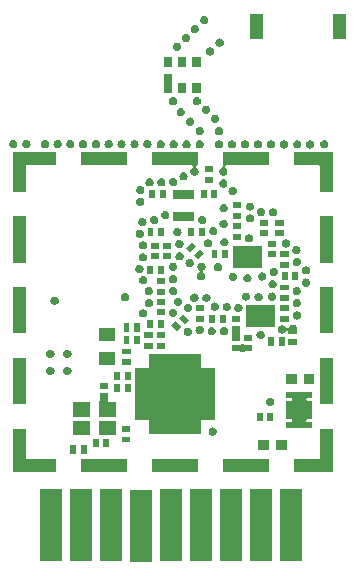
<source format=gbr>
G04 #@! TF.GenerationSoftware,KiCad,Pcbnew,(5.1.6)-1*
G04 #@! TF.CreationDate,2022-09-13T10:15:16+02:00*
G04 #@! TF.ProjectId,LoRa_Balloon,4c6f5261-5f42-4616-9c6c-6f6f6e2e6b69,2*
G04 #@! TF.SameCoordinates,Original*
G04 #@! TF.FileFunction,Soldermask,Top*
G04 #@! TF.FilePolarity,Negative*
%FSLAX46Y46*%
G04 Gerber Fmt 4.6, Leading zero omitted, Abs format (unit mm)*
G04 Created by KiCad (PCBNEW (5.1.6)-1) date 2022-09-13 10:15:16*
%MOMM*%
%LPD*%
G01*
G04 APERTURE LIST*
%ADD10C,0.100000*%
G04 APERTURE END LIST*
D10*
G36*
X113411000Y-148101000D02*
G01*
X111509000Y-148101000D01*
X111509000Y-141999000D01*
X113411000Y-141999000D01*
X113411000Y-148101000D01*
G37*
G36*
X125262440Y-141949000D02*
G01*
X126111000Y-141949000D01*
X126111000Y-148051000D01*
X124209000Y-148051000D01*
X124209000Y-141949000D01*
X125057560Y-141949000D01*
X125077864Y-141947000D01*
X125242136Y-141947000D01*
X125262440Y-141949000D01*
G37*
G36*
X122722440Y-141949000D02*
G01*
X123571000Y-141949000D01*
X123571000Y-148051000D01*
X121669000Y-148051000D01*
X121669000Y-141949000D01*
X122517560Y-141949000D01*
X122537864Y-141947000D01*
X122702136Y-141947000D01*
X122722440Y-141949000D01*
G37*
G36*
X121031000Y-148051000D02*
G01*
X119129000Y-148051000D01*
X119129000Y-141949000D01*
X121031000Y-141949000D01*
X121031000Y-148051000D01*
G37*
G36*
X118491000Y-148051000D02*
G01*
X116589000Y-148051000D01*
X116589000Y-141949000D01*
X118491000Y-141949000D01*
X118491000Y-148051000D01*
G37*
G36*
X105791000Y-148051000D02*
G01*
X103889000Y-148051000D01*
X103889000Y-141949000D01*
X105791000Y-141949000D01*
X105791000Y-148051000D01*
G37*
G36*
X115951000Y-148051000D02*
G01*
X114049000Y-148051000D01*
X114049000Y-141949000D01*
X115951000Y-141949000D01*
X115951000Y-148051000D01*
G37*
G36*
X110871000Y-148051000D02*
G01*
X108969000Y-148051000D01*
X108969000Y-141949000D01*
X110871000Y-141949000D01*
X110871000Y-148051000D01*
G37*
G36*
X108331000Y-148051000D02*
G01*
X106429000Y-148051000D01*
X106429000Y-141949000D01*
X108331000Y-141949000D01*
X108331000Y-148051000D01*
G37*
G36*
X102695200Y-139316401D02*
G01*
X102697602Y-139340787D01*
X102704715Y-139364236D01*
X102716266Y-139385847D01*
X102731811Y-139404789D01*
X102750753Y-139420334D01*
X102772364Y-139431885D01*
X102795813Y-139438998D01*
X102820199Y-139441400D01*
X105265200Y-139441400D01*
X105265200Y-140543400D01*
X101593200Y-140543400D01*
X101593200Y-136871400D01*
X102695200Y-136871400D01*
X102695200Y-139316401D01*
G37*
G36*
X128705200Y-140543400D02*
G01*
X125363200Y-140543400D01*
X125363200Y-139441400D01*
X127478201Y-139441400D01*
X127502587Y-139438998D01*
X127526036Y-139431885D01*
X127547647Y-139420334D01*
X127566589Y-139404789D01*
X127582134Y-139385847D01*
X127593685Y-139364236D01*
X127600798Y-139340787D01*
X127603200Y-139316401D01*
X127603200Y-136871400D01*
X128705200Y-136871400D01*
X128705200Y-140543400D01*
G37*
G36*
X123265200Y-140543400D02*
G01*
X119363200Y-140543400D01*
X119363200Y-139441400D01*
X123265200Y-139441400D01*
X123265200Y-140543400D01*
G37*
G36*
X111265200Y-140543400D02*
G01*
X107363200Y-140543400D01*
X107363200Y-139441400D01*
X111265200Y-139441400D01*
X111265200Y-140543400D01*
G37*
G36*
X117265200Y-140543400D02*
G01*
X113363200Y-140543400D01*
X113363200Y-139441400D01*
X117265200Y-139441400D01*
X117265200Y-140543400D01*
G37*
G36*
X106961000Y-138961000D02*
G01*
X106459000Y-138961000D01*
X106459000Y-138259000D01*
X106961000Y-138259000D01*
X106961000Y-138961000D01*
G37*
G36*
X107861000Y-138961000D02*
G01*
X107359000Y-138961000D01*
X107359000Y-138259000D01*
X107861000Y-138259000D01*
X107861000Y-138961000D01*
G37*
G36*
X124791000Y-138636000D02*
G01*
X123889000Y-138636000D01*
X123889000Y-137784000D01*
X124791000Y-137784000D01*
X124791000Y-138636000D01*
G37*
G36*
X123291000Y-138636000D02*
G01*
X122389000Y-138636000D01*
X122389000Y-137784000D01*
X123291000Y-137784000D01*
X123291000Y-138636000D01*
G37*
G36*
X108861000Y-138381000D02*
G01*
X108359000Y-138381000D01*
X108359000Y-137679000D01*
X108861000Y-137679000D01*
X108861000Y-138381000D01*
G37*
G36*
X109761000Y-138381000D02*
G01*
X109259000Y-138381000D01*
X109259000Y-137679000D01*
X109761000Y-137679000D01*
X109761000Y-138381000D01*
G37*
G36*
X111542700Y-138008200D02*
G01*
X110840700Y-138008200D01*
X110840700Y-137506200D01*
X111542700Y-137506200D01*
X111542700Y-138008200D01*
G37*
G36*
X118622383Y-136742489D02*
G01*
X118622386Y-136742490D01*
X118622385Y-136742490D01*
X118686258Y-136768946D01*
X118743748Y-136807360D01*
X118792640Y-136856252D01*
X118831054Y-136913742D01*
X118852624Y-136965818D01*
X118857511Y-136977617D01*
X118871000Y-137045430D01*
X118871000Y-137114570D01*
X118857511Y-137182383D01*
X118857510Y-137182385D01*
X118831054Y-137246258D01*
X118792640Y-137303748D01*
X118743748Y-137352640D01*
X118686258Y-137391054D01*
X118634722Y-137412400D01*
X118622383Y-137417511D01*
X118554570Y-137431000D01*
X118485430Y-137431000D01*
X118417617Y-137417511D01*
X118405278Y-137412400D01*
X118353742Y-137391054D01*
X118296252Y-137352640D01*
X118247360Y-137303748D01*
X118208946Y-137246258D01*
X118182490Y-137182385D01*
X118182489Y-137182383D01*
X118169000Y-137114570D01*
X118169000Y-137045430D01*
X118182489Y-136977617D01*
X118187376Y-136965818D01*
X118208946Y-136913742D01*
X118247360Y-136856252D01*
X118296252Y-136807360D01*
X118353742Y-136768946D01*
X118417615Y-136742490D01*
X118417614Y-136742490D01*
X118417617Y-136742489D01*
X118485430Y-136729000D01*
X118554570Y-136729000D01*
X118622383Y-136742489D01*
G37*
G36*
X108160460Y-137412400D02*
G01*
X106658460Y-137412400D01*
X106658460Y-136160400D01*
X108160460Y-136160400D01*
X108160460Y-137412400D01*
G37*
G36*
X110360460Y-137412400D02*
G01*
X108858460Y-137412400D01*
X108858460Y-136160400D01*
X110360460Y-136160400D01*
X110360460Y-137412400D01*
G37*
G36*
X117530120Y-131592721D02*
G01*
X117532522Y-131617107D01*
X117539635Y-131640556D01*
X117551186Y-131662167D01*
X117566731Y-131681109D01*
X117585673Y-131696654D01*
X117607284Y-131708205D01*
X117630733Y-131715318D01*
X117655119Y-131717720D01*
X118745120Y-131717720D01*
X118745120Y-136089720D01*
X117655119Y-136089720D01*
X117630733Y-136092122D01*
X117607284Y-136099235D01*
X117585673Y-136110786D01*
X117566731Y-136126331D01*
X117551186Y-136145273D01*
X117539635Y-136166884D01*
X117532522Y-136190333D01*
X117530120Y-136214719D01*
X117530120Y-137304720D01*
X113158120Y-137304720D01*
X113158120Y-136214719D01*
X113155718Y-136190333D01*
X113148605Y-136166884D01*
X113137054Y-136145273D01*
X113121509Y-136126331D01*
X113102567Y-136110786D01*
X113080956Y-136099235D01*
X113057507Y-136092122D01*
X113033121Y-136089720D01*
X111943120Y-136089720D01*
X111943120Y-131717720D01*
X113033121Y-131717720D01*
X113057507Y-131715318D01*
X113080956Y-131708205D01*
X113102567Y-131696654D01*
X113121509Y-131681109D01*
X113137054Y-131662167D01*
X113148605Y-131640556D01*
X113155718Y-131617107D01*
X113158120Y-131592721D01*
X113158120Y-130502720D01*
X117530120Y-130502720D01*
X117530120Y-131592721D01*
G37*
G36*
X111542700Y-137108200D02*
G01*
X110840700Y-137108200D01*
X110840700Y-136606200D01*
X111542700Y-136606200D01*
X111542700Y-137108200D01*
G37*
G36*
X126951000Y-134211000D02*
G01*
X126575999Y-134211000D01*
X126551613Y-134213402D01*
X126528164Y-134220515D01*
X126506553Y-134232066D01*
X126487611Y-134247611D01*
X126472066Y-134266553D01*
X126460515Y-134288164D01*
X126453402Y-134311613D01*
X126451000Y-134335999D01*
X126451000Y-134359001D01*
X126453402Y-134383387D01*
X126460515Y-134406836D01*
X126472066Y-134428447D01*
X126487611Y-134447389D01*
X126506553Y-134462934D01*
X126528164Y-134474485D01*
X126551613Y-134481598D01*
X126575999Y-134484000D01*
X126951000Y-134484000D01*
X126951000Y-136036000D01*
X126575999Y-136036000D01*
X126551613Y-136038402D01*
X126528164Y-136045515D01*
X126506553Y-136057066D01*
X126487611Y-136072611D01*
X126472066Y-136091553D01*
X126460515Y-136113164D01*
X126453402Y-136136613D01*
X126451000Y-136160999D01*
X126451000Y-136184001D01*
X126453402Y-136208387D01*
X126460515Y-136231836D01*
X126472066Y-136253447D01*
X126487611Y-136272389D01*
X126506553Y-136287934D01*
X126528164Y-136299485D01*
X126551613Y-136306598D01*
X126575999Y-136309000D01*
X126951000Y-136309000D01*
X126951000Y-136761000D01*
X124749000Y-136761000D01*
X124749000Y-136309000D01*
X125124001Y-136309000D01*
X125148387Y-136306598D01*
X125171836Y-136299485D01*
X125193447Y-136287934D01*
X125212389Y-136272389D01*
X125227934Y-136253447D01*
X125239485Y-136231836D01*
X125246598Y-136208387D01*
X125249000Y-136184001D01*
X125249000Y-136160999D01*
X125246598Y-136136613D01*
X125239485Y-136113164D01*
X125227934Y-136091553D01*
X125212389Y-136072611D01*
X125193447Y-136057066D01*
X125171836Y-136045515D01*
X125148387Y-136038402D01*
X125124001Y-136036000D01*
X124749000Y-136036000D01*
X124749000Y-134484000D01*
X125124001Y-134484000D01*
X125148387Y-134481598D01*
X125171836Y-134474485D01*
X125193447Y-134462934D01*
X125212389Y-134447389D01*
X125227934Y-134428447D01*
X125239485Y-134406836D01*
X125246598Y-134383387D01*
X125249000Y-134359001D01*
X125249000Y-134335999D01*
X125246598Y-134311613D01*
X125239485Y-134288164D01*
X125227934Y-134266553D01*
X125212389Y-134247611D01*
X125193447Y-134232066D01*
X125171836Y-134220515D01*
X125148387Y-134213402D01*
X125124001Y-134211000D01*
X124749000Y-134211000D01*
X124749000Y-133759000D01*
X126951000Y-133759000D01*
X126951000Y-134211000D01*
G37*
G36*
X122751000Y-136211000D02*
G01*
X122249000Y-136211000D01*
X122249000Y-135509000D01*
X122751000Y-135509000D01*
X122751000Y-136211000D01*
G37*
G36*
X123651000Y-136211000D02*
G01*
X123149000Y-136211000D01*
X123149000Y-135509000D01*
X123651000Y-135509000D01*
X123651000Y-136211000D01*
G37*
G36*
X108160460Y-135812400D02*
G01*
X106658460Y-135812400D01*
X106658460Y-134560400D01*
X108160460Y-134560400D01*
X108160460Y-135812400D01*
G37*
G36*
X109641000Y-134435401D02*
G01*
X109643402Y-134459787D01*
X109650515Y-134483236D01*
X109662066Y-134504847D01*
X109677611Y-134523789D01*
X109696553Y-134539334D01*
X109718164Y-134550885D01*
X109741613Y-134557998D01*
X109765999Y-134560400D01*
X110360460Y-134560400D01*
X110360460Y-135812400D01*
X108858460Y-135812400D01*
X108858460Y-134551909D01*
X108861836Y-134550885D01*
X108883447Y-134539334D01*
X108902389Y-134523789D01*
X108917934Y-134504847D01*
X108929485Y-134483236D01*
X108936598Y-134459787D01*
X108939000Y-134435401D01*
X108939000Y-133839000D01*
X109641000Y-133839000D01*
X109641000Y-134435401D01*
G37*
G36*
X123502383Y-134222489D02*
G01*
X123502386Y-134222490D01*
X123502385Y-134222490D01*
X123566258Y-134248946D01*
X123623748Y-134287360D01*
X123672640Y-134336252D01*
X123711054Y-134393742D01*
X123728309Y-134435401D01*
X123737511Y-134457617D01*
X123751000Y-134525430D01*
X123751000Y-134594570D01*
X123737511Y-134662383D01*
X123737510Y-134662385D01*
X123711054Y-134726258D01*
X123672640Y-134783748D01*
X123623748Y-134832640D01*
X123566258Y-134871054D01*
X123514182Y-134892624D01*
X123502383Y-134897511D01*
X123434570Y-134911000D01*
X123365430Y-134911000D01*
X123297617Y-134897511D01*
X123285818Y-134892624D01*
X123233742Y-134871054D01*
X123176252Y-134832640D01*
X123127360Y-134783748D01*
X123088946Y-134726258D01*
X123062490Y-134662385D01*
X123062489Y-134662383D01*
X123049000Y-134594570D01*
X123049000Y-134525430D01*
X123062489Y-134457617D01*
X123071691Y-134435401D01*
X123088946Y-134393742D01*
X123127360Y-134336252D01*
X123176252Y-134287360D01*
X123233742Y-134248946D01*
X123297615Y-134222490D01*
X123297614Y-134222490D01*
X123297617Y-134222489D01*
X123365430Y-134209000D01*
X123434570Y-134209000D01*
X123502383Y-134222489D01*
G37*
G36*
X102695200Y-134773400D02*
G01*
X101593200Y-134773400D01*
X101593200Y-130871400D01*
X102695200Y-130871400D01*
X102695200Y-134773400D01*
G37*
G36*
X128705200Y-134773400D02*
G01*
X127603200Y-134773400D01*
X127603200Y-130871400D01*
X128705200Y-130871400D01*
X128705200Y-134773400D01*
G37*
G36*
X110692560Y-133761840D02*
G01*
X110190560Y-133761840D01*
X110190560Y-133059840D01*
X110692560Y-133059840D01*
X110692560Y-133761840D01*
G37*
G36*
X111592560Y-133761840D02*
G01*
X111090560Y-133761840D01*
X111090560Y-133059840D01*
X111592560Y-133059840D01*
X111592560Y-133761840D01*
G37*
G36*
X109641000Y-133441000D02*
G01*
X108939000Y-133441000D01*
X108939000Y-132939000D01*
X109641000Y-132939000D01*
X109641000Y-133441000D01*
G37*
G36*
X125631000Y-133046000D02*
G01*
X124729000Y-133046000D01*
X124729000Y-132194000D01*
X125631000Y-132194000D01*
X125631000Y-133046000D01*
G37*
G36*
X127131000Y-133046000D02*
G01*
X126229000Y-133046000D01*
X126229000Y-132194000D01*
X127131000Y-132194000D01*
X127131000Y-133046000D01*
G37*
G36*
X110687900Y-132705200D02*
G01*
X110185900Y-132705200D01*
X110185900Y-132003200D01*
X110687900Y-132003200D01*
X110687900Y-132705200D01*
G37*
G36*
X111587900Y-132705200D02*
G01*
X111085900Y-132705200D01*
X111085900Y-132003200D01*
X111587900Y-132003200D01*
X111587900Y-132705200D01*
G37*
G36*
X106322383Y-131602489D02*
G01*
X106322386Y-131602490D01*
X106322385Y-131602490D01*
X106386258Y-131628946D01*
X106443748Y-131667360D01*
X106492640Y-131716252D01*
X106531054Y-131773742D01*
X106552624Y-131825818D01*
X106557511Y-131837617D01*
X106571000Y-131905430D01*
X106571000Y-131974570D01*
X106557511Y-132042383D01*
X106557510Y-132042385D01*
X106531054Y-132106258D01*
X106492640Y-132163748D01*
X106443748Y-132212640D01*
X106386258Y-132251054D01*
X106334182Y-132272624D01*
X106322383Y-132277511D01*
X106254570Y-132291000D01*
X106185430Y-132291000D01*
X106117617Y-132277511D01*
X106105818Y-132272624D01*
X106053742Y-132251054D01*
X105996252Y-132212640D01*
X105947360Y-132163748D01*
X105908946Y-132106258D01*
X105882490Y-132042385D01*
X105882489Y-132042383D01*
X105869000Y-131974570D01*
X105869000Y-131905430D01*
X105882489Y-131837617D01*
X105887376Y-131825818D01*
X105908946Y-131773742D01*
X105947360Y-131716252D01*
X105996252Y-131667360D01*
X106053742Y-131628946D01*
X106117615Y-131602490D01*
X106117614Y-131602490D01*
X106117617Y-131602489D01*
X106185430Y-131589000D01*
X106254570Y-131589000D01*
X106322383Y-131602489D01*
G37*
G36*
X104882383Y-131602489D02*
G01*
X104882386Y-131602490D01*
X104882385Y-131602490D01*
X104946258Y-131628946D01*
X105003748Y-131667360D01*
X105052640Y-131716252D01*
X105091054Y-131773742D01*
X105112624Y-131825818D01*
X105117511Y-131837617D01*
X105131000Y-131905430D01*
X105131000Y-131974570D01*
X105117511Y-132042383D01*
X105117510Y-132042385D01*
X105091054Y-132106258D01*
X105052640Y-132163748D01*
X105003748Y-132212640D01*
X104946258Y-132251054D01*
X104894182Y-132272624D01*
X104882383Y-132277511D01*
X104814570Y-132291000D01*
X104745430Y-132291000D01*
X104677617Y-132277511D01*
X104665818Y-132272624D01*
X104613742Y-132251054D01*
X104556252Y-132212640D01*
X104507360Y-132163748D01*
X104468946Y-132106258D01*
X104442490Y-132042385D01*
X104442489Y-132042383D01*
X104429000Y-131974570D01*
X104429000Y-131905430D01*
X104442489Y-131837617D01*
X104447376Y-131825818D01*
X104468946Y-131773742D01*
X104507360Y-131716252D01*
X104556252Y-131667360D01*
X104613742Y-131628946D01*
X104677615Y-131602490D01*
X104677614Y-131602490D01*
X104677617Y-131602489D01*
X104745430Y-131589000D01*
X104814570Y-131589000D01*
X104882383Y-131602489D01*
G37*
G36*
X111570640Y-131457960D02*
G01*
X110868640Y-131457960D01*
X110868640Y-130955960D01*
X111570640Y-130955960D01*
X111570640Y-131457960D01*
G37*
G36*
X110249720Y-131457400D02*
G01*
X108897720Y-131457400D01*
X108897720Y-130355400D01*
X110249720Y-130355400D01*
X110249720Y-131457400D01*
G37*
G36*
X104882383Y-130162489D02*
G01*
X104882386Y-130162490D01*
X104882385Y-130162490D01*
X104946258Y-130188946D01*
X105003748Y-130227360D01*
X105052640Y-130276252D01*
X105091054Y-130333742D01*
X105112624Y-130385818D01*
X105117511Y-130397617D01*
X105131000Y-130465430D01*
X105131000Y-130534570D01*
X105117511Y-130602383D01*
X105117510Y-130602385D01*
X105091054Y-130666258D01*
X105052640Y-130723748D01*
X105003748Y-130772640D01*
X104946258Y-130811054D01*
X104894182Y-130832624D01*
X104882383Y-130837511D01*
X104814570Y-130851000D01*
X104745430Y-130851000D01*
X104677617Y-130837511D01*
X104665818Y-130832624D01*
X104613742Y-130811054D01*
X104556252Y-130772640D01*
X104507360Y-130723748D01*
X104468946Y-130666258D01*
X104442490Y-130602385D01*
X104442489Y-130602383D01*
X104429000Y-130534570D01*
X104429000Y-130465430D01*
X104442489Y-130397617D01*
X104447376Y-130385818D01*
X104468946Y-130333742D01*
X104507360Y-130276252D01*
X104556252Y-130227360D01*
X104613742Y-130188946D01*
X104677615Y-130162490D01*
X104677614Y-130162490D01*
X104677617Y-130162489D01*
X104745430Y-130149000D01*
X104814570Y-130149000D01*
X104882383Y-130162489D01*
G37*
G36*
X106322383Y-130162489D02*
G01*
X106322386Y-130162490D01*
X106322385Y-130162490D01*
X106386258Y-130188946D01*
X106443748Y-130227360D01*
X106492640Y-130276252D01*
X106531054Y-130333742D01*
X106552624Y-130385818D01*
X106557511Y-130397617D01*
X106571000Y-130465430D01*
X106571000Y-130534570D01*
X106557511Y-130602383D01*
X106557510Y-130602385D01*
X106531054Y-130666258D01*
X106492640Y-130723748D01*
X106443748Y-130772640D01*
X106386258Y-130811054D01*
X106334182Y-130832624D01*
X106322383Y-130837511D01*
X106254570Y-130851000D01*
X106185430Y-130851000D01*
X106117617Y-130837511D01*
X106105818Y-130832624D01*
X106053742Y-130811054D01*
X105996252Y-130772640D01*
X105947360Y-130723748D01*
X105908946Y-130666258D01*
X105882490Y-130602385D01*
X105882489Y-130602383D01*
X105869000Y-130534570D01*
X105869000Y-130465430D01*
X105882489Y-130397617D01*
X105887376Y-130385818D01*
X105908946Y-130333742D01*
X105947360Y-130276252D01*
X105996252Y-130227360D01*
X106053742Y-130188946D01*
X106117615Y-130162490D01*
X106117614Y-130162490D01*
X106117617Y-130162489D01*
X106185430Y-130149000D01*
X106254570Y-130149000D01*
X106322383Y-130162489D01*
G37*
G36*
X111570640Y-130557960D02*
G01*
X110868640Y-130557960D01*
X110868640Y-130055960D01*
X111570640Y-130055960D01*
X111570640Y-130557960D01*
G37*
G36*
X121136583Y-129693009D02*
G01*
X121136586Y-129693010D01*
X121136585Y-129693010D01*
X121200458Y-129719466D01*
X121258807Y-129758454D01*
X121280418Y-129770005D01*
X121303867Y-129777118D01*
X121328253Y-129779520D01*
X121875420Y-129779520D01*
X121875420Y-130281520D01*
X121328253Y-130281520D01*
X121303867Y-130283922D01*
X121280418Y-130291035D01*
X121258807Y-130302586D01*
X121200458Y-130341574D01*
X121148382Y-130363144D01*
X121136583Y-130368031D01*
X121068770Y-130381520D01*
X120999630Y-130381520D01*
X120931817Y-130368031D01*
X120920018Y-130363144D01*
X120867942Y-130341574D01*
X120809593Y-130302586D01*
X120787982Y-130291035D01*
X120764533Y-130283922D01*
X120740147Y-130281520D01*
X120162500Y-130281520D01*
X120162500Y-129779520D01*
X120740147Y-129779520D01*
X120764533Y-129777118D01*
X120787982Y-129770005D01*
X120809593Y-129758454D01*
X120867942Y-129719466D01*
X120931815Y-129693010D01*
X120931814Y-129693010D01*
X120931817Y-129693009D01*
X120999630Y-129679520D01*
X121068770Y-129679520D01*
X121136583Y-129693009D01*
G37*
G36*
X114496720Y-130055880D02*
G01*
X113794720Y-130055880D01*
X113794720Y-129553880D01*
X114496720Y-129553880D01*
X114496720Y-130055880D01*
G37*
G36*
X113445160Y-130052920D02*
G01*
X112743160Y-130052920D01*
X112743160Y-129550920D01*
X113445160Y-129550920D01*
X113445160Y-130052920D01*
G37*
G36*
X124615560Y-129814680D02*
G01*
X124113560Y-129814680D01*
X124113560Y-129112680D01*
X124615560Y-129112680D01*
X124615560Y-129814680D01*
G37*
G36*
X123715560Y-129814680D02*
G01*
X123213560Y-129814680D01*
X123213560Y-129112680D01*
X123715560Y-129112680D01*
X123715560Y-129814680D01*
G37*
G36*
X125627000Y-129715100D02*
G01*
X124925000Y-129715100D01*
X124925000Y-129213100D01*
X125627000Y-129213100D01*
X125627000Y-129715100D01*
G37*
G36*
X111474880Y-129708000D02*
G01*
X110972880Y-129708000D01*
X110972880Y-129006000D01*
X111474880Y-129006000D01*
X111474880Y-129708000D01*
G37*
G36*
X112374880Y-129708000D02*
G01*
X111872880Y-129708000D01*
X111872880Y-129006000D01*
X112374880Y-129006000D01*
X112374880Y-129708000D01*
G37*
G36*
X110249720Y-129457400D02*
G01*
X108897720Y-129457400D01*
X108897720Y-128355400D01*
X110249720Y-128355400D01*
X110249720Y-129457400D01*
G37*
G36*
X120864500Y-129381520D02*
G01*
X120162500Y-129381520D01*
X120162500Y-128176780D01*
X120864500Y-128176780D01*
X120864500Y-129381520D01*
G37*
G36*
X121875420Y-129381520D02*
G01*
X121173420Y-129381520D01*
X121173420Y-128879520D01*
X121875420Y-128879520D01*
X121875420Y-129381520D01*
G37*
G36*
X122678363Y-128549589D02*
G01*
X122678366Y-128549590D01*
X122678365Y-128549590D01*
X122742238Y-128576046D01*
X122799728Y-128614460D01*
X122848620Y-128663352D01*
X122887034Y-128720842D01*
X122902722Y-128758718D01*
X122913491Y-128784717D01*
X122926980Y-128852530D01*
X122926980Y-128921670D01*
X122913491Y-128989483D01*
X122913490Y-128989485D01*
X122887034Y-129053358D01*
X122848620Y-129110848D01*
X122799728Y-129159740D01*
X122742238Y-129198154D01*
X122690162Y-129219724D01*
X122678363Y-129224611D01*
X122610550Y-129238100D01*
X122541410Y-129238100D01*
X122473597Y-129224611D01*
X122461798Y-129219724D01*
X122409722Y-129198154D01*
X122352232Y-129159740D01*
X122303340Y-129110848D01*
X122264926Y-129053358D01*
X122238470Y-128989485D01*
X122238469Y-128989483D01*
X122224980Y-128921670D01*
X122224980Y-128852530D01*
X122238469Y-128784717D01*
X122249238Y-128758718D01*
X122264926Y-128720842D01*
X122303340Y-128663352D01*
X122352232Y-128614460D01*
X122409722Y-128576046D01*
X122473595Y-128549590D01*
X122473594Y-128549590D01*
X122473597Y-128549589D01*
X122541410Y-128536100D01*
X122610550Y-128536100D01*
X122678363Y-128549589D01*
G37*
G36*
X114496720Y-129155880D02*
G01*
X113794720Y-129155880D01*
X113794720Y-128653880D01*
X114496720Y-128653880D01*
X114496720Y-129155880D01*
G37*
G36*
X113445160Y-129152920D02*
G01*
X112743160Y-129152920D01*
X112743160Y-128650920D01*
X113445160Y-128650920D01*
X113445160Y-129152920D01*
G37*
G36*
X116508703Y-128287969D02*
G01*
X116508706Y-128287970D01*
X116508705Y-128287970D01*
X116572578Y-128314426D01*
X116630068Y-128352840D01*
X116678960Y-128401732D01*
X116717374Y-128459222D01*
X116730153Y-128490075D01*
X116743831Y-128523097D01*
X116757320Y-128590910D01*
X116757320Y-128660050D01*
X116743831Y-128727863D01*
X116743830Y-128727865D01*
X116717374Y-128791738D01*
X116678960Y-128849228D01*
X116630068Y-128898120D01*
X116572578Y-128936534D01*
X116520502Y-128958104D01*
X116508703Y-128962991D01*
X116440890Y-128976480D01*
X116371750Y-128976480D01*
X116303937Y-128962991D01*
X116292138Y-128958104D01*
X116240062Y-128936534D01*
X116182572Y-128898120D01*
X116133680Y-128849228D01*
X116095266Y-128791738D01*
X116068810Y-128727865D01*
X116068809Y-128727863D01*
X116055320Y-128660050D01*
X116055320Y-128590910D01*
X116068809Y-128523097D01*
X116082487Y-128490075D01*
X116095266Y-128459222D01*
X116133680Y-128401732D01*
X116182572Y-128352840D01*
X116240062Y-128314426D01*
X116303935Y-128287970D01*
X116303934Y-128287970D01*
X116303937Y-128287969D01*
X116371750Y-128274480D01*
X116440890Y-128274480D01*
X116508703Y-128287969D01*
G37*
G36*
X118535623Y-128254949D02*
G01*
X118535626Y-128254950D01*
X118535625Y-128254950D01*
X118599498Y-128281406D01*
X118656988Y-128319820D01*
X118705880Y-128368712D01*
X118744294Y-128426202D01*
X118765864Y-128478278D01*
X118770751Y-128490077D01*
X118784240Y-128557890D01*
X118784240Y-128627030D01*
X118770751Y-128694843D01*
X118770750Y-128694845D01*
X118744294Y-128758718D01*
X118705880Y-128816208D01*
X118656988Y-128865100D01*
X118599498Y-128903514D01*
X118547422Y-128925084D01*
X118535623Y-128929971D01*
X118467810Y-128943460D01*
X118398670Y-128943460D01*
X118330857Y-128929971D01*
X118319058Y-128925084D01*
X118266982Y-128903514D01*
X118209492Y-128865100D01*
X118160600Y-128816208D01*
X118122186Y-128758718D01*
X118095730Y-128694845D01*
X118095729Y-128694843D01*
X118082240Y-128627030D01*
X118082240Y-128557890D01*
X118095729Y-128490077D01*
X118100616Y-128478278D01*
X118122186Y-128426202D01*
X118160600Y-128368712D01*
X118209492Y-128319820D01*
X118266982Y-128281406D01*
X118330855Y-128254950D01*
X118330854Y-128254950D01*
X118330857Y-128254949D01*
X118398670Y-128241460D01*
X118467810Y-128241460D01*
X118535623Y-128254949D01*
G37*
G36*
X119584643Y-128224469D02*
G01*
X119584646Y-128224470D01*
X119584645Y-128224470D01*
X119648518Y-128250926D01*
X119706008Y-128289340D01*
X119754900Y-128338232D01*
X119793314Y-128395722D01*
X119813141Y-128443590D01*
X119819771Y-128459597D01*
X119833260Y-128527410D01*
X119833260Y-128596550D01*
X119819771Y-128664363D01*
X119819770Y-128664365D01*
X119793314Y-128728238D01*
X119754900Y-128785728D01*
X119706008Y-128834620D01*
X119648518Y-128873034D01*
X119596442Y-128894604D01*
X119584643Y-128899491D01*
X119516830Y-128912980D01*
X119447690Y-128912980D01*
X119379877Y-128899491D01*
X119368078Y-128894604D01*
X119316002Y-128873034D01*
X119258512Y-128834620D01*
X119209620Y-128785728D01*
X119171206Y-128728238D01*
X119144750Y-128664365D01*
X119144749Y-128664363D01*
X119131260Y-128596550D01*
X119131260Y-128527410D01*
X119144749Y-128459597D01*
X119151379Y-128443590D01*
X119171206Y-128395722D01*
X119209620Y-128338232D01*
X119258512Y-128289340D01*
X119316002Y-128250926D01*
X119379875Y-128224470D01*
X119379874Y-128224470D01*
X119379877Y-128224469D01*
X119447690Y-128210980D01*
X119516830Y-128210980D01*
X119584643Y-128224469D01*
G37*
G36*
X117517083Y-128140649D02*
G01*
X117517086Y-128140650D01*
X117517085Y-128140650D01*
X117580958Y-128167106D01*
X117638448Y-128205520D01*
X117687340Y-128254412D01*
X117725754Y-128311902D01*
X117742710Y-128352840D01*
X117752211Y-128375777D01*
X117765700Y-128443590D01*
X117765700Y-128512730D01*
X117752211Y-128580543D01*
X117752210Y-128580545D01*
X117725754Y-128644418D01*
X117687340Y-128701908D01*
X117638448Y-128750800D01*
X117580958Y-128789214D01*
X117528882Y-128810784D01*
X117517083Y-128815671D01*
X117449270Y-128829160D01*
X117380130Y-128829160D01*
X117312317Y-128815671D01*
X117300518Y-128810784D01*
X117248442Y-128789214D01*
X117190952Y-128750800D01*
X117142060Y-128701908D01*
X117103646Y-128644418D01*
X117077190Y-128580545D01*
X117077189Y-128580543D01*
X117063700Y-128512730D01*
X117063700Y-128443590D01*
X117077189Y-128375777D01*
X117086690Y-128352840D01*
X117103646Y-128311902D01*
X117142060Y-128254412D01*
X117190952Y-128205520D01*
X117248442Y-128167106D01*
X117312315Y-128140650D01*
X117312314Y-128140650D01*
X117312317Y-128140649D01*
X117380130Y-128127160D01*
X117449270Y-128127160D01*
X117517083Y-128140649D01*
G37*
G36*
X125421563Y-128023809D02*
G01*
X125421566Y-128023810D01*
X125421565Y-128023810D01*
X125485438Y-128050266D01*
X125542928Y-128088680D01*
X125591820Y-128137572D01*
X125630234Y-128195062D01*
X125644374Y-128229200D01*
X125656691Y-128258937D01*
X125670180Y-128326750D01*
X125670180Y-128395890D01*
X125656691Y-128463703D01*
X125656690Y-128463705D01*
X125636515Y-128512414D01*
X125629402Y-128535863D01*
X125627000Y-128560248D01*
X125627000Y-128815100D01*
X124925000Y-128815100D01*
X124925000Y-128669855D01*
X124922598Y-128645469D01*
X124915485Y-128622020D01*
X124903934Y-128600409D01*
X124888389Y-128581467D01*
X124869447Y-128565922D01*
X124847836Y-128554371D01*
X124824387Y-128547258D01*
X124800001Y-128544856D01*
X124775615Y-128547258D01*
X124752166Y-128554371D01*
X124730555Y-128565922D01*
X124711613Y-128581467D01*
X124696069Y-128600409D01*
X124657103Y-128658725D01*
X124608208Y-128707620D01*
X124550718Y-128746034D01*
X124498642Y-128767604D01*
X124486843Y-128772491D01*
X124419030Y-128785980D01*
X124349890Y-128785980D01*
X124282077Y-128772491D01*
X124270278Y-128767604D01*
X124218202Y-128746034D01*
X124160712Y-128707620D01*
X124111820Y-128658728D01*
X124073406Y-128601238D01*
X124046950Y-128537365D01*
X124046949Y-128537363D01*
X124033460Y-128469550D01*
X124033460Y-128400410D01*
X124046949Y-128332597D01*
X124058966Y-128303585D01*
X124073406Y-128268722D01*
X124111820Y-128211232D01*
X124160712Y-128162340D01*
X124218202Y-128123926D01*
X124282075Y-128097470D01*
X124282074Y-128097470D01*
X124282077Y-128097469D01*
X124349890Y-128083980D01*
X124419030Y-128083980D01*
X124486843Y-128097469D01*
X124486846Y-128097470D01*
X124486845Y-128097470D01*
X124550718Y-128123926D01*
X124608208Y-128162340D01*
X124657103Y-128211235D01*
X124696069Y-128269551D01*
X124711614Y-128288493D01*
X124730556Y-128304038D01*
X124752167Y-128315589D01*
X124775616Y-128322702D01*
X124800002Y-128325104D01*
X124824388Y-128322702D01*
X124847837Y-128315589D01*
X124852493Y-128313100D01*
X124875712Y-128313100D01*
X124900098Y-128310698D01*
X124923547Y-128303585D01*
X124945158Y-128292034D01*
X124964100Y-128276489D01*
X124979645Y-128257547D01*
X124991196Y-128235936D01*
X125008127Y-128195061D01*
X125046540Y-128137572D01*
X125095432Y-128088680D01*
X125152922Y-128050266D01*
X125216795Y-128023810D01*
X125216794Y-128023810D01*
X125216797Y-128023809D01*
X125284610Y-128010320D01*
X125353750Y-128010320D01*
X125421563Y-128023809D01*
G37*
G36*
X102695200Y-128773400D02*
G01*
X101593200Y-128773400D01*
X101593200Y-124871400D01*
X102695200Y-124871400D01*
X102695200Y-128773400D01*
G37*
G36*
X128705200Y-128773400D02*
G01*
X127603200Y-128773400D01*
X127603200Y-124871400D01*
X128705200Y-124871400D01*
X128705200Y-128773400D01*
G37*
G36*
X111474880Y-128631040D02*
G01*
X110972880Y-128631040D01*
X110972880Y-127929040D01*
X111474880Y-127929040D01*
X111474880Y-128631040D01*
G37*
G36*
X112374880Y-128631040D02*
G01*
X111872880Y-128631040D01*
X111872880Y-127929040D01*
X112374880Y-127929040D01*
X112374880Y-128631040D01*
G37*
G36*
X115869338Y-128237149D02*
G01*
X115514371Y-128592116D01*
X115017982Y-128095727D01*
X115372949Y-127740760D01*
X115869338Y-128237149D01*
G37*
G36*
X113496720Y-128305920D02*
G01*
X112994720Y-128305920D01*
X112994720Y-127603920D01*
X113496720Y-127603920D01*
X113496720Y-128305920D01*
G37*
G36*
X114396720Y-128305920D02*
G01*
X113894720Y-128305920D01*
X113894720Y-127603920D01*
X114396720Y-127603920D01*
X114396720Y-128305920D01*
G37*
G36*
X122040604Y-126337685D02*
G01*
X122064053Y-126344798D01*
X122088439Y-126347200D01*
X123036441Y-126347200D01*
X123060827Y-126344798D01*
X123084276Y-126337685D01*
X123103893Y-126327200D01*
X123763440Y-126327200D01*
X123763440Y-128229200D01*
X123103893Y-128229200D01*
X123084276Y-128218715D01*
X123060827Y-128211602D01*
X123036441Y-128209200D01*
X122088439Y-128209200D01*
X122064053Y-128211602D01*
X122040604Y-128218715D01*
X122020987Y-128229200D01*
X121361440Y-128229200D01*
X121361440Y-126327200D01*
X122020987Y-126327200D01*
X122040604Y-126337685D01*
G37*
G36*
X116505734Y-127600753D02*
G01*
X116150767Y-127955720D01*
X115654378Y-127459331D01*
X116009345Y-127104364D01*
X116505734Y-127600753D01*
G37*
G36*
X119611340Y-127879200D02*
G01*
X119109340Y-127879200D01*
X119109340Y-127177200D01*
X119611340Y-127177200D01*
X119611340Y-127879200D01*
G37*
G36*
X118711340Y-127879200D02*
G01*
X118209340Y-127879200D01*
X118209340Y-127177200D01*
X118711340Y-127177200D01*
X118711340Y-127879200D01*
G37*
G36*
X117798720Y-127781740D02*
G01*
X117096720Y-127781740D01*
X117096720Y-127279740D01*
X117798720Y-127279740D01*
X117798720Y-127781740D01*
G37*
G36*
X124961520Y-127780040D02*
G01*
X124259520Y-127780040D01*
X124259520Y-127278040D01*
X124961520Y-127278040D01*
X124961520Y-127780040D01*
G37*
G36*
X120864500Y-127778780D02*
G01*
X120162500Y-127778780D01*
X120162500Y-127276780D01*
X120864500Y-127276780D01*
X120864500Y-127778780D01*
G37*
G36*
X125751763Y-126916369D02*
G01*
X125751766Y-126916370D01*
X125751765Y-126916370D01*
X125815638Y-126942826D01*
X125873128Y-126981240D01*
X125922020Y-127030132D01*
X125960434Y-127087622D01*
X125967368Y-127104364D01*
X125986891Y-127151497D01*
X126000380Y-127219310D01*
X126000380Y-127288450D01*
X125986891Y-127356263D01*
X125986890Y-127356265D01*
X125960434Y-127420138D01*
X125922020Y-127477628D01*
X125873128Y-127526520D01*
X125815638Y-127564934D01*
X125763562Y-127586504D01*
X125751763Y-127591391D01*
X125683950Y-127604880D01*
X125614810Y-127604880D01*
X125546997Y-127591391D01*
X125535198Y-127586504D01*
X125483122Y-127564934D01*
X125425632Y-127526520D01*
X125376740Y-127477628D01*
X125338326Y-127420138D01*
X125311870Y-127356265D01*
X125311869Y-127356263D01*
X125298380Y-127288450D01*
X125298380Y-127219310D01*
X125311869Y-127151497D01*
X125331392Y-127104364D01*
X125338326Y-127087622D01*
X125376740Y-127030132D01*
X125425632Y-126981240D01*
X125483122Y-126942826D01*
X125546995Y-126916370D01*
X125546994Y-126916370D01*
X125546997Y-126916369D01*
X125614810Y-126902880D01*
X125683950Y-126902880D01*
X125751763Y-126916369D01*
G37*
G36*
X112713943Y-126730949D02*
G01*
X112713946Y-126730950D01*
X112713945Y-126730950D01*
X112777818Y-126757406D01*
X112835308Y-126795820D01*
X112884200Y-126844712D01*
X112922614Y-126902202D01*
X112939440Y-126942826D01*
X112949071Y-126966077D01*
X112962560Y-127033890D01*
X112962560Y-127103030D01*
X112949071Y-127170843D01*
X112949070Y-127170845D01*
X112922614Y-127234718D01*
X112884200Y-127292208D01*
X112835308Y-127341100D01*
X112777818Y-127379514D01*
X112725742Y-127401084D01*
X112713943Y-127405971D01*
X112646130Y-127419460D01*
X112576990Y-127419460D01*
X112509177Y-127405971D01*
X112497378Y-127401084D01*
X112445302Y-127379514D01*
X112387812Y-127341100D01*
X112338920Y-127292208D01*
X112300506Y-127234718D01*
X112274050Y-127170845D01*
X112274049Y-127170843D01*
X112260560Y-127103030D01*
X112260560Y-127033890D01*
X112274049Y-126966077D01*
X112283680Y-126942826D01*
X112300506Y-126902202D01*
X112338920Y-126844712D01*
X112387812Y-126795820D01*
X112445302Y-126757406D01*
X112509175Y-126730950D01*
X112509174Y-126730950D01*
X112509177Y-126730949D01*
X112576990Y-126717460D01*
X112646130Y-126717460D01*
X112713943Y-126730949D01*
G37*
G36*
X115261563Y-126687769D02*
G01*
X115261566Y-126687770D01*
X115261565Y-126687770D01*
X115325438Y-126714226D01*
X115382928Y-126752640D01*
X115431820Y-126801532D01*
X115470234Y-126859022D01*
X115488118Y-126902199D01*
X115496691Y-126922897D01*
X115510180Y-126990710D01*
X115510180Y-127059850D01*
X115496691Y-127127663D01*
X115496690Y-127127665D01*
X115470234Y-127191538D01*
X115431820Y-127249028D01*
X115382928Y-127297920D01*
X115325438Y-127336334D01*
X115277323Y-127356263D01*
X115261563Y-127362791D01*
X115193750Y-127376280D01*
X115124610Y-127376280D01*
X115056797Y-127362791D01*
X115041037Y-127356263D01*
X114992922Y-127336334D01*
X114935432Y-127297920D01*
X114886540Y-127249028D01*
X114848126Y-127191538D01*
X114821670Y-127127665D01*
X114821669Y-127127663D01*
X114808180Y-127059850D01*
X114808180Y-126990710D01*
X114821669Y-126922897D01*
X114830242Y-126902199D01*
X114848126Y-126859022D01*
X114886540Y-126801532D01*
X114935432Y-126752640D01*
X114992922Y-126714226D01*
X115056795Y-126687770D01*
X115056794Y-126687770D01*
X115056797Y-126687769D01*
X115124610Y-126674280D01*
X115193750Y-126674280D01*
X115261563Y-126687769D01*
G37*
G36*
X114496720Y-127250880D02*
G01*
X113794720Y-127250880D01*
X113794720Y-126748880D01*
X114496720Y-126748880D01*
X114496720Y-127250880D01*
G37*
G36*
X116539183Y-126266129D02*
G01*
X116539186Y-126266130D01*
X116539185Y-126266130D01*
X116603058Y-126292586D01*
X116660548Y-126331000D01*
X116709440Y-126379892D01*
X116747854Y-126437382D01*
X116758158Y-126462259D01*
X116774311Y-126501257D01*
X116787800Y-126569070D01*
X116787800Y-126638210D01*
X116774311Y-126706023D01*
X116774310Y-126706025D01*
X116747854Y-126769898D01*
X116709440Y-126827388D01*
X116660548Y-126876280D01*
X116603058Y-126914694D01*
X116550982Y-126936264D01*
X116539183Y-126941151D01*
X116471370Y-126954640D01*
X116402230Y-126954640D01*
X116334417Y-126941151D01*
X116322618Y-126936264D01*
X116270542Y-126914694D01*
X116213052Y-126876280D01*
X116164160Y-126827388D01*
X116125746Y-126769898D01*
X116099290Y-126706025D01*
X116099289Y-126706023D01*
X116085800Y-126638210D01*
X116085800Y-126569070D01*
X116099289Y-126501257D01*
X116115442Y-126462259D01*
X116125746Y-126437382D01*
X116164160Y-126379892D01*
X116213052Y-126331000D01*
X116270542Y-126292586D01*
X116334415Y-126266130D01*
X116334414Y-126266130D01*
X116334417Y-126266129D01*
X116402230Y-126252640D01*
X116471370Y-126252640D01*
X116539183Y-126266129D01*
G37*
G36*
X120803843Y-126266129D02*
G01*
X120803846Y-126266130D01*
X120803845Y-126266130D01*
X120867718Y-126292586D01*
X120925208Y-126331000D01*
X120974100Y-126379892D01*
X121012514Y-126437382D01*
X121022818Y-126462259D01*
X121038971Y-126501257D01*
X121052460Y-126569070D01*
X121052460Y-126638210D01*
X121038971Y-126706023D01*
X121038970Y-126706025D01*
X121012514Y-126769898D01*
X120974100Y-126827388D01*
X120925208Y-126876280D01*
X120867718Y-126914694D01*
X120815642Y-126936264D01*
X120803843Y-126941151D01*
X120736030Y-126954640D01*
X120666890Y-126954640D01*
X120599077Y-126941151D01*
X120587278Y-126936264D01*
X120535202Y-126914694D01*
X120477712Y-126876280D01*
X120428820Y-126827388D01*
X120390406Y-126769898D01*
X120363950Y-126706025D01*
X120363949Y-126706023D01*
X120350460Y-126638210D01*
X120350460Y-126569070D01*
X120363949Y-126501257D01*
X120380102Y-126462259D01*
X120390406Y-126437382D01*
X120428820Y-126379892D01*
X120477712Y-126331000D01*
X120535202Y-126292586D01*
X120599075Y-126266130D01*
X120599074Y-126266130D01*
X120599077Y-126266129D01*
X120666890Y-126252640D01*
X120736030Y-126252640D01*
X120803843Y-126266129D01*
G37*
G36*
X117798720Y-126881740D02*
G01*
X117096720Y-126881740D01*
X117096720Y-126379740D01*
X117798720Y-126379740D01*
X117798720Y-126881740D01*
G37*
G36*
X124961520Y-126880040D02*
G01*
X124259520Y-126880040D01*
X124259520Y-126378040D01*
X124961520Y-126378040D01*
X124961520Y-126880040D01*
G37*
G36*
X119805623Y-126177229D02*
G01*
X119805626Y-126177230D01*
X119805625Y-126177230D01*
X119869498Y-126203686D01*
X119926988Y-126242100D01*
X119975880Y-126290992D01*
X120014294Y-126348482D01*
X120027304Y-126379892D01*
X120040751Y-126412357D01*
X120054240Y-126480170D01*
X120054240Y-126549310D01*
X120040751Y-126617123D01*
X120040750Y-126617125D01*
X120014294Y-126680998D01*
X119975880Y-126738488D01*
X119926988Y-126787380D01*
X119869498Y-126825794D01*
X119823826Y-126844711D01*
X119805623Y-126852251D01*
X119737810Y-126865740D01*
X119668670Y-126865740D01*
X119600857Y-126852251D01*
X119582654Y-126844711D01*
X119536982Y-126825794D01*
X119479492Y-126787380D01*
X119430600Y-126738488D01*
X119392186Y-126680998D01*
X119365730Y-126617125D01*
X119365729Y-126617123D01*
X119352240Y-126549310D01*
X119352240Y-126480170D01*
X119365729Y-126412357D01*
X119379176Y-126379892D01*
X119392186Y-126348482D01*
X119430600Y-126290992D01*
X119479492Y-126242100D01*
X119536982Y-126203686D01*
X119600855Y-126177230D01*
X119600854Y-126177230D01*
X119600857Y-126177229D01*
X119668670Y-126163740D01*
X119737810Y-126163740D01*
X119805623Y-126177229D01*
G37*
G36*
X118794703Y-126161989D02*
G01*
X118794706Y-126161990D01*
X118794705Y-126161990D01*
X118858578Y-126188446D01*
X118916068Y-126226860D01*
X118964960Y-126275752D01*
X119003374Y-126333242D01*
X119020114Y-126373658D01*
X119029831Y-126397117D01*
X119043320Y-126464930D01*
X119043320Y-126534070D01*
X119029831Y-126601883D01*
X119029830Y-126601885D01*
X119003374Y-126665758D01*
X118964960Y-126723248D01*
X118916068Y-126772140D01*
X118858578Y-126810554D01*
X118818389Y-126827200D01*
X118794703Y-126837011D01*
X118726890Y-126850500D01*
X118657750Y-126850500D01*
X118589937Y-126837011D01*
X118566251Y-126827200D01*
X118526062Y-126810554D01*
X118468572Y-126772140D01*
X118419680Y-126723248D01*
X118381266Y-126665758D01*
X118354810Y-126601885D01*
X118354809Y-126601883D01*
X118341320Y-126534070D01*
X118341320Y-126464930D01*
X118354809Y-126397117D01*
X118364526Y-126373658D01*
X118381266Y-126333242D01*
X118419680Y-126275752D01*
X118468572Y-126226860D01*
X118526062Y-126188446D01*
X118589935Y-126161990D01*
X118589934Y-126161990D01*
X118589937Y-126161989D01*
X118657750Y-126148500D01*
X118726890Y-126148500D01*
X118794703Y-126161989D01*
G37*
G36*
X125744143Y-125869889D02*
G01*
X125750082Y-125872349D01*
X125808018Y-125896346D01*
X125865508Y-125934760D01*
X125914400Y-125983652D01*
X125952814Y-126041142D01*
X125971906Y-126087237D01*
X125979271Y-126105017D01*
X125992760Y-126172830D01*
X125992760Y-126241970D01*
X125979271Y-126309783D01*
X125974384Y-126321582D01*
X125952814Y-126373658D01*
X125914400Y-126431148D01*
X125865508Y-126480040D01*
X125808018Y-126518454D01*
X125770316Y-126534070D01*
X125744143Y-126544911D01*
X125676330Y-126558400D01*
X125607190Y-126558400D01*
X125539377Y-126544911D01*
X125513204Y-126534070D01*
X125475502Y-126518454D01*
X125418012Y-126480040D01*
X125369120Y-126431148D01*
X125330706Y-126373658D01*
X125309136Y-126321582D01*
X125304249Y-126309783D01*
X125290760Y-126241970D01*
X125290760Y-126172830D01*
X125304249Y-126105017D01*
X125311614Y-126087237D01*
X125330706Y-126041142D01*
X125369120Y-125983652D01*
X125418012Y-125934760D01*
X125475502Y-125896346D01*
X125533438Y-125872349D01*
X125539377Y-125869889D01*
X125607190Y-125856400D01*
X125676330Y-125856400D01*
X125744143Y-125869889D01*
G37*
G36*
X113216863Y-125852109D02*
G01*
X113216866Y-125852110D01*
X113216865Y-125852110D01*
X113280738Y-125878566D01*
X113338228Y-125916980D01*
X113387120Y-125965872D01*
X113425534Y-126023362D01*
X113443332Y-126066332D01*
X113451991Y-126087237D01*
X113465480Y-126155050D01*
X113465480Y-126224190D01*
X113451991Y-126292003D01*
X113451749Y-126292588D01*
X113425534Y-126355878D01*
X113387120Y-126413368D01*
X113338228Y-126462260D01*
X113280738Y-126500674D01*
X113228662Y-126522244D01*
X113216863Y-126527131D01*
X113149050Y-126540620D01*
X113079910Y-126540620D01*
X113012097Y-126527131D01*
X113000298Y-126522244D01*
X112948222Y-126500674D01*
X112890732Y-126462260D01*
X112841840Y-126413368D01*
X112803426Y-126355878D01*
X112777211Y-126292588D01*
X112776969Y-126292003D01*
X112763480Y-126224190D01*
X112763480Y-126155050D01*
X112776969Y-126087237D01*
X112785628Y-126066332D01*
X112803426Y-126023362D01*
X112841840Y-125965872D01*
X112890732Y-125916980D01*
X112948222Y-125878566D01*
X113012095Y-125852110D01*
X113012094Y-125852110D01*
X113012097Y-125852109D01*
X113079910Y-125838620D01*
X113149050Y-125838620D01*
X113216863Y-125852109D01*
G37*
G36*
X115670503Y-125760669D02*
G01*
X115670506Y-125760670D01*
X115670505Y-125760670D01*
X115734378Y-125787126D01*
X115791868Y-125825540D01*
X115840760Y-125874432D01*
X115879174Y-125931922D01*
X115898685Y-125979028D01*
X115905631Y-125995797D01*
X115919120Y-126063610D01*
X115919120Y-126132750D01*
X115905631Y-126200563D01*
X115900744Y-126212362D01*
X115879174Y-126264438D01*
X115840760Y-126321928D01*
X115791868Y-126370820D01*
X115734378Y-126409234D01*
X115682302Y-126430804D01*
X115670503Y-126435691D01*
X115602690Y-126449180D01*
X115533550Y-126449180D01*
X115465737Y-126435691D01*
X115453938Y-126430804D01*
X115401862Y-126409234D01*
X115344372Y-126370820D01*
X115295480Y-126321928D01*
X115257066Y-126264438D01*
X115235496Y-126212362D01*
X115230609Y-126200563D01*
X115217120Y-126132750D01*
X115217120Y-126063610D01*
X115230609Y-125995797D01*
X115237555Y-125979028D01*
X115257066Y-125931922D01*
X115295480Y-125874432D01*
X115344372Y-125825540D01*
X115401862Y-125787126D01*
X115465735Y-125760670D01*
X115465734Y-125760670D01*
X115465737Y-125760669D01*
X115533550Y-125747180D01*
X115602690Y-125747180D01*
X115670503Y-125760669D01*
G37*
G36*
X105232383Y-125662489D02*
G01*
X105232386Y-125662490D01*
X105232385Y-125662490D01*
X105296258Y-125688946D01*
X105353748Y-125727360D01*
X105402640Y-125776252D01*
X105441054Y-125833742D01*
X105456026Y-125869889D01*
X105467511Y-125897617D01*
X105481000Y-125965430D01*
X105481000Y-126034570D01*
X105467511Y-126102383D01*
X105467510Y-126102385D01*
X105441054Y-126166258D01*
X105402640Y-126223748D01*
X105353748Y-126272640D01*
X105296258Y-126311054D01*
X105248102Y-126331000D01*
X105232383Y-126337511D01*
X105164570Y-126351000D01*
X105095430Y-126351000D01*
X105027617Y-126337511D01*
X105011898Y-126331000D01*
X104963742Y-126311054D01*
X104906252Y-126272640D01*
X104857360Y-126223748D01*
X104818946Y-126166258D01*
X104792490Y-126102385D01*
X104792489Y-126102383D01*
X104779000Y-126034570D01*
X104779000Y-125965430D01*
X104792489Y-125897617D01*
X104803974Y-125869889D01*
X104818946Y-125833742D01*
X104857360Y-125776252D01*
X104906252Y-125727360D01*
X104963742Y-125688946D01*
X105027615Y-125662490D01*
X105027614Y-125662490D01*
X105027617Y-125662489D01*
X105095430Y-125649000D01*
X105164570Y-125649000D01*
X105232383Y-125662489D01*
G37*
G36*
X114496720Y-126350880D02*
G01*
X113794720Y-126350880D01*
X113794720Y-125848880D01*
X114496720Y-125848880D01*
X114496720Y-126350880D01*
G37*
G36*
X118096203Y-125417769D02*
G01*
X118096206Y-125417770D01*
X118096205Y-125417770D01*
X118160078Y-125444226D01*
X118217568Y-125482640D01*
X118266460Y-125531532D01*
X118304874Y-125589022D01*
X118315232Y-125614030D01*
X118331331Y-125652897D01*
X118344820Y-125720710D01*
X118344820Y-125789850D01*
X118331331Y-125857663D01*
X118331330Y-125857665D01*
X118304874Y-125921538D01*
X118266460Y-125979028D01*
X118217568Y-126027920D01*
X118160078Y-126066334D01*
X118109616Y-126087235D01*
X118096203Y-126092791D01*
X118028390Y-126106280D01*
X117959250Y-126106280D01*
X117891437Y-126092791D01*
X117878024Y-126087235D01*
X117827562Y-126066334D01*
X117770072Y-126027920D01*
X117721180Y-125979028D01*
X117682766Y-125921538D01*
X117656310Y-125857665D01*
X117656309Y-125857663D01*
X117642820Y-125789850D01*
X117642820Y-125720710D01*
X117656309Y-125652897D01*
X117672408Y-125614030D01*
X117682766Y-125589022D01*
X117721180Y-125531532D01*
X117770072Y-125482640D01*
X117827562Y-125444226D01*
X117891435Y-125417770D01*
X117891434Y-125417770D01*
X117891437Y-125417769D01*
X117959250Y-125404280D01*
X118028390Y-125404280D01*
X118096203Y-125417769D01*
G37*
G36*
X117072583Y-125402529D02*
G01*
X117072586Y-125402530D01*
X117072585Y-125402530D01*
X117136458Y-125428986D01*
X117193948Y-125467400D01*
X117242840Y-125516292D01*
X117281254Y-125573782D01*
X117301081Y-125621650D01*
X117307711Y-125637657D01*
X117321200Y-125705470D01*
X117321200Y-125774610D01*
X117307711Y-125842423D01*
X117306502Y-125845341D01*
X117281254Y-125906298D01*
X117242840Y-125963788D01*
X117193948Y-126012680D01*
X117136458Y-126051094D01*
X117084382Y-126072664D01*
X117072583Y-126077551D01*
X117004770Y-126091040D01*
X116935630Y-126091040D01*
X116867817Y-126077551D01*
X116856018Y-126072664D01*
X116803942Y-126051094D01*
X116746452Y-126012680D01*
X116697560Y-125963788D01*
X116659146Y-125906298D01*
X116633898Y-125845341D01*
X116632689Y-125842423D01*
X116619200Y-125774610D01*
X116619200Y-125705470D01*
X116632689Y-125637657D01*
X116639319Y-125621650D01*
X116659146Y-125573782D01*
X116697560Y-125516292D01*
X116746452Y-125467400D01*
X116803942Y-125428986D01*
X116867815Y-125402530D01*
X116867814Y-125402530D01*
X116867817Y-125402529D01*
X116935630Y-125389040D01*
X117004770Y-125389040D01*
X117072583Y-125402529D01*
G37*
G36*
X111202383Y-125352489D02*
G01*
X111202605Y-125352581D01*
X111266258Y-125378946D01*
X111323748Y-125417360D01*
X111372640Y-125466252D01*
X111411054Y-125523742D01*
X111420362Y-125546215D01*
X111437511Y-125587617D01*
X111451000Y-125655430D01*
X111451000Y-125724570D01*
X111437511Y-125792383D01*
X111437510Y-125792385D01*
X111411054Y-125856258D01*
X111372640Y-125913748D01*
X111323748Y-125962640D01*
X111266258Y-126001054D01*
X111214182Y-126022624D01*
X111202383Y-126027511D01*
X111134570Y-126041000D01*
X111065430Y-126041000D01*
X110997617Y-126027511D01*
X110985818Y-126022624D01*
X110933742Y-126001054D01*
X110876252Y-125962640D01*
X110827360Y-125913748D01*
X110788946Y-125856258D01*
X110762490Y-125792385D01*
X110762489Y-125792383D01*
X110749000Y-125724570D01*
X110749000Y-125655430D01*
X110762489Y-125587617D01*
X110779638Y-125546215D01*
X110788946Y-125523742D01*
X110827360Y-125466252D01*
X110876252Y-125417360D01*
X110933742Y-125378946D01*
X110997395Y-125352581D01*
X110997617Y-125352489D01*
X111065430Y-125339000D01*
X111134570Y-125339000D01*
X111202383Y-125352489D01*
G37*
G36*
X124961520Y-126037600D02*
G01*
X124259520Y-126037600D01*
X124259520Y-125535600D01*
X124961520Y-125535600D01*
X124961520Y-126037600D01*
G37*
G36*
X122503103Y-125341569D02*
G01*
X122503106Y-125341570D01*
X122503105Y-125341570D01*
X122566978Y-125368026D01*
X122624468Y-125406440D01*
X122673360Y-125455332D01*
X122711774Y-125512822D01*
X122721921Y-125537320D01*
X122738231Y-125576697D01*
X122751720Y-125644510D01*
X122751720Y-125713650D01*
X122738231Y-125781463D01*
X122738230Y-125781465D01*
X122711774Y-125845338D01*
X122673360Y-125902828D01*
X122624468Y-125951720D01*
X122566978Y-125990134D01*
X122525727Y-126007220D01*
X122503103Y-126016591D01*
X122435290Y-126030080D01*
X122366150Y-126030080D01*
X122298337Y-126016591D01*
X122275713Y-126007220D01*
X122234462Y-125990134D01*
X122176972Y-125951720D01*
X122128080Y-125902828D01*
X122089666Y-125845338D01*
X122063210Y-125781465D01*
X122063209Y-125781463D01*
X122049720Y-125713650D01*
X122049720Y-125644510D01*
X122063209Y-125576697D01*
X122079519Y-125537320D01*
X122089666Y-125512822D01*
X122128080Y-125455332D01*
X122176972Y-125406440D01*
X122234462Y-125368026D01*
X122298335Y-125341570D01*
X122298334Y-125341570D01*
X122298337Y-125341569D01*
X122366150Y-125328080D01*
X122435290Y-125328080D01*
X122503103Y-125341569D01*
G37*
G36*
X123656263Y-125318709D02*
G01*
X123656266Y-125318710D01*
X123656265Y-125318710D01*
X123720138Y-125345166D01*
X123777628Y-125383580D01*
X123826520Y-125432472D01*
X123864934Y-125489962D01*
X123886504Y-125542038D01*
X123891391Y-125553837D01*
X123904880Y-125621650D01*
X123904880Y-125690790D01*
X123891391Y-125758603D01*
X123891390Y-125758605D01*
X123864934Y-125822478D01*
X123826520Y-125879968D01*
X123777628Y-125928860D01*
X123720138Y-125967274D01*
X123668062Y-125988844D01*
X123656263Y-125993731D01*
X123588450Y-126007220D01*
X123519310Y-126007220D01*
X123451497Y-125993731D01*
X123439698Y-125988844D01*
X123387622Y-125967274D01*
X123330132Y-125928860D01*
X123281240Y-125879968D01*
X123242826Y-125822478D01*
X123216370Y-125758605D01*
X123216369Y-125758603D01*
X123202880Y-125690790D01*
X123202880Y-125621650D01*
X123216369Y-125553837D01*
X123221256Y-125542038D01*
X123242826Y-125489962D01*
X123281240Y-125432472D01*
X123330132Y-125383580D01*
X123387622Y-125345166D01*
X123451495Y-125318710D01*
X123451494Y-125318710D01*
X123451497Y-125318709D01*
X123519310Y-125305220D01*
X123588450Y-125305220D01*
X123656263Y-125318709D01*
G37*
G36*
X121436303Y-125311089D02*
G01*
X121436306Y-125311090D01*
X121436305Y-125311090D01*
X121500178Y-125337546D01*
X121557668Y-125375960D01*
X121606560Y-125424852D01*
X121644974Y-125482342D01*
X121662485Y-125524620D01*
X121671431Y-125546217D01*
X121684920Y-125614030D01*
X121684920Y-125683170D01*
X121671431Y-125750983D01*
X121671430Y-125750985D01*
X121644974Y-125814858D01*
X121606560Y-125872348D01*
X121557668Y-125921240D01*
X121500178Y-125959654D01*
X121453403Y-125979028D01*
X121436303Y-125986111D01*
X121368490Y-125999600D01*
X121299350Y-125999600D01*
X121231537Y-125986111D01*
X121214437Y-125979028D01*
X121167662Y-125959654D01*
X121110172Y-125921240D01*
X121061280Y-125872348D01*
X121022866Y-125814858D01*
X120996410Y-125750985D01*
X120996409Y-125750983D01*
X120982920Y-125683170D01*
X120982920Y-125614030D01*
X120996409Y-125546217D01*
X121005355Y-125524620D01*
X121022866Y-125482342D01*
X121061280Y-125424852D01*
X121110172Y-125375960D01*
X121167662Y-125337546D01*
X121231535Y-125311090D01*
X121231534Y-125311090D01*
X121231537Y-125311089D01*
X121299350Y-125297600D01*
X121368490Y-125297600D01*
X121436303Y-125311089D01*
G37*
G36*
X113201623Y-124848809D02*
G01*
X113201626Y-124848810D01*
X113201625Y-124848810D01*
X113265498Y-124875266D01*
X113322988Y-124913680D01*
X113371880Y-124962572D01*
X113410294Y-125020062D01*
X113429386Y-125066157D01*
X113436751Y-125083937D01*
X113450240Y-125151750D01*
X113450240Y-125220890D01*
X113436751Y-125288703D01*
X113436750Y-125288705D01*
X113410294Y-125352578D01*
X113371880Y-125410068D01*
X113322988Y-125458960D01*
X113265498Y-125497374D01*
X113219826Y-125516291D01*
X113201623Y-125523831D01*
X113133810Y-125537320D01*
X113064670Y-125537320D01*
X112996857Y-125523831D01*
X112978654Y-125516291D01*
X112932982Y-125497374D01*
X112875492Y-125458960D01*
X112826600Y-125410068D01*
X112788186Y-125352578D01*
X112761730Y-125288705D01*
X112761729Y-125288703D01*
X112748240Y-125220890D01*
X112748240Y-125151750D01*
X112761729Y-125083937D01*
X112769094Y-125066157D01*
X112788186Y-125020062D01*
X112826600Y-124962572D01*
X112875492Y-124913680D01*
X112932982Y-124875266D01*
X112996855Y-124848810D01*
X112996854Y-124848810D01*
X112996857Y-124848809D01*
X113064670Y-124835320D01*
X113133810Y-124835320D01*
X113201623Y-124848809D01*
G37*
G36*
X115279343Y-124836109D02*
G01*
X115279346Y-124836110D01*
X115279345Y-124836110D01*
X115343218Y-124862566D01*
X115400708Y-124900980D01*
X115449600Y-124949872D01*
X115488014Y-125007362D01*
X115493274Y-125020062D01*
X115514471Y-125071237D01*
X115527960Y-125139050D01*
X115527960Y-125208190D01*
X115514471Y-125276003D01*
X115514470Y-125276005D01*
X115488014Y-125339878D01*
X115449600Y-125397368D01*
X115400708Y-125446260D01*
X115343218Y-125484674D01*
X115312556Y-125497374D01*
X115279343Y-125511131D01*
X115211530Y-125524620D01*
X115142390Y-125524620D01*
X115074577Y-125511131D01*
X115041364Y-125497374D01*
X115010702Y-125484674D01*
X114953212Y-125446260D01*
X114904320Y-125397368D01*
X114865906Y-125339878D01*
X114839450Y-125276005D01*
X114839449Y-125276003D01*
X114825960Y-125208190D01*
X114825960Y-125139050D01*
X114839449Y-125071237D01*
X114860646Y-125020062D01*
X114865906Y-125007362D01*
X114904320Y-124949872D01*
X114953212Y-124900980D01*
X115010702Y-124862566D01*
X115074575Y-124836110D01*
X115074574Y-124836110D01*
X115074577Y-124836109D01*
X115142390Y-124822620D01*
X115211530Y-124822620D01*
X115279343Y-124836109D01*
G37*
G36*
X125736523Y-124831029D02*
G01*
X125736526Y-124831030D01*
X125736525Y-124831030D01*
X125800398Y-124857486D01*
X125857888Y-124895900D01*
X125906780Y-124944792D01*
X125945194Y-125002282D01*
X125952557Y-125020059D01*
X125971651Y-125066157D01*
X125985140Y-125133970D01*
X125985140Y-125203110D01*
X125971651Y-125270923D01*
X125971650Y-125270925D01*
X125945194Y-125334798D01*
X125906780Y-125392288D01*
X125857888Y-125441180D01*
X125800398Y-125479594D01*
X125748322Y-125501164D01*
X125736523Y-125506051D01*
X125668710Y-125519540D01*
X125599570Y-125519540D01*
X125531757Y-125506051D01*
X125519958Y-125501164D01*
X125467882Y-125479594D01*
X125410392Y-125441180D01*
X125361500Y-125392288D01*
X125323086Y-125334798D01*
X125296630Y-125270925D01*
X125296629Y-125270923D01*
X125283140Y-125203110D01*
X125283140Y-125133970D01*
X125296629Y-125066157D01*
X125315723Y-125020059D01*
X125323086Y-125002282D01*
X125361500Y-124944792D01*
X125410392Y-124895900D01*
X125467882Y-124857486D01*
X125531755Y-124831030D01*
X125531754Y-124831030D01*
X125531757Y-124831029D01*
X125599570Y-124817540D01*
X125668710Y-124817540D01*
X125736523Y-124831029D01*
G37*
G36*
X114496720Y-125491080D02*
G01*
X113794720Y-125491080D01*
X113794720Y-124989080D01*
X114496720Y-124989080D01*
X114496720Y-125491080D01*
G37*
G36*
X124961520Y-125137600D02*
G01*
X124259520Y-125137600D01*
X124259520Y-124635600D01*
X124961520Y-124635600D01*
X124961520Y-125137600D01*
G37*
G36*
X123691823Y-124274769D02*
G01*
X123691826Y-124274770D01*
X123691825Y-124274770D01*
X123755698Y-124301226D01*
X123813188Y-124339640D01*
X123862080Y-124388532D01*
X123900494Y-124446022D01*
X123909876Y-124468674D01*
X123926951Y-124509897D01*
X123940440Y-124577710D01*
X123940440Y-124646850D01*
X123926951Y-124714663D01*
X123926950Y-124714665D01*
X123900494Y-124778538D01*
X123862080Y-124836028D01*
X123813188Y-124884920D01*
X123755698Y-124923334D01*
X123703894Y-124944791D01*
X123691823Y-124949791D01*
X123624010Y-124963280D01*
X123554870Y-124963280D01*
X123487057Y-124949791D01*
X123474986Y-124944791D01*
X123423182Y-124923334D01*
X123365692Y-124884920D01*
X123316800Y-124836028D01*
X123278386Y-124778538D01*
X123251930Y-124714665D01*
X123251929Y-124714663D01*
X123238440Y-124646850D01*
X123238440Y-124577710D01*
X123251929Y-124509897D01*
X123269004Y-124468674D01*
X123278386Y-124446022D01*
X123316800Y-124388532D01*
X123365692Y-124339640D01*
X123423182Y-124301226D01*
X123487055Y-124274770D01*
X123487054Y-124274770D01*
X123487057Y-124274769D01*
X123554870Y-124261280D01*
X123624010Y-124261280D01*
X123691823Y-124274769D01*
G37*
G36*
X126511223Y-124137609D02*
G01*
X126513280Y-124138461D01*
X126575098Y-124164066D01*
X126632588Y-124202480D01*
X126681480Y-124251372D01*
X126719894Y-124308862D01*
X126741464Y-124360938D01*
X126746351Y-124372737D01*
X126759840Y-124440550D01*
X126759840Y-124509690D01*
X126746351Y-124577503D01*
X126746350Y-124577505D01*
X126719894Y-124641378D01*
X126681480Y-124698868D01*
X126632588Y-124747760D01*
X126575098Y-124786174D01*
X126523022Y-124807744D01*
X126511223Y-124812631D01*
X126443410Y-124826120D01*
X126374270Y-124826120D01*
X126306457Y-124812631D01*
X126294658Y-124807744D01*
X126242582Y-124786174D01*
X126185092Y-124747760D01*
X126136200Y-124698868D01*
X126097786Y-124641378D01*
X126071330Y-124577505D01*
X126071329Y-124577503D01*
X126057840Y-124509690D01*
X126057840Y-124440550D01*
X126071329Y-124372737D01*
X126076216Y-124360938D01*
X126097786Y-124308862D01*
X126136200Y-124251372D01*
X126185092Y-124202480D01*
X126242582Y-124164066D01*
X126304400Y-124138461D01*
X126306457Y-124137609D01*
X126374270Y-124124120D01*
X126443410Y-124124120D01*
X126511223Y-124137609D01*
G37*
G36*
X112736803Y-123926789D02*
G01*
X112736806Y-123926790D01*
X112736805Y-123926790D01*
X112804647Y-123954890D01*
X112811253Y-123960311D01*
X112858165Y-123991657D01*
X112907060Y-124040552D01*
X112945474Y-124098042D01*
X112961863Y-124137610D01*
X112971931Y-124161917D01*
X112985420Y-124229730D01*
X112985420Y-124298870D01*
X112971931Y-124366683D01*
X112971930Y-124366685D01*
X112945474Y-124430558D01*
X112907060Y-124488048D01*
X112858168Y-124536940D01*
X112800678Y-124575354D01*
X112748602Y-124596924D01*
X112736803Y-124601811D01*
X112668990Y-124615300D01*
X112599850Y-124615300D01*
X112532037Y-124601811D01*
X112520238Y-124596924D01*
X112468162Y-124575354D01*
X112410672Y-124536940D01*
X112361780Y-124488048D01*
X112323366Y-124430558D01*
X112296910Y-124366685D01*
X112296909Y-124366683D01*
X112283420Y-124298870D01*
X112283420Y-124229730D01*
X112296909Y-124161917D01*
X112306977Y-124137610D01*
X112323366Y-124098042D01*
X112361780Y-124040552D01*
X112410672Y-123991660D01*
X112468162Y-123953246D01*
X112532035Y-123926790D01*
X112532034Y-123926790D01*
X112532037Y-123926789D01*
X112599850Y-123913300D01*
X112668990Y-123913300D01*
X112736803Y-123926789D01*
G37*
G36*
X114496720Y-124591080D02*
G01*
X113794720Y-124591080D01*
X113794720Y-124089080D01*
X114496720Y-124089080D01*
X114496720Y-124591080D01*
G37*
G36*
X115271723Y-123820109D02*
G01*
X115271726Y-123820110D01*
X115271725Y-123820110D01*
X115335598Y-123846566D01*
X115393088Y-123884980D01*
X115441980Y-123933872D01*
X115480394Y-123991362D01*
X115498031Y-124033943D01*
X115506851Y-124055237D01*
X115520340Y-124123050D01*
X115520340Y-124192190D01*
X115506851Y-124260003D01*
X115506850Y-124260005D01*
X115480394Y-124323878D01*
X115441980Y-124381368D01*
X115393088Y-124430260D01*
X115335598Y-124468674D01*
X115288823Y-124488048D01*
X115271723Y-124495131D01*
X115203910Y-124508620D01*
X115134770Y-124508620D01*
X115066957Y-124495131D01*
X115049857Y-124488048D01*
X115003082Y-124468674D01*
X114945592Y-124430260D01*
X114896700Y-124381368D01*
X114858286Y-124323878D01*
X114831830Y-124260005D01*
X114831829Y-124260003D01*
X114818340Y-124192190D01*
X114818340Y-124123050D01*
X114831829Y-124055237D01*
X114840649Y-124033943D01*
X114858286Y-123991362D01*
X114896700Y-123933872D01*
X114945592Y-123884980D01*
X115003082Y-123846566D01*
X115066955Y-123820110D01*
X115066954Y-123820110D01*
X115066957Y-123820109D01*
X115134770Y-123806620D01*
X115203910Y-123806620D01*
X115271723Y-123820109D01*
G37*
G36*
X121568383Y-123761689D02*
G01*
X121579153Y-123766150D01*
X121632258Y-123788146D01*
X121689748Y-123826560D01*
X121738640Y-123875452D01*
X121777054Y-123932942D01*
X121788390Y-123960311D01*
X121803511Y-123996817D01*
X121817000Y-124064630D01*
X121817000Y-124133770D01*
X121803511Y-124201583D01*
X121803510Y-124201585D01*
X121777054Y-124265458D01*
X121738640Y-124322948D01*
X121689748Y-124371840D01*
X121632258Y-124410254D01*
X121580182Y-124431824D01*
X121568383Y-124436711D01*
X121500570Y-124450200D01*
X121431430Y-124450200D01*
X121363617Y-124436711D01*
X121351818Y-124431824D01*
X121299742Y-124410254D01*
X121242252Y-124371840D01*
X121193360Y-124322948D01*
X121154946Y-124265458D01*
X121128490Y-124201585D01*
X121128489Y-124201583D01*
X121115000Y-124133770D01*
X121115000Y-124064630D01*
X121128489Y-123996817D01*
X121143610Y-123960311D01*
X121154946Y-123932942D01*
X121193360Y-123875452D01*
X121242252Y-123826560D01*
X121299742Y-123788146D01*
X121352847Y-123766150D01*
X121363617Y-123761689D01*
X121431430Y-123748200D01*
X121500570Y-123748200D01*
X121568383Y-123761689D01*
G37*
G36*
X120328863Y-123634689D02*
G01*
X120328866Y-123634690D01*
X120328865Y-123634690D01*
X120392738Y-123661146D01*
X120450228Y-123699560D01*
X120499120Y-123748452D01*
X120537534Y-123805942D01*
X120554360Y-123846566D01*
X120563991Y-123869817D01*
X120577480Y-123937630D01*
X120577480Y-124006770D01*
X120563991Y-124074583D01*
X120563990Y-124074585D01*
X120537534Y-124138458D01*
X120499120Y-124195948D01*
X120450228Y-124244840D01*
X120392738Y-124283254D01*
X120355036Y-124298870D01*
X120328863Y-124309711D01*
X120261050Y-124323200D01*
X120191910Y-124323200D01*
X120124097Y-124309711D01*
X120097924Y-124298870D01*
X120060222Y-124283254D01*
X120002732Y-124244840D01*
X119953840Y-124195948D01*
X119915426Y-124138458D01*
X119888970Y-124074585D01*
X119888969Y-124074583D01*
X119875480Y-124006770D01*
X119875480Y-123937630D01*
X119888969Y-123869817D01*
X119898600Y-123846566D01*
X119915426Y-123805942D01*
X119953840Y-123748452D01*
X120002732Y-123699560D01*
X120060222Y-123661146D01*
X120124095Y-123634690D01*
X120124094Y-123634690D01*
X120124097Y-123634689D01*
X120191910Y-123621200D01*
X120261050Y-123621200D01*
X120328863Y-123634689D01*
G37*
G36*
X122815523Y-123606749D02*
G01*
X122815526Y-123606750D01*
X122815525Y-123606750D01*
X122879398Y-123633206D01*
X122936888Y-123671620D01*
X122985780Y-123720512D01*
X123024194Y-123778002D01*
X123041635Y-123820110D01*
X123050651Y-123841877D01*
X123064140Y-123909690D01*
X123064140Y-123978830D01*
X123050651Y-124046643D01*
X123050650Y-124046645D01*
X123024194Y-124110518D01*
X122985780Y-124168008D01*
X122936888Y-124216900D01*
X122879398Y-124255314D01*
X122832425Y-124274770D01*
X122815523Y-124281771D01*
X122747710Y-124295260D01*
X122678570Y-124295260D01*
X122610757Y-124281771D01*
X122593855Y-124274770D01*
X122546882Y-124255314D01*
X122489392Y-124216900D01*
X122440500Y-124168008D01*
X122402086Y-124110518D01*
X122375630Y-124046645D01*
X122375629Y-124046643D01*
X122362140Y-123978830D01*
X122362140Y-123909690D01*
X122375629Y-123841877D01*
X122384645Y-123820110D01*
X122402086Y-123778002D01*
X122440500Y-123720512D01*
X122489392Y-123671620D01*
X122546882Y-123633206D01*
X122610755Y-123606750D01*
X122610754Y-123606750D01*
X122610757Y-123606749D01*
X122678570Y-123593260D01*
X122747710Y-123593260D01*
X122815523Y-123606749D01*
G37*
G36*
X117674563Y-122788869D02*
G01*
X117674566Y-122788870D01*
X117674565Y-122788870D01*
X117738438Y-122815326D01*
X117795928Y-122853740D01*
X117844820Y-122902632D01*
X117883234Y-122960122D01*
X117896911Y-122993142D01*
X117909691Y-123023997D01*
X117923180Y-123091810D01*
X117923180Y-123160950D01*
X117909691Y-123228763D01*
X117909690Y-123228765D01*
X117883234Y-123292638D01*
X117844820Y-123350128D01*
X117795928Y-123399020D01*
X117787544Y-123404622D01*
X117746511Y-123432040D01*
X117737941Y-123437766D01*
X117718999Y-123453312D01*
X117703454Y-123472254D01*
X117691903Y-123493865D01*
X117684790Y-123517314D01*
X117682388Y-123541700D01*
X117684790Y-123566086D01*
X117691903Y-123589535D01*
X117703454Y-123611145D01*
X117719000Y-123630087D01*
X117737941Y-123645632D01*
X117757828Y-123658920D01*
X117806720Y-123707812D01*
X117845134Y-123765302D01*
X117857281Y-123794629D01*
X117871591Y-123829177D01*
X117885080Y-123896990D01*
X117885080Y-123966130D01*
X117871591Y-124033943D01*
X117871590Y-124033945D01*
X117845134Y-124097818D01*
X117806720Y-124155308D01*
X117757828Y-124204200D01*
X117700338Y-124242614D01*
X117655272Y-124261280D01*
X117636463Y-124269071D01*
X117568650Y-124282560D01*
X117499510Y-124282560D01*
X117431697Y-124269071D01*
X117412888Y-124261280D01*
X117367822Y-124242614D01*
X117310332Y-124204200D01*
X117261440Y-124155308D01*
X117223026Y-124097818D01*
X117196570Y-124033945D01*
X117196569Y-124033943D01*
X117183080Y-123966130D01*
X117183080Y-123896990D01*
X117196569Y-123829177D01*
X117210879Y-123794629D01*
X117223026Y-123765302D01*
X117261440Y-123707812D01*
X117310332Y-123658920D01*
X117368319Y-123620174D01*
X117387261Y-123604628D01*
X117402806Y-123585686D01*
X117414357Y-123564075D01*
X117421470Y-123540626D01*
X117423872Y-123516240D01*
X117421470Y-123491854D01*
X117414357Y-123468405D01*
X117402806Y-123446795D01*
X117387260Y-123427853D01*
X117368319Y-123412308D01*
X117348432Y-123399020D01*
X117299540Y-123350128D01*
X117261126Y-123292638D01*
X117234670Y-123228765D01*
X117234669Y-123228763D01*
X117221180Y-123160950D01*
X117221180Y-123091810D01*
X117234669Y-123023997D01*
X117247449Y-122993142D01*
X117261126Y-122960122D01*
X117299540Y-122902632D01*
X117348432Y-122853740D01*
X117405922Y-122815326D01*
X117469795Y-122788870D01*
X117469794Y-122788870D01*
X117469797Y-122788869D01*
X117537610Y-122775380D01*
X117606750Y-122775380D01*
X117674563Y-122788869D01*
G37*
G36*
X125761520Y-124277480D02*
G01*
X125259520Y-124277480D01*
X125259520Y-123575480D01*
X125761520Y-123575480D01*
X125761520Y-124277480D01*
G37*
G36*
X124861520Y-124277480D02*
G01*
X124359520Y-124277480D01*
X124359520Y-123575480D01*
X124861520Y-123575480D01*
X124861520Y-124277480D01*
G37*
G36*
X123785803Y-123233369D02*
G01*
X123785806Y-123233370D01*
X123785805Y-123233370D01*
X123849678Y-123259826D01*
X123907168Y-123298240D01*
X123956060Y-123347132D01*
X123994474Y-123404622D01*
X124008202Y-123437766D01*
X124020931Y-123468497D01*
X124034420Y-123536310D01*
X124034420Y-123605450D01*
X124020931Y-123673263D01*
X124020930Y-123673265D01*
X123994474Y-123737138D01*
X123956060Y-123794628D01*
X123907168Y-123843520D01*
X123849678Y-123881934D01*
X123813328Y-123896990D01*
X123785803Y-123908391D01*
X123717990Y-123921880D01*
X123648850Y-123921880D01*
X123581037Y-123908391D01*
X123553512Y-123896990D01*
X123517162Y-123881934D01*
X123459672Y-123843520D01*
X123410780Y-123794628D01*
X123372366Y-123737138D01*
X123345910Y-123673265D01*
X123345909Y-123673263D01*
X123332420Y-123605450D01*
X123332420Y-123536310D01*
X123345909Y-123468497D01*
X123358638Y-123437766D01*
X123372366Y-123404622D01*
X123410780Y-123347132D01*
X123459672Y-123298240D01*
X123517162Y-123259826D01*
X123581035Y-123233370D01*
X123581034Y-123233370D01*
X123581037Y-123233369D01*
X123648850Y-123219880D01*
X123717990Y-123219880D01*
X123785803Y-123233369D01*
G37*
G36*
X126511223Y-123091129D02*
G01*
X126511226Y-123091130D01*
X126511225Y-123091130D01*
X126575098Y-123117586D01*
X126632588Y-123156000D01*
X126681480Y-123204892D01*
X126719894Y-123262382D01*
X126741464Y-123314458D01*
X126746351Y-123326257D01*
X126759840Y-123394070D01*
X126759840Y-123463210D01*
X126746351Y-123531023D01*
X126746350Y-123531025D01*
X126719894Y-123594898D01*
X126681480Y-123652388D01*
X126632588Y-123701280D01*
X126575098Y-123739694D01*
X126523022Y-123761264D01*
X126511223Y-123766151D01*
X126443410Y-123779640D01*
X126374270Y-123779640D01*
X126306457Y-123766151D01*
X126294658Y-123761264D01*
X126242582Y-123739694D01*
X126185092Y-123701280D01*
X126136200Y-123652388D01*
X126097786Y-123594898D01*
X126071330Y-123531025D01*
X126071329Y-123531023D01*
X126057840Y-123463210D01*
X126057840Y-123394070D01*
X126071329Y-123326257D01*
X126076216Y-123314458D01*
X126097786Y-123262382D01*
X126136200Y-123204892D01*
X126185092Y-123156000D01*
X126242582Y-123117586D01*
X126306455Y-123091130D01*
X126306454Y-123091130D01*
X126306457Y-123091129D01*
X126374270Y-123077640D01*
X126443410Y-123077640D01*
X126511223Y-123091129D01*
G37*
G36*
X114389100Y-123731380D02*
G01*
X113887100Y-123731380D01*
X113887100Y-123029380D01*
X114389100Y-123029380D01*
X114389100Y-123731380D01*
G37*
G36*
X113489100Y-123731380D02*
G01*
X112987100Y-123731380D01*
X112987100Y-123029380D01*
X113489100Y-123029380D01*
X113489100Y-123731380D01*
G37*
G36*
X112419303Y-122969209D02*
G01*
X112419306Y-122969210D01*
X112419305Y-122969210D01*
X112483178Y-122995666D01*
X112540668Y-123034080D01*
X112589560Y-123082972D01*
X112627974Y-123140462D01*
X112635690Y-123159091D01*
X112654431Y-123204337D01*
X112667920Y-123272150D01*
X112667920Y-123341290D01*
X112654431Y-123409103D01*
X112654430Y-123409105D01*
X112627974Y-123472978D01*
X112589560Y-123530468D01*
X112540668Y-123579360D01*
X112483178Y-123617774D01*
X112431102Y-123639344D01*
X112419303Y-123644231D01*
X112351490Y-123657720D01*
X112282350Y-123657720D01*
X112214537Y-123644231D01*
X112202738Y-123639344D01*
X112150662Y-123617774D01*
X112093172Y-123579360D01*
X112044280Y-123530468D01*
X112005866Y-123472978D01*
X111979410Y-123409105D01*
X111979409Y-123409103D01*
X111965920Y-123341290D01*
X111965920Y-123272150D01*
X111979409Y-123204337D01*
X111998150Y-123159091D01*
X112005866Y-123140462D01*
X112044280Y-123082972D01*
X112093172Y-123034080D01*
X112150662Y-122995666D01*
X112214535Y-122969210D01*
X112214534Y-122969210D01*
X112214537Y-122969209D01*
X112282350Y-122955720D01*
X112351490Y-122955720D01*
X112419303Y-122969209D01*
G37*
G36*
X119079183Y-122821889D02*
G01*
X119079186Y-122821890D01*
X119079185Y-122821890D01*
X119143058Y-122848346D01*
X119200548Y-122886760D01*
X119249440Y-122935652D01*
X119287854Y-122993142D01*
X119304810Y-123034080D01*
X119314311Y-123057017D01*
X119327800Y-123124830D01*
X119327800Y-123193970D01*
X119314311Y-123261783D01*
X119314310Y-123261785D01*
X119287854Y-123325658D01*
X119249440Y-123383148D01*
X119200548Y-123432040D01*
X119143058Y-123470454D01*
X119091392Y-123491854D01*
X119079183Y-123496911D01*
X119011370Y-123510400D01*
X118942230Y-123510400D01*
X118874417Y-123496911D01*
X118862208Y-123491854D01*
X118810542Y-123470454D01*
X118753052Y-123432040D01*
X118704160Y-123383148D01*
X118665746Y-123325658D01*
X118639290Y-123261785D01*
X118639289Y-123261783D01*
X118625800Y-123193970D01*
X118625800Y-123124830D01*
X118639289Y-123057017D01*
X118648790Y-123034080D01*
X118665746Y-122993142D01*
X118704160Y-122935652D01*
X118753052Y-122886760D01*
X118810542Y-122848346D01*
X118874415Y-122821890D01*
X118874414Y-122821890D01*
X118874417Y-122821889D01*
X118942230Y-122808400D01*
X119011370Y-122808400D01*
X119079183Y-122821889D01*
G37*
G36*
X115274263Y-122788869D02*
G01*
X115274266Y-122788870D01*
X115274265Y-122788870D01*
X115338138Y-122815326D01*
X115395628Y-122853740D01*
X115444520Y-122902632D01*
X115482934Y-122960122D01*
X115496611Y-122993142D01*
X115509391Y-123023997D01*
X115522880Y-123091810D01*
X115522880Y-123160950D01*
X115509391Y-123228763D01*
X115509390Y-123228765D01*
X115482934Y-123292638D01*
X115444520Y-123350128D01*
X115395628Y-123399020D01*
X115338138Y-123437434D01*
X115286062Y-123459004D01*
X115274263Y-123463891D01*
X115206450Y-123477380D01*
X115137310Y-123477380D01*
X115069497Y-123463891D01*
X115057698Y-123459004D01*
X115005622Y-123437434D01*
X114948132Y-123399020D01*
X114899240Y-123350128D01*
X114860826Y-123292638D01*
X114834370Y-123228765D01*
X114834369Y-123228763D01*
X114820880Y-123160950D01*
X114820880Y-123091810D01*
X114834369Y-123023997D01*
X114847149Y-122993142D01*
X114860826Y-122960122D01*
X114899240Y-122902632D01*
X114948132Y-122853740D01*
X115005622Y-122815326D01*
X115069495Y-122788870D01*
X115069494Y-122788870D01*
X115069497Y-122788869D01*
X115137310Y-122775380D01*
X115206450Y-122775380D01*
X115274263Y-122788869D01*
G37*
G36*
X120954324Y-121385765D02*
G01*
X120977773Y-121392878D01*
X121002159Y-121395280D01*
X121950161Y-121395280D01*
X121974547Y-121392878D01*
X121997996Y-121385765D01*
X122017613Y-121375280D01*
X122677160Y-121375280D01*
X122677160Y-123277280D01*
X122017613Y-123277280D01*
X121997996Y-123266795D01*
X121974547Y-123259682D01*
X121950161Y-123257280D01*
X121002159Y-123257280D01*
X120977773Y-123259682D01*
X120954324Y-123266795D01*
X120934707Y-123277280D01*
X120275160Y-123277280D01*
X120275160Y-121375280D01*
X120934707Y-121375280D01*
X120954324Y-121385765D01*
G37*
G36*
X124961520Y-123232600D02*
G01*
X124259520Y-123232600D01*
X124259520Y-122730600D01*
X124961520Y-122730600D01*
X124961520Y-123232600D01*
G37*
G36*
X116671263Y-122484069D02*
G01*
X116683062Y-122488956D01*
X116735138Y-122510526D01*
X116792628Y-122548940D01*
X116841520Y-122597832D01*
X116879934Y-122655322D01*
X116901504Y-122707398D01*
X116906391Y-122719197D01*
X116919880Y-122787010D01*
X116919880Y-122856150D01*
X116906391Y-122923963D01*
X116906390Y-122923965D01*
X116879934Y-122987838D01*
X116841520Y-123045328D01*
X116792628Y-123094220D01*
X116735138Y-123132634D01*
X116683062Y-123154204D01*
X116671263Y-123159091D01*
X116603450Y-123172580D01*
X116534310Y-123172580D01*
X116466497Y-123159091D01*
X116454698Y-123154204D01*
X116402622Y-123132634D01*
X116345132Y-123094220D01*
X116296240Y-123045328D01*
X116257826Y-122987838D01*
X116231370Y-122923965D01*
X116231369Y-122923963D01*
X116217880Y-122856150D01*
X116217880Y-122787010D01*
X116231369Y-122719197D01*
X116236256Y-122707398D01*
X116257826Y-122655322D01*
X116296240Y-122597832D01*
X116345132Y-122548940D01*
X116402622Y-122510526D01*
X116454698Y-122488956D01*
X116466497Y-122484069D01*
X116534310Y-122470580D01*
X116603450Y-122470580D01*
X116671263Y-122484069D01*
G37*
G36*
X125744143Y-122390089D02*
G01*
X125744146Y-122390090D01*
X125744145Y-122390090D01*
X125808018Y-122416546D01*
X125865508Y-122454960D01*
X125914400Y-122503852D01*
X125952814Y-122561342D01*
X125967928Y-122597832D01*
X125979271Y-122625217D01*
X125992760Y-122693030D01*
X125992760Y-122762170D01*
X125979271Y-122829983D01*
X125979270Y-122829985D01*
X125952814Y-122893858D01*
X125914400Y-122951348D01*
X125865508Y-123000240D01*
X125808018Y-123038654D01*
X125763689Y-123057015D01*
X125744143Y-123065111D01*
X125676330Y-123078600D01*
X125607190Y-123078600D01*
X125539377Y-123065111D01*
X125519831Y-123057015D01*
X125475502Y-123038654D01*
X125418012Y-123000240D01*
X125369120Y-122951348D01*
X125330706Y-122893858D01*
X125304250Y-122829985D01*
X125304249Y-122829983D01*
X125290760Y-122762170D01*
X125290760Y-122693030D01*
X125304249Y-122625217D01*
X125315592Y-122597832D01*
X125330706Y-122561342D01*
X125369120Y-122503852D01*
X125418012Y-122454960D01*
X125475502Y-122416546D01*
X125539375Y-122390090D01*
X125539374Y-122390090D01*
X125539377Y-122390089D01*
X125607190Y-122376600D01*
X125676330Y-122376600D01*
X125744143Y-122390089D01*
G37*
G36*
X102695200Y-122773400D02*
G01*
X101593200Y-122773400D01*
X101593200Y-118871400D01*
X102695200Y-118871400D01*
X102695200Y-122773400D01*
G37*
G36*
X128705200Y-122773400D02*
G01*
X127603200Y-122773400D01*
X127603200Y-118871400D01*
X128705200Y-118871400D01*
X128705200Y-122773400D01*
G37*
G36*
X112708863Y-121996389D02*
G01*
X112708866Y-121996390D01*
X112708865Y-121996390D01*
X112772738Y-122022846D01*
X112830228Y-122061260D01*
X112879120Y-122110152D01*
X112917534Y-122167642D01*
X112936309Y-122212970D01*
X112943991Y-122231517D01*
X112957480Y-122299330D01*
X112957480Y-122368470D01*
X112943991Y-122436283D01*
X112943990Y-122436285D01*
X112917534Y-122500158D01*
X112879120Y-122557648D01*
X112830228Y-122606540D01*
X112772738Y-122644954D01*
X112720662Y-122666524D01*
X112708863Y-122671411D01*
X112641050Y-122684900D01*
X112571910Y-122684900D01*
X112504097Y-122671411D01*
X112492298Y-122666524D01*
X112440222Y-122644954D01*
X112382732Y-122606540D01*
X112333840Y-122557648D01*
X112295426Y-122500158D01*
X112268970Y-122436285D01*
X112268969Y-122436283D01*
X112255480Y-122368470D01*
X112255480Y-122299330D01*
X112268969Y-122231517D01*
X112276651Y-122212970D01*
X112295426Y-122167642D01*
X112333840Y-122110152D01*
X112382732Y-122061260D01*
X112440222Y-122022846D01*
X112504095Y-121996390D01*
X112504094Y-121996390D01*
X112504097Y-121996389D01*
X112571910Y-121982900D01*
X112641050Y-121982900D01*
X112708863Y-121996389D01*
G37*
G36*
X115815283Y-121910029D02*
G01*
X115815286Y-121910030D01*
X115815285Y-121910030D01*
X115879158Y-121936486D01*
X115936648Y-121974900D01*
X115985540Y-122023792D01*
X116023954Y-122081282D01*
X116035861Y-122110029D01*
X116050411Y-122145157D01*
X116063900Y-122212970D01*
X116063900Y-122282110D01*
X116050411Y-122349923D01*
X116050410Y-122349925D01*
X116023954Y-122413798D01*
X115985540Y-122471288D01*
X115936648Y-122520180D01*
X115879158Y-122558594D01*
X115827082Y-122580164D01*
X115815283Y-122585051D01*
X115747470Y-122598540D01*
X115678330Y-122598540D01*
X115610517Y-122585051D01*
X115598718Y-122580164D01*
X115546642Y-122558594D01*
X115489152Y-122520180D01*
X115440260Y-122471288D01*
X115401846Y-122413798D01*
X115375390Y-122349925D01*
X115375389Y-122349923D01*
X115361900Y-122282110D01*
X115361900Y-122212970D01*
X115375389Y-122145157D01*
X115389939Y-122110029D01*
X115401846Y-122081282D01*
X115440260Y-122023792D01*
X115489152Y-121974900D01*
X115546642Y-121936486D01*
X115610515Y-121910030D01*
X115610514Y-121910030D01*
X115610517Y-121910029D01*
X115678330Y-121896540D01*
X115747470Y-121896540D01*
X115815283Y-121910029D01*
G37*
G36*
X117773194Y-122008045D02*
G01*
X117276805Y-122504434D01*
X116921838Y-122149467D01*
X117418227Y-121653078D01*
X117773194Y-122008045D01*
G37*
G36*
X113978560Y-122486680D02*
G01*
X113276560Y-122486680D01*
X113276560Y-121984680D01*
X113978560Y-121984680D01*
X113978560Y-122486680D01*
G37*
G36*
X115025040Y-122486680D02*
G01*
X114323040Y-122486680D01*
X114323040Y-121984680D01*
X115025040Y-121984680D01*
X115025040Y-122486680D01*
G37*
G36*
X118925120Y-122428360D02*
G01*
X118423120Y-122428360D01*
X118423120Y-121726360D01*
X118925120Y-121726360D01*
X118925120Y-122428360D01*
G37*
G36*
X119825120Y-122428360D02*
G01*
X119323120Y-122428360D01*
X119323120Y-121726360D01*
X119825120Y-121726360D01*
X119825120Y-122428360D01*
G37*
G36*
X124961520Y-122332600D02*
G01*
X124259520Y-122332600D01*
X124259520Y-121830600D01*
X124961520Y-121830600D01*
X124961520Y-122332600D01*
G37*
G36*
X123879480Y-122328360D02*
G01*
X123177480Y-122328360D01*
X123177480Y-121826360D01*
X123879480Y-121826360D01*
X123879480Y-122328360D01*
G37*
G36*
X125713663Y-121374089D02*
G01*
X125713666Y-121374090D01*
X125713665Y-121374090D01*
X125777538Y-121400546D01*
X125835028Y-121438960D01*
X125883920Y-121487852D01*
X125922334Y-121545342D01*
X125939456Y-121586680D01*
X125948791Y-121609217D01*
X125962280Y-121677030D01*
X125962280Y-121746170D01*
X125948791Y-121813983D01*
X125948790Y-121813985D01*
X125922334Y-121877858D01*
X125883920Y-121935348D01*
X125835028Y-121984240D01*
X125777538Y-122022654D01*
X125725462Y-122044224D01*
X125713663Y-122049111D01*
X125645850Y-122062600D01*
X125576710Y-122062600D01*
X125508897Y-122049111D01*
X125497098Y-122044224D01*
X125445022Y-122022654D01*
X125387532Y-121984240D01*
X125338640Y-121935348D01*
X125300226Y-121877858D01*
X125273770Y-121813985D01*
X125273769Y-121813983D01*
X125260280Y-121746170D01*
X125260280Y-121677030D01*
X125273769Y-121609217D01*
X125283104Y-121586680D01*
X125300226Y-121545342D01*
X125338640Y-121487852D01*
X125387532Y-121438960D01*
X125445022Y-121400546D01*
X125508895Y-121374090D01*
X125508894Y-121374090D01*
X125508897Y-121374089D01*
X125576710Y-121360600D01*
X125645850Y-121360600D01*
X125713663Y-121374089D01*
G37*
G36*
X117136798Y-121371649D02*
G01*
X116640409Y-121868038D01*
X116285442Y-121513071D01*
X116781831Y-121016682D01*
X117136798Y-121371649D01*
G37*
G36*
X112711403Y-120980389D02*
G01*
X112711406Y-120980390D01*
X112711405Y-120980390D01*
X112775278Y-121006846D01*
X112832768Y-121045260D01*
X112881660Y-121094152D01*
X112920074Y-121151642D01*
X112941644Y-121203718D01*
X112946531Y-121215517D01*
X112960020Y-121283330D01*
X112960020Y-121352470D01*
X112946531Y-121420283D01*
X112946530Y-121420285D01*
X112920074Y-121484158D01*
X112881660Y-121541648D01*
X112832768Y-121590540D01*
X112775278Y-121628954D01*
X112723202Y-121650524D01*
X112711403Y-121655411D01*
X112643590Y-121668900D01*
X112574450Y-121668900D01*
X112506637Y-121655411D01*
X112494838Y-121650524D01*
X112442762Y-121628954D01*
X112385272Y-121590540D01*
X112336380Y-121541648D01*
X112297966Y-121484158D01*
X112271510Y-121420285D01*
X112271509Y-121420283D01*
X112258020Y-121352470D01*
X112258020Y-121283330D01*
X112271509Y-121215517D01*
X112276396Y-121203718D01*
X112297966Y-121151642D01*
X112336380Y-121094152D01*
X112385272Y-121045260D01*
X112442762Y-121006846D01*
X112506635Y-120980390D01*
X112506634Y-120980390D01*
X112506637Y-120980389D01*
X112574450Y-120966900D01*
X112643590Y-120966900D01*
X112711403Y-120980389D01*
G37*
G36*
X115025040Y-121586680D02*
G01*
X114323040Y-121586680D01*
X114323040Y-121084680D01*
X115025040Y-121084680D01*
X115025040Y-121586680D01*
G37*
G36*
X113978560Y-121586680D02*
G01*
X113276560Y-121586680D01*
X113276560Y-121084680D01*
X113978560Y-121084680D01*
X113978560Y-121586680D01*
G37*
G36*
X115805123Y-120855929D02*
G01*
X115805126Y-120855930D01*
X115805125Y-120855930D01*
X115868998Y-120882386D01*
X115926488Y-120920800D01*
X115975380Y-120969692D01*
X116013794Y-121027182D01*
X116024666Y-121053431D01*
X116040251Y-121091057D01*
X116053740Y-121158870D01*
X116053740Y-121228010D01*
X116040251Y-121295823D01*
X116040250Y-121295825D01*
X116013794Y-121359698D01*
X115975380Y-121417188D01*
X115926488Y-121466080D01*
X115868998Y-121504494D01*
X115816922Y-121526064D01*
X115805123Y-121530951D01*
X115737310Y-121544440D01*
X115668170Y-121544440D01*
X115600357Y-121530951D01*
X115588558Y-121526064D01*
X115536482Y-121504494D01*
X115478992Y-121466080D01*
X115430100Y-121417188D01*
X115391686Y-121359698D01*
X115365230Y-121295825D01*
X115365229Y-121295823D01*
X115351740Y-121228010D01*
X115351740Y-121158870D01*
X115365229Y-121091057D01*
X115380814Y-121053431D01*
X115391686Y-121027182D01*
X115430100Y-120969692D01*
X115478992Y-120920800D01*
X115536482Y-120882386D01*
X115600355Y-120855930D01*
X115600354Y-120855930D01*
X115600357Y-120855929D01*
X115668170Y-120842440D01*
X115737310Y-120842440D01*
X115805123Y-120855929D01*
G37*
G36*
X124832283Y-120820369D02*
G01*
X124832286Y-120820370D01*
X124832285Y-120820370D01*
X124896158Y-120846826D01*
X124953648Y-120885240D01*
X125002540Y-120934132D01*
X125040954Y-120991622D01*
X125055683Y-121027182D01*
X125067411Y-121055497D01*
X125080900Y-121123310D01*
X125080900Y-121192450D01*
X125067411Y-121260263D01*
X125067410Y-121260265D01*
X125040954Y-121324138D01*
X125002540Y-121381628D01*
X124953648Y-121430520D01*
X124896158Y-121468934D01*
X124859395Y-121484161D01*
X124832283Y-121495391D01*
X124764470Y-121508880D01*
X124695330Y-121508880D01*
X124627517Y-121495391D01*
X124600405Y-121484161D01*
X124563642Y-121468934D01*
X124506152Y-121430520D01*
X124457260Y-121381628D01*
X124418846Y-121324138D01*
X124392390Y-121260265D01*
X124392389Y-121260263D01*
X124378900Y-121192450D01*
X124378900Y-121123310D01*
X124392389Y-121055497D01*
X124404117Y-121027182D01*
X124418846Y-120991622D01*
X124457260Y-120934132D01*
X124506152Y-120885240D01*
X124563642Y-120846826D01*
X124627515Y-120820370D01*
X124627514Y-120820370D01*
X124627517Y-120820369D01*
X124695330Y-120806880D01*
X124764470Y-120806880D01*
X124832283Y-120820369D01*
G37*
G36*
X118228283Y-120797509D02*
G01*
X118228286Y-120797510D01*
X118228285Y-120797510D01*
X118292158Y-120823966D01*
X118349648Y-120862380D01*
X118398540Y-120911272D01*
X118436954Y-120968762D01*
X118452728Y-121006846D01*
X118463411Y-121032637D01*
X118476900Y-121100450D01*
X118476900Y-121169590D01*
X118463411Y-121237403D01*
X118463410Y-121237405D01*
X118436954Y-121301278D01*
X118398540Y-121358768D01*
X118349648Y-121407660D01*
X118292158Y-121446074D01*
X118243860Y-121466079D01*
X118228283Y-121472531D01*
X118160470Y-121486020D01*
X118091330Y-121486020D01*
X118023517Y-121472531D01*
X118007940Y-121466079D01*
X117959642Y-121446074D01*
X117902152Y-121407660D01*
X117853260Y-121358768D01*
X117814846Y-121301278D01*
X117788390Y-121237405D01*
X117788389Y-121237403D01*
X117774900Y-121169590D01*
X117774900Y-121100450D01*
X117788389Y-121032637D01*
X117799072Y-121006846D01*
X117814846Y-120968762D01*
X117853260Y-120911272D01*
X117902152Y-120862380D01*
X117959642Y-120823966D01*
X118023515Y-120797510D01*
X118023514Y-120797510D01*
X118023517Y-120797509D01*
X118091330Y-120784020D01*
X118160470Y-120784020D01*
X118228283Y-120797509D01*
G37*
G36*
X123879480Y-121428360D02*
G01*
X123177480Y-121428360D01*
X123177480Y-120926360D01*
X123879480Y-120926360D01*
X123879480Y-121428360D01*
G37*
G36*
X119620203Y-120716229D02*
G01*
X119620206Y-120716230D01*
X119620205Y-120716230D01*
X119684078Y-120742686D01*
X119741568Y-120781100D01*
X119790460Y-120829992D01*
X119828874Y-120887482D01*
X119844977Y-120926360D01*
X119855331Y-120951357D01*
X119868820Y-121019170D01*
X119868820Y-121088310D01*
X119855331Y-121156123D01*
X119855330Y-121156125D01*
X119828874Y-121219998D01*
X119790460Y-121277488D01*
X119741568Y-121326380D01*
X119684078Y-121364794D01*
X119643435Y-121381628D01*
X119620203Y-121391251D01*
X119552390Y-121404740D01*
X119483250Y-121404740D01*
X119415437Y-121391251D01*
X119392205Y-121381628D01*
X119351562Y-121364794D01*
X119294072Y-121326380D01*
X119245180Y-121277488D01*
X119206766Y-121219998D01*
X119180310Y-121156125D01*
X119180309Y-121156123D01*
X119166820Y-121088310D01*
X119166820Y-121019170D01*
X119180309Y-120951357D01*
X119190663Y-120926360D01*
X119206766Y-120887482D01*
X119245180Y-120829992D01*
X119294072Y-120781100D01*
X119351562Y-120742686D01*
X119415435Y-120716230D01*
X119415434Y-120716230D01*
X119415437Y-120716229D01*
X119483250Y-120702740D01*
X119552390Y-120702740D01*
X119620203Y-120716229D01*
G37*
G36*
X121692843Y-120378409D02*
G01*
X121692846Y-120378410D01*
X121692845Y-120378410D01*
X121756718Y-120404866D01*
X121814208Y-120443280D01*
X121863100Y-120492172D01*
X121901514Y-120549662D01*
X121902088Y-120551049D01*
X121927971Y-120613537D01*
X121941460Y-120681350D01*
X121941460Y-120750490D01*
X121927971Y-120818303D01*
X121927970Y-120818305D01*
X121901514Y-120882178D01*
X121863100Y-120939668D01*
X121814208Y-120988560D01*
X121756718Y-121026974D01*
X121704642Y-121048544D01*
X121692843Y-121053431D01*
X121625030Y-121066920D01*
X121555890Y-121066920D01*
X121488077Y-121053431D01*
X121476278Y-121048544D01*
X121424202Y-121026974D01*
X121366712Y-120988560D01*
X121317820Y-120939668D01*
X121279406Y-120882178D01*
X121252950Y-120818305D01*
X121252949Y-120818303D01*
X121239460Y-120750490D01*
X121239460Y-120681350D01*
X121252949Y-120613537D01*
X121278832Y-120551049D01*
X121279406Y-120549662D01*
X121317820Y-120492172D01*
X121366712Y-120443280D01*
X121424202Y-120404866D01*
X121488075Y-120378410D01*
X121488074Y-120378410D01*
X121488077Y-120378409D01*
X121555890Y-120364920D01*
X121625030Y-120364920D01*
X121692843Y-120378409D01*
G37*
G36*
X120922920Y-120834840D02*
G01*
X120220920Y-120834840D01*
X120220920Y-120332840D01*
X120922920Y-120332840D01*
X120922920Y-120834840D01*
G37*
G36*
X112439623Y-119989789D02*
G01*
X112439626Y-119989790D01*
X112439625Y-119989790D01*
X112503498Y-120016246D01*
X112560988Y-120054660D01*
X112609880Y-120103552D01*
X112648294Y-120161042D01*
X112664879Y-120201083D01*
X112674751Y-120224917D01*
X112688240Y-120292730D01*
X112688240Y-120361870D01*
X112674751Y-120429683D01*
X112674750Y-120429685D01*
X112648294Y-120493558D01*
X112609880Y-120551048D01*
X112560988Y-120599940D01*
X112503498Y-120638354D01*
X112451422Y-120659924D01*
X112439623Y-120664811D01*
X112371810Y-120678300D01*
X112302670Y-120678300D01*
X112234857Y-120664811D01*
X112223058Y-120659924D01*
X112170982Y-120638354D01*
X112113492Y-120599940D01*
X112064600Y-120551048D01*
X112026186Y-120493558D01*
X111999730Y-120429685D01*
X111999729Y-120429683D01*
X111986240Y-120361870D01*
X111986240Y-120292730D01*
X111999729Y-120224917D01*
X112009601Y-120201083D01*
X112026186Y-120161042D01*
X112064600Y-120103552D01*
X112113492Y-120054660D01*
X112170982Y-120016246D01*
X112234855Y-119989790D01*
X112234854Y-119989790D01*
X112234857Y-119989789D01*
X112302670Y-119976300D01*
X112371810Y-119976300D01*
X112439623Y-119989789D01*
G37*
G36*
X115634943Y-119860249D02*
G01*
X115634946Y-119860250D01*
X115634945Y-119860250D01*
X115698818Y-119886706D01*
X115756308Y-119925120D01*
X115805200Y-119974012D01*
X115843614Y-120031502D01*
X115849718Y-120046240D01*
X115870071Y-120095377D01*
X115883560Y-120163190D01*
X115883560Y-120232330D01*
X115870071Y-120300143D01*
X115870070Y-120300145D01*
X115843614Y-120364018D01*
X115805200Y-120421508D01*
X115756308Y-120470400D01*
X115698818Y-120508814D01*
X115646742Y-120530384D01*
X115634943Y-120535271D01*
X115567130Y-120548760D01*
X115497990Y-120548760D01*
X115430177Y-120535271D01*
X115418378Y-120530384D01*
X115366302Y-120508814D01*
X115308812Y-120470400D01*
X115259920Y-120421508D01*
X115221506Y-120364018D01*
X115195050Y-120300145D01*
X115195049Y-120300143D01*
X115181560Y-120232330D01*
X115181560Y-120163190D01*
X115195049Y-120095377D01*
X115215402Y-120046240D01*
X115221506Y-120031502D01*
X115259920Y-119974012D01*
X115308812Y-119925120D01*
X115366302Y-119886706D01*
X115430175Y-119860250D01*
X115430174Y-119860250D01*
X115430177Y-119860249D01*
X115497990Y-119846760D01*
X115567130Y-119846760D01*
X115634943Y-119860249D01*
G37*
G36*
X123229240Y-120548240D02*
G01*
X122527240Y-120548240D01*
X122527240Y-120046240D01*
X123229240Y-120046240D01*
X123229240Y-120548240D01*
G37*
G36*
X124524640Y-120548240D02*
G01*
X123822640Y-120548240D01*
X123822640Y-120046240D01*
X124524640Y-120046240D01*
X124524640Y-120548240D01*
G37*
G36*
X117862120Y-120538600D02*
G01*
X117360120Y-120538600D01*
X117360120Y-119836600D01*
X117862120Y-119836600D01*
X117862120Y-120538600D01*
G37*
G36*
X116962120Y-120538600D02*
G01*
X116460120Y-120538600D01*
X116460120Y-119836600D01*
X116962120Y-119836600D01*
X116962120Y-120538600D01*
G37*
G36*
X113507720Y-120533520D02*
G01*
X113005720Y-120533520D01*
X113005720Y-119831520D01*
X113507720Y-119831520D01*
X113507720Y-120533520D01*
G37*
G36*
X114407720Y-120533520D02*
G01*
X113905720Y-120533520D01*
X113905720Y-119831520D01*
X114407720Y-119831520D01*
X114407720Y-120533520D01*
G37*
G36*
X118672783Y-119761189D02*
G01*
X118676286Y-119762640D01*
X118736658Y-119787646D01*
X118794148Y-119826060D01*
X118843040Y-119874952D01*
X118881454Y-119932442D01*
X118882447Y-119934840D01*
X118907911Y-119996317D01*
X118921400Y-120064130D01*
X118921400Y-120133270D01*
X118907911Y-120201083D01*
X118907910Y-120201085D01*
X118881454Y-120264958D01*
X118843040Y-120322448D01*
X118794148Y-120371340D01*
X118736658Y-120409754D01*
X118688543Y-120429683D01*
X118672783Y-120436211D01*
X118604970Y-120449700D01*
X118535830Y-120449700D01*
X118468017Y-120436211D01*
X118452257Y-120429683D01*
X118404142Y-120409754D01*
X118346652Y-120371340D01*
X118297760Y-120322448D01*
X118259346Y-120264958D01*
X118232890Y-120201085D01*
X118232889Y-120201083D01*
X118219400Y-120133270D01*
X118219400Y-120064130D01*
X118232889Y-119996317D01*
X118258353Y-119934840D01*
X118259346Y-119932442D01*
X118297760Y-119874952D01*
X118346652Y-119826060D01*
X118404142Y-119787646D01*
X118464514Y-119762640D01*
X118468017Y-119761189D01*
X118535830Y-119747700D01*
X118604970Y-119747700D01*
X118672783Y-119761189D01*
G37*
G36*
X120922920Y-119934840D02*
G01*
X120220920Y-119934840D01*
X120220920Y-119432840D01*
X120922920Y-119432840D01*
X120922920Y-119934840D01*
G37*
G36*
X119542383Y-119152489D02*
G01*
X119542386Y-119152490D01*
X119542385Y-119152490D01*
X119606258Y-119178946D01*
X119663748Y-119217360D01*
X119712640Y-119266252D01*
X119751054Y-119323742D01*
X119769183Y-119367511D01*
X119777511Y-119387617D01*
X119791000Y-119455430D01*
X119791000Y-119524570D01*
X119777511Y-119592383D01*
X119777510Y-119592385D01*
X119751054Y-119656258D01*
X119712640Y-119713748D01*
X119663748Y-119762640D01*
X119606258Y-119801054D01*
X119554182Y-119822624D01*
X119542383Y-119827511D01*
X119474570Y-119841000D01*
X119405430Y-119841000D01*
X119337617Y-119827511D01*
X119325818Y-119822624D01*
X119273742Y-119801054D01*
X119216252Y-119762640D01*
X119167360Y-119713748D01*
X119128946Y-119656258D01*
X119102490Y-119592385D01*
X119102489Y-119592383D01*
X119089000Y-119524570D01*
X119089000Y-119455430D01*
X119102489Y-119387617D01*
X119110817Y-119367511D01*
X119128946Y-119323742D01*
X119167360Y-119266252D01*
X119216252Y-119217360D01*
X119273742Y-119178946D01*
X119337615Y-119152490D01*
X119337614Y-119152490D01*
X119337617Y-119152489D01*
X119405430Y-119139000D01*
X119474570Y-119139000D01*
X119542383Y-119152489D01*
G37*
G36*
X112675843Y-119014429D02*
G01*
X112675846Y-119014430D01*
X112675845Y-119014430D01*
X112739718Y-119040886D01*
X112797208Y-119079300D01*
X112846100Y-119128192D01*
X112884514Y-119185682D01*
X112891948Y-119203630D01*
X112910971Y-119249557D01*
X112924460Y-119317370D01*
X112924460Y-119386510D01*
X112910971Y-119454323D01*
X112910970Y-119454325D01*
X112884514Y-119518198D01*
X112846100Y-119575688D01*
X112803655Y-119618133D01*
X112799768Y-119622869D01*
X112797209Y-119624579D01*
X112761798Y-119648240D01*
X112739718Y-119662994D01*
X112687642Y-119684564D01*
X112675843Y-119689451D01*
X112608030Y-119702940D01*
X112538890Y-119702940D01*
X112471077Y-119689451D01*
X112459278Y-119684564D01*
X112407202Y-119662994D01*
X112349712Y-119624580D01*
X112300820Y-119575688D01*
X112262406Y-119518198D01*
X112235950Y-119454325D01*
X112235949Y-119454323D01*
X112222460Y-119386510D01*
X112222460Y-119317370D01*
X112235949Y-119249557D01*
X112254972Y-119203630D01*
X112262406Y-119185682D01*
X112300820Y-119128192D01*
X112349712Y-119079300D01*
X112407202Y-119040886D01*
X112471075Y-119014430D01*
X112471074Y-119014430D01*
X112471077Y-119014429D01*
X112538890Y-119000940D01*
X112608030Y-119000940D01*
X112675843Y-119014429D01*
G37*
G36*
X123229240Y-119648240D02*
G01*
X122527240Y-119648240D01*
X122527240Y-119146240D01*
X123229240Y-119146240D01*
X123229240Y-119648240D01*
G37*
G36*
X124524640Y-119648240D02*
G01*
X123822640Y-119648240D01*
X123822640Y-119146240D01*
X124524640Y-119146240D01*
X124524640Y-119648240D01*
G37*
G36*
X113674063Y-118839169D02*
G01*
X113674066Y-118839170D01*
X113674065Y-118839170D01*
X113737938Y-118865626D01*
X113795428Y-118904040D01*
X113844320Y-118952932D01*
X113882734Y-119010422D01*
X113893038Y-119035299D01*
X113909191Y-119074297D01*
X113922680Y-119142110D01*
X113922680Y-119211250D01*
X113909191Y-119279063D01*
X113909190Y-119279065D01*
X113882734Y-119342938D01*
X113844320Y-119400428D01*
X113795428Y-119449320D01*
X113737938Y-119487734D01*
X113685862Y-119509304D01*
X113674063Y-119514191D01*
X113606250Y-119527680D01*
X113537110Y-119527680D01*
X113469297Y-119514191D01*
X113457498Y-119509304D01*
X113405422Y-119487734D01*
X113347932Y-119449320D01*
X113299040Y-119400428D01*
X113260626Y-119342938D01*
X113234170Y-119279065D01*
X113234169Y-119279063D01*
X113220680Y-119211250D01*
X113220680Y-119142110D01*
X113234169Y-119074297D01*
X113250322Y-119035299D01*
X113260626Y-119010422D01*
X113299040Y-118952932D01*
X113347932Y-118904040D01*
X113405422Y-118865626D01*
X113469295Y-118839170D01*
X113469294Y-118839170D01*
X113469297Y-118839169D01*
X113537110Y-118825680D01*
X113606250Y-118825680D01*
X113674063Y-118839169D01*
G37*
G36*
X117735523Y-118831549D02*
G01*
X117735526Y-118831550D01*
X117735525Y-118831550D01*
X117799398Y-118858006D01*
X117856888Y-118896420D01*
X117905780Y-118945312D01*
X117944194Y-119002802D01*
X117959968Y-119040886D01*
X117970651Y-119066677D01*
X117984140Y-119134490D01*
X117984140Y-119203630D01*
X117970651Y-119271443D01*
X117970650Y-119271445D01*
X117944194Y-119335318D01*
X117905780Y-119392808D01*
X117856888Y-119441700D01*
X117799398Y-119480114D01*
X117747322Y-119501684D01*
X117735523Y-119506571D01*
X117667710Y-119520060D01*
X117598570Y-119520060D01*
X117530757Y-119506571D01*
X117518958Y-119501684D01*
X117466882Y-119480114D01*
X117409392Y-119441700D01*
X117360500Y-119392808D01*
X117322086Y-119335318D01*
X117295630Y-119271445D01*
X117295629Y-119271443D01*
X117282140Y-119203630D01*
X117282140Y-119134490D01*
X117295629Y-119066677D01*
X117306312Y-119040886D01*
X117322086Y-119002802D01*
X117360500Y-118945312D01*
X117409392Y-118896420D01*
X117466882Y-118858006D01*
X117530755Y-118831550D01*
X117530754Y-118831550D01*
X117530757Y-118831549D01*
X117598570Y-118818060D01*
X117667710Y-118818060D01*
X117735523Y-118831549D01*
G37*
G36*
X121782383Y-118692489D02*
G01*
X121782386Y-118692490D01*
X121782385Y-118692490D01*
X121846258Y-118718946D01*
X121903748Y-118757360D01*
X121952640Y-118806252D01*
X121991054Y-118863742D01*
X122007745Y-118904040D01*
X122017511Y-118927617D01*
X122031000Y-118995430D01*
X122031000Y-119064570D01*
X122017511Y-119132383D01*
X122017510Y-119132385D01*
X121991054Y-119196258D01*
X121952640Y-119253748D01*
X121903748Y-119302640D01*
X121846258Y-119341054D01*
X121794182Y-119362624D01*
X121782383Y-119367511D01*
X121714570Y-119381000D01*
X121645430Y-119381000D01*
X121577617Y-119367511D01*
X121565818Y-119362624D01*
X121513742Y-119341054D01*
X121456252Y-119302640D01*
X121407360Y-119253748D01*
X121368946Y-119196258D01*
X121342490Y-119132385D01*
X121342489Y-119132383D01*
X121329000Y-119064570D01*
X121329000Y-118995430D01*
X121342489Y-118927617D01*
X121352255Y-118904040D01*
X121368946Y-118863742D01*
X121407360Y-118806252D01*
X121456252Y-118757360D01*
X121513742Y-118718946D01*
X121577615Y-118692490D01*
X121577614Y-118692490D01*
X121577617Y-118692489D01*
X121645430Y-118679000D01*
X121714570Y-118679000D01*
X121782383Y-118692489D01*
G37*
G36*
X116956800Y-119263200D02*
G01*
X115154800Y-119263200D01*
X115154800Y-118511200D01*
X116956800Y-118511200D01*
X116956800Y-119263200D01*
G37*
G36*
X114601163Y-118425149D02*
G01*
X114601166Y-118425150D01*
X114601165Y-118425150D01*
X114665038Y-118451606D01*
X114722528Y-118490020D01*
X114771420Y-118538912D01*
X114809834Y-118596402D01*
X114816453Y-118612383D01*
X114836291Y-118660277D01*
X114849780Y-118728090D01*
X114849780Y-118797230D01*
X114836291Y-118865043D01*
X114836049Y-118865628D01*
X114809834Y-118928918D01*
X114771420Y-118986408D01*
X114722528Y-119035300D01*
X114665038Y-119073714D01*
X114612962Y-119095284D01*
X114601163Y-119100171D01*
X114533350Y-119113660D01*
X114464210Y-119113660D01*
X114396397Y-119100171D01*
X114384598Y-119095284D01*
X114332522Y-119073714D01*
X114275032Y-119035300D01*
X114226140Y-118986408D01*
X114187726Y-118928918D01*
X114161511Y-118865628D01*
X114161269Y-118865043D01*
X114147780Y-118797230D01*
X114147780Y-118728090D01*
X114161269Y-118660277D01*
X114181107Y-118612383D01*
X114187726Y-118596402D01*
X114226140Y-118538912D01*
X114275032Y-118490020D01*
X114332522Y-118451606D01*
X114396395Y-118425150D01*
X114396394Y-118425150D01*
X114396397Y-118425149D01*
X114464210Y-118411660D01*
X114533350Y-118411660D01*
X114601163Y-118425149D01*
G37*
G36*
X120922920Y-119082240D02*
G01*
X120220920Y-119082240D01*
X120220920Y-118580240D01*
X120922920Y-118580240D01*
X120922920Y-119082240D01*
G37*
G36*
X123732383Y-118172489D02*
G01*
X123732386Y-118172490D01*
X123732385Y-118172490D01*
X123796258Y-118198946D01*
X123853748Y-118237360D01*
X123902640Y-118286252D01*
X123941054Y-118343742D01*
X123950899Y-118367511D01*
X123967511Y-118407617D01*
X123981000Y-118475430D01*
X123981000Y-118544570D01*
X123967511Y-118612383D01*
X123967510Y-118612385D01*
X123941054Y-118676258D01*
X123902640Y-118733748D01*
X123853748Y-118782640D01*
X123796258Y-118821054D01*
X123752520Y-118839170D01*
X123732383Y-118847511D01*
X123664570Y-118861000D01*
X123595430Y-118861000D01*
X123527617Y-118847511D01*
X123507480Y-118839170D01*
X123463742Y-118821054D01*
X123406252Y-118782640D01*
X123357360Y-118733748D01*
X123318946Y-118676258D01*
X123292490Y-118612385D01*
X123292489Y-118612383D01*
X123279000Y-118544570D01*
X123279000Y-118475430D01*
X123292489Y-118407617D01*
X123309101Y-118367511D01*
X123318946Y-118343742D01*
X123357360Y-118286252D01*
X123406252Y-118237360D01*
X123463742Y-118198946D01*
X123527615Y-118172490D01*
X123527614Y-118172490D01*
X123527617Y-118172489D01*
X123595430Y-118159000D01*
X123664570Y-118159000D01*
X123732383Y-118172489D01*
G37*
G36*
X122712383Y-118142489D02*
G01*
X122712386Y-118142490D01*
X122712385Y-118142490D01*
X122776258Y-118168946D01*
X122833748Y-118207360D01*
X122882640Y-118256252D01*
X122921054Y-118313742D01*
X122933480Y-118343742D01*
X122947511Y-118377617D01*
X122961000Y-118445430D01*
X122961000Y-118514570D01*
X122947511Y-118582383D01*
X122947510Y-118582385D01*
X122921054Y-118646258D01*
X122882640Y-118703748D01*
X122833748Y-118752640D01*
X122776258Y-118791054D01*
X122739565Y-118806252D01*
X122712383Y-118817511D01*
X122644570Y-118831000D01*
X122575430Y-118831000D01*
X122507617Y-118817511D01*
X122480435Y-118806252D01*
X122443742Y-118791054D01*
X122386252Y-118752640D01*
X122337360Y-118703748D01*
X122298946Y-118646258D01*
X122272490Y-118582385D01*
X122272489Y-118582383D01*
X122259000Y-118514570D01*
X122259000Y-118445430D01*
X122272489Y-118377617D01*
X122286520Y-118343742D01*
X122298946Y-118313742D01*
X122337360Y-118256252D01*
X122386252Y-118207360D01*
X122443742Y-118168946D01*
X122507615Y-118142490D01*
X122507614Y-118142490D01*
X122507617Y-118142489D01*
X122575430Y-118129000D01*
X122644570Y-118129000D01*
X122712383Y-118142489D01*
G37*
G36*
X119542383Y-117832489D02*
G01*
X119542386Y-117832490D01*
X119542385Y-117832490D01*
X119606258Y-117858946D01*
X119663748Y-117897360D01*
X119712640Y-117946252D01*
X119751054Y-118003742D01*
X119772624Y-118055818D01*
X119777511Y-118067617D01*
X119791000Y-118135430D01*
X119791000Y-118204570D01*
X119777511Y-118272383D01*
X119777510Y-118272385D01*
X119751054Y-118336258D01*
X119712640Y-118393748D01*
X119663748Y-118442640D01*
X119606258Y-118481054D01*
X119554182Y-118502624D01*
X119542383Y-118507511D01*
X119474570Y-118521000D01*
X119405430Y-118521000D01*
X119337617Y-118507511D01*
X119325818Y-118502624D01*
X119273742Y-118481054D01*
X119216252Y-118442640D01*
X119167360Y-118393748D01*
X119128946Y-118336258D01*
X119102490Y-118272385D01*
X119102489Y-118272383D01*
X119089000Y-118204570D01*
X119089000Y-118135430D01*
X119102489Y-118067617D01*
X119107376Y-118055818D01*
X119128946Y-118003742D01*
X119167360Y-117946252D01*
X119216252Y-117897360D01*
X119273742Y-117858946D01*
X119337615Y-117832490D01*
X119337614Y-117832490D01*
X119337617Y-117832489D01*
X119405430Y-117819000D01*
X119474570Y-117819000D01*
X119542383Y-117832489D01*
G37*
G36*
X121782383Y-117692489D02*
G01*
X121782386Y-117692490D01*
X121782385Y-117692490D01*
X121846258Y-117718946D01*
X121903748Y-117757360D01*
X121952640Y-117806252D01*
X121991054Y-117863742D01*
X122003023Y-117892639D01*
X122017511Y-117927617D01*
X122031000Y-117995430D01*
X122031000Y-118064570D01*
X122017511Y-118132383D01*
X122017510Y-118132385D01*
X121991054Y-118196258D01*
X121952640Y-118253748D01*
X121903748Y-118302640D01*
X121846258Y-118341054D01*
X121794182Y-118362624D01*
X121782383Y-118367511D01*
X121714570Y-118381000D01*
X121645430Y-118381000D01*
X121577617Y-118367511D01*
X121565818Y-118362624D01*
X121513742Y-118341054D01*
X121456252Y-118302640D01*
X121407360Y-118253748D01*
X121368946Y-118196258D01*
X121342490Y-118132385D01*
X121342489Y-118132383D01*
X121329000Y-118064570D01*
X121329000Y-117995430D01*
X121342489Y-117927617D01*
X121356977Y-117892639D01*
X121368946Y-117863742D01*
X121407360Y-117806252D01*
X121456252Y-117757360D01*
X121513742Y-117718946D01*
X121577615Y-117692490D01*
X121577614Y-117692490D01*
X121577617Y-117692489D01*
X121645430Y-117679000D01*
X121714570Y-117679000D01*
X121782383Y-117692489D01*
G37*
G36*
X120922920Y-118182240D02*
G01*
X120220920Y-118182240D01*
X120220920Y-117680240D01*
X120922920Y-117680240D01*
X120922920Y-118182240D01*
G37*
G36*
X112492383Y-117282489D02*
G01*
X112492386Y-117282490D01*
X112492385Y-117282490D01*
X112556258Y-117308946D01*
X112613748Y-117347360D01*
X112662640Y-117396252D01*
X112701054Y-117453742D01*
X112722624Y-117505818D01*
X112727511Y-117517617D01*
X112741000Y-117585430D01*
X112741000Y-117654570D01*
X112727511Y-117722383D01*
X112727510Y-117722385D01*
X112701054Y-117786258D01*
X112662640Y-117843748D01*
X112613748Y-117892640D01*
X112556258Y-117931054D01*
X112519565Y-117946252D01*
X112492383Y-117957511D01*
X112424570Y-117971000D01*
X112355430Y-117971000D01*
X112287617Y-117957511D01*
X112260435Y-117946252D01*
X112223742Y-117931054D01*
X112166252Y-117892640D01*
X112117360Y-117843748D01*
X112078946Y-117786258D01*
X112052490Y-117722385D01*
X112052489Y-117722383D01*
X112039000Y-117654570D01*
X112039000Y-117585430D01*
X112052489Y-117517617D01*
X112057376Y-117505818D01*
X112078946Y-117453742D01*
X112117360Y-117396252D01*
X112166252Y-117347360D01*
X112223742Y-117308946D01*
X112287615Y-117282490D01*
X112287614Y-117282490D01*
X112287617Y-117282489D01*
X112355430Y-117269000D01*
X112424570Y-117269000D01*
X112492383Y-117282489D01*
G37*
G36*
X116956800Y-117363200D02*
G01*
X115154800Y-117363200D01*
X115154800Y-116611200D01*
X116956800Y-116611200D01*
X116956800Y-117363200D01*
G37*
G36*
X118915800Y-117338200D02*
G01*
X118413800Y-117338200D01*
X118413800Y-116636200D01*
X118915800Y-116636200D01*
X118915800Y-117338200D01*
G37*
G36*
X118015800Y-117338200D02*
G01*
X117513800Y-117338200D01*
X117513800Y-116636200D01*
X118015800Y-116636200D01*
X118015800Y-117338200D01*
G37*
G36*
X113672400Y-117338200D02*
G01*
X113170400Y-117338200D01*
X113170400Y-116636200D01*
X113672400Y-116636200D01*
X113672400Y-117338200D01*
G37*
G36*
X114572400Y-117338200D02*
G01*
X114070400Y-117338200D01*
X114070400Y-116636200D01*
X114572400Y-116636200D01*
X114572400Y-117338200D01*
G37*
G36*
X120312383Y-116372489D02*
G01*
X120312386Y-116372490D01*
X120312385Y-116372490D01*
X120376258Y-116398946D01*
X120433748Y-116437360D01*
X120482640Y-116486252D01*
X120521054Y-116543742D01*
X120538321Y-116585430D01*
X120547511Y-116607617D01*
X120561000Y-116675430D01*
X120561000Y-116744570D01*
X120547511Y-116812383D01*
X120547510Y-116812385D01*
X120521054Y-116876258D01*
X120482640Y-116933748D01*
X120433748Y-116982640D01*
X120376258Y-117021054D01*
X120324182Y-117042624D01*
X120312383Y-117047511D01*
X120244570Y-117061000D01*
X120175430Y-117061000D01*
X120107617Y-117047511D01*
X120095818Y-117042624D01*
X120043742Y-117021054D01*
X119986252Y-116982640D01*
X119937360Y-116933748D01*
X119898946Y-116876258D01*
X119872490Y-116812385D01*
X119872489Y-116812383D01*
X119859000Y-116744570D01*
X119859000Y-116675430D01*
X119872489Y-116607617D01*
X119881679Y-116585430D01*
X119898946Y-116543742D01*
X119937360Y-116486252D01*
X119986252Y-116437360D01*
X120043742Y-116398946D01*
X120107615Y-116372490D01*
X120107614Y-116372490D01*
X120107617Y-116372489D01*
X120175430Y-116359000D01*
X120244570Y-116359000D01*
X120312383Y-116372489D01*
G37*
G36*
X112492383Y-116282489D02*
G01*
X112492386Y-116282490D01*
X112492385Y-116282490D01*
X112556258Y-116308946D01*
X112613748Y-116347360D01*
X112662640Y-116396252D01*
X112701054Y-116453742D01*
X112722624Y-116505818D01*
X112727511Y-116517617D01*
X112741000Y-116585430D01*
X112741000Y-116654570D01*
X112727511Y-116722383D01*
X112727510Y-116722385D01*
X112701054Y-116786258D01*
X112662640Y-116843748D01*
X112613748Y-116892640D01*
X112556258Y-116931054D01*
X112504182Y-116952624D01*
X112492383Y-116957511D01*
X112424570Y-116971000D01*
X112355430Y-116971000D01*
X112287617Y-116957511D01*
X112275818Y-116952624D01*
X112223742Y-116931054D01*
X112166252Y-116892640D01*
X112117360Y-116843748D01*
X112078946Y-116786258D01*
X112052490Y-116722385D01*
X112052489Y-116722383D01*
X112039000Y-116654570D01*
X112039000Y-116585430D01*
X112052489Y-116517617D01*
X112057376Y-116505818D01*
X112078946Y-116453742D01*
X112117360Y-116396252D01*
X112166252Y-116347360D01*
X112223742Y-116308946D01*
X112287615Y-116282490D01*
X112287614Y-116282490D01*
X112287617Y-116282489D01*
X112355430Y-116269000D01*
X112424570Y-116269000D01*
X112492383Y-116282489D01*
G37*
G36*
X128705200Y-116773400D02*
G01*
X127603200Y-116773400D01*
X127603200Y-114658399D01*
X127600798Y-114634013D01*
X127593685Y-114610564D01*
X127582134Y-114588953D01*
X127566589Y-114570011D01*
X127547647Y-114554466D01*
X127526036Y-114542915D01*
X127502587Y-114535802D01*
X127478201Y-114533400D01*
X125363200Y-114533400D01*
X125363200Y-113431400D01*
X128705200Y-113431400D01*
X128705200Y-116773400D01*
G37*
G36*
X105265200Y-114533400D02*
G01*
X102820199Y-114533400D01*
X102795813Y-114535802D01*
X102772364Y-114542915D01*
X102750753Y-114554466D01*
X102731811Y-114570011D01*
X102716266Y-114588953D01*
X102704715Y-114610564D01*
X102697602Y-114634013D01*
X102695200Y-114658399D01*
X102695200Y-116773400D01*
X101593200Y-116773400D01*
X101593200Y-113431400D01*
X105265200Y-113431400D01*
X105265200Y-114533400D01*
G37*
G36*
X119522383Y-115732489D02*
G01*
X119522386Y-115732490D01*
X119522385Y-115732490D01*
X119586258Y-115758946D01*
X119643748Y-115797360D01*
X119692640Y-115846252D01*
X119731054Y-115903742D01*
X119740037Y-115925430D01*
X119757511Y-115967617D01*
X119771000Y-116035430D01*
X119771000Y-116104570D01*
X119757511Y-116172383D01*
X119757510Y-116172385D01*
X119731054Y-116236258D01*
X119692640Y-116293748D01*
X119643748Y-116342640D01*
X119586258Y-116381054D01*
X119549565Y-116396252D01*
X119522383Y-116407511D01*
X119454570Y-116421000D01*
X119385430Y-116421000D01*
X119317617Y-116407511D01*
X119290435Y-116396252D01*
X119253742Y-116381054D01*
X119196252Y-116342640D01*
X119147360Y-116293748D01*
X119108946Y-116236258D01*
X119082490Y-116172385D01*
X119082489Y-116172383D01*
X119069000Y-116104570D01*
X119069000Y-116035430D01*
X119082489Y-115967617D01*
X119099963Y-115925430D01*
X119108946Y-115903742D01*
X119147360Y-115846252D01*
X119196252Y-115797360D01*
X119253742Y-115758946D01*
X119317615Y-115732490D01*
X119317614Y-115732490D01*
X119317617Y-115732489D01*
X119385430Y-115719000D01*
X119454570Y-115719000D01*
X119522383Y-115732489D01*
G37*
G36*
X114272383Y-115642489D02*
G01*
X114272386Y-115642490D01*
X114272385Y-115642490D01*
X114336258Y-115668946D01*
X114393748Y-115707360D01*
X114442640Y-115756252D01*
X114481054Y-115813742D01*
X114499226Y-115857615D01*
X114507511Y-115877617D01*
X114521000Y-115945430D01*
X114521000Y-116014570D01*
X114507511Y-116082383D01*
X114507510Y-116082385D01*
X114481054Y-116146258D01*
X114442640Y-116203748D01*
X114393748Y-116252640D01*
X114336258Y-116291054D01*
X114293061Y-116308946D01*
X114272383Y-116317511D01*
X114204570Y-116331000D01*
X114135430Y-116331000D01*
X114067617Y-116317511D01*
X114046939Y-116308946D01*
X114003742Y-116291054D01*
X113946252Y-116252640D01*
X113897360Y-116203748D01*
X113858946Y-116146258D01*
X113832490Y-116082385D01*
X113832489Y-116082383D01*
X113819000Y-116014570D01*
X113819000Y-115945430D01*
X113832489Y-115877617D01*
X113840774Y-115857615D01*
X113858946Y-115813742D01*
X113897360Y-115756252D01*
X113946252Y-115707360D01*
X114003742Y-115668946D01*
X114067615Y-115642490D01*
X114067614Y-115642490D01*
X114067617Y-115642489D01*
X114135430Y-115629000D01*
X114204570Y-115629000D01*
X114272383Y-115642489D01*
G37*
G36*
X113272383Y-115642489D02*
G01*
X113272386Y-115642490D01*
X113272385Y-115642490D01*
X113336258Y-115668946D01*
X113393748Y-115707360D01*
X113442640Y-115756252D01*
X113481054Y-115813742D01*
X113499226Y-115857615D01*
X113507511Y-115877617D01*
X113521000Y-115945430D01*
X113521000Y-116014570D01*
X113507511Y-116082383D01*
X113507510Y-116082385D01*
X113481054Y-116146258D01*
X113442640Y-116203748D01*
X113393748Y-116252640D01*
X113336258Y-116291054D01*
X113293061Y-116308946D01*
X113272383Y-116317511D01*
X113204570Y-116331000D01*
X113135430Y-116331000D01*
X113067617Y-116317511D01*
X113046939Y-116308946D01*
X113003742Y-116291054D01*
X112946252Y-116252640D01*
X112897360Y-116203748D01*
X112858946Y-116146258D01*
X112832490Y-116082385D01*
X112832489Y-116082383D01*
X112819000Y-116014570D01*
X112819000Y-115945430D01*
X112832489Y-115877617D01*
X112840774Y-115857615D01*
X112858946Y-115813742D01*
X112897360Y-115756252D01*
X112946252Y-115707360D01*
X113003742Y-115668946D01*
X113067615Y-115642490D01*
X113067614Y-115642490D01*
X113067617Y-115642489D01*
X113135430Y-115629000D01*
X113204570Y-115629000D01*
X113272383Y-115642489D01*
G37*
G36*
X115282383Y-115622489D02*
G01*
X115282386Y-115622490D01*
X115282385Y-115622490D01*
X115346258Y-115648946D01*
X115403748Y-115687360D01*
X115452640Y-115736252D01*
X115491054Y-115793742D01*
X115502344Y-115821000D01*
X115517511Y-115857617D01*
X115531000Y-115925430D01*
X115531000Y-115994570D01*
X115517511Y-116062383D01*
X115517510Y-116062385D01*
X115491054Y-116126258D01*
X115452640Y-116183748D01*
X115403748Y-116232640D01*
X115346258Y-116271054D01*
X115297972Y-116291054D01*
X115282383Y-116297511D01*
X115214570Y-116311000D01*
X115145430Y-116311000D01*
X115077617Y-116297511D01*
X115062028Y-116291054D01*
X115013742Y-116271054D01*
X114956252Y-116232640D01*
X114907360Y-116183748D01*
X114868946Y-116126258D01*
X114842490Y-116062385D01*
X114842489Y-116062383D01*
X114829000Y-115994570D01*
X114829000Y-115925430D01*
X114842489Y-115857617D01*
X114857656Y-115821000D01*
X114868946Y-115793742D01*
X114907360Y-115736252D01*
X114956252Y-115687360D01*
X115013742Y-115648946D01*
X115077615Y-115622490D01*
X115077614Y-115622490D01*
X115077617Y-115622489D01*
X115145430Y-115609000D01*
X115214570Y-115609000D01*
X115282383Y-115622489D01*
G37*
G36*
X118581000Y-116001000D02*
G01*
X117879000Y-116001000D01*
X117879000Y-115499000D01*
X118581000Y-115499000D01*
X118581000Y-116001000D01*
G37*
G36*
X116152383Y-115132489D02*
G01*
X116152386Y-115132490D01*
X116152385Y-115132490D01*
X116216258Y-115158946D01*
X116273748Y-115197360D01*
X116322640Y-115246252D01*
X116361054Y-115303742D01*
X116373023Y-115332639D01*
X116387511Y-115367617D01*
X116401000Y-115435430D01*
X116401000Y-115504570D01*
X116387511Y-115572383D01*
X116387510Y-115572385D01*
X116361054Y-115636258D01*
X116322640Y-115693748D01*
X116273748Y-115742640D01*
X116216258Y-115781054D01*
X116164182Y-115802624D01*
X116152383Y-115807511D01*
X116084570Y-115821000D01*
X116015430Y-115821000D01*
X115947617Y-115807511D01*
X115935818Y-115802624D01*
X115883742Y-115781054D01*
X115826252Y-115742640D01*
X115777360Y-115693748D01*
X115738946Y-115636258D01*
X115712490Y-115572385D01*
X115712489Y-115572383D01*
X115699000Y-115504570D01*
X115699000Y-115435430D01*
X115712489Y-115367617D01*
X115726977Y-115332639D01*
X115738946Y-115303742D01*
X115777360Y-115246252D01*
X115826252Y-115197360D01*
X115883742Y-115158946D01*
X115947615Y-115132490D01*
X115947614Y-115132490D01*
X115947617Y-115132489D01*
X116015430Y-115119000D01*
X116084570Y-115119000D01*
X116152383Y-115132489D01*
G37*
G36*
X117265200Y-114533400D02*
G01*
X117225737Y-114533400D01*
X117201351Y-114535802D01*
X117177902Y-114542915D01*
X117156291Y-114554466D01*
X117137349Y-114570011D01*
X117121804Y-114588953D01*
X117110253Y-114610564D01*
X117103140Y-114634013D01*
X117100738Y-114658399D01*
X117103140Y-114682785D01*
X117110253Y-114706234D01*
X117121804Y-114727845D01*
X117137349Y-114746787D01*
X117156291Y-114762332D01*
X117193748Y-114787360D01*
X117242640Y-114836252D01*
X117281054Y-114893742D01*
X117302624Y-114945818D01*
X117307511Y-114957617D01*
X117321000Y-115025430D01*
X117321000Y-115094570D01*
X117307511Y-115162383D01*
X117307510Y-115162385D01*
X117281054Y-115226258D01*
X117242640Y-115283748D01*
X117193748Y-115332640D01*
X117136258Y-115371054D01*
X117084182Y-115392624D01*
X117072383Y-115397511D01*
X117004570Y-115411000D01*
X116935430Y-115411000D01*
X116867617Y-115397511D01*
X116855818Y-115392624D01*
X116803742Y-115371054D01*
X116746252Y-115332640D01*
X116697360Y-115283748D01*
X116658946Y-115226258D01*
X116632490Y-115162385D01*
X116632489Y-115162383D01*
X116619000Y-115094570D01*
X116619000Y-115025430D01*
X116632489Y-114957617D01*
X116637376Y-114945818D01*
X116658946Y-114893742D01*
X116697360Y-114836252D01*
X116746252Y-114787360D01*
X116783709Y-114762332D01*
X116802651Y-114746786D01*
X116818196Y-114727844D01*
X116829747Y-114706234D01*
X116836860Y-114682785D01*
X116839262Y-114658399D01*
X116836860Y-114634013D01*
X116829747Y-114610564D01*
X116818196Y-114588953D01*
X116802650Y-114570011D01*
X116783708Y-114554466D01*
X116762098Y-114542915D01*
X116738649Y-114535802D01*
X116714263Y-114533400D01*
X113363200Y-114533400D01*
X113363200Y-113431400D01*
X117265200Y-113431400D01*
X117265200Y-114533400D01*
G37*
G36*
X123265200Y-114533400D02*
G01*
X119675737Y-114533400D01*
X119651351Y-114535802D01*
X119627902Y-114542915D01*
X119606291Y-114554466D01*
X119587349Y-114570011D01*
X119571804Y-114588953D01*
X119560253Y-114610564D01*
X119553140Y-114634013D01*
X119550738Y-114658399D01*
X119553140Y-114682785D01*
X119560253Y-114706234D01*
X119571804Y-114727845D01*
X119587349Y-114746787D01*
X119606291Y-114762332D01*
X119643748Y-114787360D01*
X119692640Y-114836252D01*
X119731054Y-114893742D01*
X119752624Y-114945818D01*
X119757511Y-114957617D01*
X119771000Y-115025430D01*
X119771000Y-115094570D01*
X119757511Y-115162383D01*
X119757510Y-115162385D01*
X119731054Y-115226258D01*
X119692640Y-115283748D01*
X119643748Y-115332640D01*
X119586258Y-115371054D01*
X119534182Y-115392624D01*
X119522383Y-115397511D01*
X119454570Y-115411000D01*
X119385430Y-115411000D01*
X119317617Y-115397511D01*
X119305818Y-115392624D01*
X119253742Y-115371054D01*
X119196252Y-115332640D01*
X119147360Y-115283748D01*
X119108946Y-115226258D01*
X119082490Y-115162385D01*
X119082489Y-115162383D01*
X119069000Y-115094570D01*
X119069000Y-115025430D01*
X119082489Y-114957617D01*
X119087376Y-114945818D01*
X119108946Y-114893742D01*
X119147360Y-114836252D01*
X119196252Y-114787360D01*
X119233709Y-114762332D01*
X119253739Y-114748948D01*
X119258956Y-114746787D01*
X119286036Y-114735570D01*
X119307646Y-114724019D01*
X119326588Y-114708474D01*
X119342134Y-114689532D01*
X119353685Y-114667921D01*
X119360798Y-114644472D01*
X119363200Y-114620086D01*
X119363200Y-113431400D01*
X123265200Y-113431400D01*
X123265200Y-114533400D01*
G37*
G36*
X118581000Y-115101000D02*
G01*
X117879000Y-115101000D01*
X117879000Y-114599000D01*
X118581000Y-114599000D01*
X118581000Y-115101000D01*
G37*
G36*
X111265200Y-114533400D02*
G01*
X107363200Y-114533400D01*
X107363200Y-113431400D01*
X111265200Y-113431400D01*
X111265200Y-114533400D01*
G37*
G36*
X124662083Y-112430789D02*
G01*
X124662086Y-112430790D01*
X124662085Y-112430790D01*
X124725958Y-112457246D01*
X124783448Y-112495660D01*
X124832340Y-112544552D01*
X124870754Y-112602042D01*
X124885488Y-112637615D01*
X124897211Y-112665917D01*
X124910700Y-112733730D01*
X124910700Y-112802870D01*
X124897211Y-112870683D01*
X124897210Y-112870685D01*
X124870754Y-112934558D01*
X124832340Y-112992048D01*
X124783448Y-113040940D01*
X124725958Y-113079354D01*
X124674350Y-113100730D01*
X124662083Y-113105811D01*
X124594270Y-113119300D01*
X124525130Y-113119300D01*
X124457317Y-113105811D01*
X124445050Y-113100730D01*
X124393442Y-113079354D01*
X124335952Y-113040940D01*
X124287060Y-112992048D01*
X124248646Y-112934558D01*
X124222190Y-112870685D01*
X124222189Y-112870683D01*
X124208700Y-112802870D01*
X124208700Y-112733730D01*
X124222189Y-112665917D01*
X124233912Y-112637615D01*
X124248646Y-112602042D01*
X124287060Y-112544552D01*
X124335952Y-112495660D01*
X124393442Y-112457246D01*
X124457315Y-112430790D01*
X124457314Y-112430790D01*
X124457317Y-112430789D01*
X124525130Y-112417300D01*
X124594270Y-112417300D01*
X124662083Y-112430789D01*
G37*
G36*
X126874423Y-112430789D02*
G01*
X126874426Y-112430790D01*
X126874425Y-112430790D01*
X126938298Y-112457246D01*
X126995788Y-112495660D01*
X127044680Y-112544552D01*
X127083094Y-112602042D01*
X127097828Y-112637615D01*
X127109551Y-112665917D01*
X127123040Y-112733730D01*
X127123040Y-112802870D01*
X127109551Y-112870683D01*
X127109550Y-112870685D01*
X127083094Y-112934558D01*
X127044680Y-112992048D01*
X126995788Y-113040940D01*
X126938298Y-113079354D01*
X126886690Y-113100730D01*
X126874423Y-113105811D01*
X126806610Y-113119300D01*
X126737470Y-113119300D01*
X126669657Y-113105811D01*
X126657390Y-113100730D01*
X126605782Y-113079354D01*
X126548292Y-113040940D01*
X126499400Y-112992048D01*
X126460986Y-112934558D01*
X126434530Y-112870685D01*
X126434529Y-112870683D01*
X126421040Y-112802870D01*
X126421040Y-112733730D01*
X126434529Y-112665917D01*
X126446252Y-112637615D01*
X126460986Y-112602042D01*
X126499400Y-112544552D01*
X126548292Y-112495660D01*
X126605782Y-112457246D01*
X126669655Y-112430790D01*
X126669654Y-112430790D01*
X126669657Y-112430789D01*
X126737470Y-112417300D01*
X126806610Y-112417300D01*
X126874423Y-112430789D01*
G37*
G36*
X116406683Y-112428249D02*
G01*
X116418482Y-112433136D01*
X116470558Y-112454706D01*
X116528048Y-112493120D01*
X116576940Y-112542012D01*
X116615354Y-112599502D01*
X116631140Y-112637615D01*
X116641811Y-112663377D01*
X116655300Y-112731190D01*
X116655300Y-112800330D01*
X116641811Y-112868143D01*
X116641810Y-112868145D01*
X116615354Y-112932018D01*
X116576940Y-112989508D01*
X116528048Y-113038400D01*
X116470558Y-113076814D01*
X116418950Y-113098190D01*
X116406683Y-113103271D01*
X116338870Y-113116760D01*
X116269730Y-113116760D01*
X116201917Y-113103271D01*
X116189650Y-113098190D01*
X116138042Y-113076814D01*
X116080552Y-113038400D01*
X116031660Y-112989508D01*
X115993246Y-112932018D01*
X115966790Y-112868145D01*
X115966789Y-112868143D01*
X115953300Y-112800330D01*
X115953300Y-112731190D01*
X115966789Y-112663377D01*
X115977460Y-112637615D01*
X115993246Y-112599502D01*
X116031660Y-112542012D01*
X116080552Y-112493120D01*
X116138042Y-112454706D01*
X116190118Y-112433136D01*
X116201917Y-112428249D01*
X116269730Y-112414760D01*
X116338870Y-112414760D01*
X116406683Y-112428249D01*
G37*
G36*
X120245023Y-112425709D02*
G01*
X120252838Y-112428946D01*
X120308898Y-112452166D01*
X120366388Y-112490580D01*
X120415280Y-112539472D01*
X120453694Y-112596962D01*
X120470532Y-112637615D01*
X120480151Y-112660837D01*
X120493640Y-112728650D01*
X120493640Y-112797790D01*
X120480151Y-112865603D01*
X120480150Y-112865605D01*
X120453694Y-112929478D01*
X120415280Y-112986968D01*
X120366388Y-113035860D01*
X120308898Y-113074274D01*
X120268516Y-113091000D01*
X120245023Y-113100731D01*
X120177210Y-113114220D01*
X120108070Y-113114220D01*
X120040257Y-113100731D01*
X120016764Y-113091000D01*
X119976382Y-113074274D01*
X119918892Y-113035860D01*
X119870000Y-112986968D01*
X119831586Y-112929478D01*
X119805130Y-112865605D01*
X119805129Y-112865603D01*
X119791640Y-112797790D01*
X119791640Y-112728650D01*
X119805129Y-112660837D01*
X119814748Y-112637615D01*
X119831586Y-112596962D01*
X119870000Y-112539472D01*
X119918892Y-112490580D01*
X119976382Y-112452166D01*
X120032442Y-112428946D01*
X120040257Y-112425709D01*
X120108070Y-112412220D01*
X120177210Y-112412220D01*
X120245023Y-112425709D01*
G37*
G36*
X125777143Y-112425709D02*
G01*
X125784958Y-112428946D01*
X125841018Y-112452166D01*
X125898508Y-112490580D01*
X125947400Y-112539472D01*
X125985814Y-112596962D01*
X126002652Y-112637615D01*
X126012271Y-112660837D01*
X126025760Y-112728650D01*
X126025760Y-112797790D01*
X126012271Y-112865603D01*
X126012270Y-112865605D01*
X125985814Y-112929478D01*
X125947400Y-112986968D01*
X125898508Y-113035860D01*
X125841018Y-113074274D01*
X125800636Y-113091000D01*
X125777143Y-113100731D01*
X125709330Y-113114220D01*
X125640190Y-113114220D01*
X125572377Y-113100731D01*
X125548884Y-113091000D01*
X125508502Y-113074274D01*
X125451012Y-113035860D01*
X125402120Y-112986968D01*
X125363706Y-112929478D01*
X125337250Y-112865605D01*
X125337249Y-112865603D01*
X125323760Y-112797790D01*
X125323760Y-112728650D01*
X125337249Y-112660837D01*
X125346868Y-112637615D01*
X125363706Y-112596962D01*
X125402120Y-112539472D01*
X125451012Y-112490580D01*
X125508502Y-112452166D01*
X125564562Y-112428946D01*
X125572377Y-112425709D01*
X125640190Y-112412220D01*
X125709330Y-112412220D01*
X125777143Y-112425709D01*
G37*
G36*
X123564803Y-112425709D02*
G01*
X123572618Y-112428946D01*
X123628678Y-112452166D01*
X123686168Y-112490580D01*
X123735060Y-112539472D01*
X123773474Y-112596962D01*
X123790312Y-112637615D01*
X123799931Y-112660837D01*
X123813420Y-112728650D01*
X123813420Y-112797790D01*
X123799931Y-112865603D01*
X123799930Y-112865605D01*
X123773474Y-112929478D01*
X123735060Y-112986968D01*
X123686168Y-113035860D01*
X123628678Y-113074274D01*
X123588296Y-113091000D01*
X123564803Y-113100731D01*
X123496990Y-113114220D01*
X123427850Y-113114220D01*
X123360037Y-113100731D01*
X123336544Y-113091000D01*
X123296162Y-113074274D01*
X123238672Y-113035860D01*
X123189780Y-112986968D01*
X123151366Y-112929478D01*
X123124910Y-112865605D01*
X123124909Y-112865603D01*
X123111420Y-112797790D01*
X123111420Y-112728650D01*
X123124909Y-112660837D01*
X123134528Y-112637615D01*
X123151366Y-112596962D01*
X123189780Y-112539472D01*
X123238672Y-112490580D01*
X123296162Y-112452166D01*
X123352222Y-112428946D01*
X123360037Y-112425709D01*
X123427850Y-112412220D01*
X123496990Y-112412220D01*
X123564803Y-112425709D01*
G37*
G36*
X122457363Y-112425709D02*
G01*
X122465178Y-112428946D01*
X122521238Y-112452166D01*
X122578728Y-112490580D01*
X122627620Y-112539472D01*
X122666034Y-112596962D01*
X122682872Y-112637615D01*
X122692491Y-112660837D01*
X122705980Y-112728650D01*
X122705980Y-112797790D01*
X122692491Y-112865603D01*
X122692490Y-112865605D01*
X122666034Y-112929478D01*
X122627620Y-112986968D01*
X122578728Y-113035860D01*
X122521238Y-113074274D01*
X122480856Y-113091000D01*
X122457363Y-113100731D01*
X122389550Y-113114220D01*
X122320410Y-113114220D01*
X122252597Y-113100731D01*
X122229104Y-113091000D01*
X122188722Y-113074274D01*
X122131232Y-113035860D01*
X122082340Y-112986968D01*
X122043926Y-112929478D01*
X122017470Y-112865605D01*
X122017469Y-112865603D01*
X122003980Y-112797790D01*
X122003980Y-112728650D01*
X122017469Y-112660837D01*
X122027088Y-112637615D01*
X122043926Y-112596962D01*
X122082340Y-112539472D01*
X122131232Y-112490580D01*
X122188722Y-112452166D01*
X122244782Y-112428946D01*
X122252597Y-112425709D01*
X122320410Y-112412220D01*
X122389550Y-112412220D01*
X122457363Y-112425709D01*
G37*
G36*
X115309403Y-112423169D02*
G01*
X115321202Y-112428056D01*
X115373278Y-112449626D01*
X115430768Y-112488040D01*
X115479660Y-112536932D01*
X115518074Y-112594422D01*
X115521230Y-112602042D01*
X115544531Y-112658297D01*
X115558020Y-112726110D01*
X115558020Y-112795250D01*
X115544531Y-112863063D01*
X115544530Y-112863065D01*
X115518074Y-112926938D01*
X115479660Y-112984428D01*
X115430768Y-113033320D01*
X115373278Y-113071734D01*
X115326764Y-113091000D01*
X115309403Y-113098191D01*
X115241590Y-113111680D01*
X115172450Y-113111680D01*
X115104637Y-113098191D01*
X115087276Y-113091000D01*
X115040762Y-113071734D01*
X114983272Y-113033320D01*
X114934380Y-112984428D01*
X114895966Y-112926938D01*
X114869510Y-112863065D01*
X114869509Y-112863063D01*
X114856020Y-112795250D01*
X114856020Y-112726110D01*
X114869509Y-112658297D01*
X114892810Y-112602042D01*
X114895966Y-112594422D01*
X114934380Y-112536932D01*
X114983272Y-112488040D01*
X115040762Y-112449626D01*
X115092838Y-112428056D01*
X115104637Y-112423169D01*
X115172450Y-112409680D01*
X115241590Y-112409680D01*
X115309403Y-112423169D01*
G37*
G36*
X117521743Y-112423169D02*
G01*
X117533542Y-112428056D01*
X117585618Y-112449626D01*
X117643108Y-112488040D01*
X117692000Y-112536932D01*
X117730414Y-112594422D01*
X117733570Y-112602042D01*
X117756871Y-112658297D01*
X117770360Y-112726110D01*
X117770360Y-112795250D01*
X117756871Y-112863063D01*
X117756870Y-112863065D01*
X117730414Y-112926938D01*
X117692000Y-112984428D01*
X117643108Y-113033320D01*
X117585618Y-113071734D01*
X117539104Y-113091000D01*
X117521743Y-113098191D01*
X117453930Y-113111680D01*
X117384790Y-113111680D01*
X117316977Y-113098191D01*
X117299616Y-113091000D01*
X117253102Y-113071734D01*
X117195612Y-113033320D01*
X117146720Y-112984428D01*
X117108306Y-112926938D01*
X117081850Y-112863065D01*
X117081849Y-112863063D01*
X117068360Y-112795250D01*
X117068360Y-112726110D01*
X117081849Y-112658297D01*
X117105150Y-112602042D01*
X117108306Y-112594422D01*
X117146720Y-112536932D01*
X117195612Y-112488040D01*
X117253102Y-112449626D01*
X117305178Y-112428056D01*
X117316977Y-112423169D01*
X117384790Y-112409680D01*
X117453930Y-112409680D01*
X117521743Y-112423169D01*
G37*
G36*
X128063143Y-112423169D02*
G01*
X128074942Y-112428056D01*
X128127018Y-112449626D01*
X128184508Y-112488040D01*
X128233400Y-112536932D01*
X128271814Y-112594422D01*
X128274970Y-112602042D01*
X128298271Y-112658297D01*
X128311760Y-112726110D01*
X128311760Y-112795250D01*
X128298271Y-112863063D01*
X128298270Y-112863065D01*
X128271814Y-112926938D01*
X128233400Y-112984428D01*
X128184508Y-113033320D01*
X128127018Y-113071734D01*
X128080504Y-113091000D01*
X128063143Y-113098191D01*
X127995330Y-113111680D01*
X127926190Y-113111680D01*
X127858377Y-113098191D01*
X127841016Y-113091000D01*
X127794502Y-113071734D01*
X127737012Y-113033320D01*
X127688120Y-112984428D01*
X127649706Y-112926938D01*
X127623250Y-112863065D01*
X127623249Y-112863063D01*
X127609760Y-112795250D01*
X127609760Y-112726110D01*
X127623249Y-112658297D01*
X127646550Y-112602042D01*
X127649706Y-112594422D01*
X127688120Y-112536932D01*
X127737012Y-112488040D01*
X127794502Y-112449626D01*
X127846578Y-112428056D01*
X127858377Y-112423169D01*
X127926190Y-112409680D01*
X127995330Y-112409680D01*
X128063143Y-112423169D01*
G37*
G36*
X114217203Y-112423169D02*
G01*
X114229002Y-112428056D01*
X114281078Y-112449626D01*
X114338568Y-112488040D01*
X114387460Y-112536932D01*
X114425874Y-112594422D01*
X114429030Y-112602042D01*
X114452331Y-112658297D01*
X114465820Y-112726110D01*
X114465820Y-112795250D01*
X114452331Y-112863063D01*
X114452330Y-112863065D01*
X114425874Y-112926938D01*
X114387460Y-112984428D01*
X114338568Y-113033320D01*
X114281078Y-113071734D01*
X114234564Y-113091000D01*
X114217203Y-113098191D01*
X114149390Y-113111680D01*
X114080250Y-113111680D01*
X114012437Y-113098191D01*
X113995076Y-113091000D01*
X113948562Y-113071734D01*
X113891072Y-113033320D01*
X113842180Y-112984428D01*
X113803766Y-112926938D01*
X113777310Y-112863065D01*
X113777309Y-112863063D01*
X113763820Y-112795250D01*
X113763820Y-112726110D01*
X113777309Y-112658297D01*
X113800610Y-112602042D01*
X113803766Y-112594422D01*
X113842180Y-112536932D01*
X113891072Y-112488040D01*
X113948562Y-112449626D01*
X114000638Y-112428056D01*
X114012437Y-112423169D01*
X114080250Y-112409680D01*
X114149390Y-112409680D01*
X114217203Y-112423169D01*
G37*
G36*
X119147743Y-112420629D02*
G01*
X119159542Y-112425516D01*
X119211618Y-112447086D01*
X119269108Y-112485500D01*
X119318000Y-112534392D01*
X119356414Y-112591882D01*
X119360622Y-112602042D01*
X119382871Y-112655757D01*
X119396360Y-112723570D01*
X119396360Y-112792710D01*
X119382871Y-112860523D01*
X119382870Y-112860525D01*
X119356414Y-112924398D01*
X119318000Y-112981888D01*
X119269108Y-113030780D01*
X119211618Y-113069194D01*
X119159542Y-113090764D01*
X119147743Y-113095651D01*
X119079930Y-113109140D01*
X119010790Y-113109140D01*
X118942977Y-113095651D01*
X118931178Y-113090764D01*
X118879102Y-113069194D01*
X118821612Y-113030780D01*
X118772720Y-112981888D01*
X118734306Y-112924398D01*
X118707850Y-112860525D01*
X118707849Y-112860523D01*
X118694360Y-112792710D01*
X118694360Y-112723570D01*
X118707849Y-112655757D01*
X118730098Y-112602042D01*
X118734306Y-112591882D01*
X118772720Y-112534392D01*
X118821612Y-112485500D01*
X118879102Y-112447086D01*
X118931178Y-112425516D01*
X118942977Y-112420629D01*
X119010790Y-112407140D01*
X119079930Y-112407140D01*
X119147743Y-112420629D01*
G37*
G36*
X121360083Y-112420629D02*
G01*
X121371882Y-112425516D01*
X121423958Y-112447086D01*
X121481448Y-112485500D01*
X121530340Y-112534392D01*
X121568754Y-112591882D01*
X121572962Y-112602042D01*
X121595211Y-112655757D01*
X121608700Y-112723570D01*
X121608700Y-112792710D01*
X121595211Y-112860523D01*
X121595210Y-112860525D01*
X121568754Y-112924398D01*
X121530340Y-112981888D01*
X121481448Y-113030780D01*
X121423958Y-113069194D01*
X121371882Y-113090764D01*
X121360083Y-113095651D01*
X121292270Y-113109140D01*
X121223130Y-113109140D01*
X121155317Y-113095651D01*
X121143518Y-113090764D01*
X121091442Y-113069194D01*
X121033952Y-113030780D01*
X120985060Y-112981888D01*
X120946646Y-112924398D01*
X120920190Y-112860525D01*
X120920189Y-112860523D01*
X120906700Y-112792710D01*
X120906700Y-112723570D01*
X120920189Y-112655757D01*
X120942438Y-112602042D01*
X120946646Y-112591882D01*
X120985060Y-112534392D01*
X121033952Y-112485500D01*
X121091442Y-112447086D01*
X121143518Y-112425516D01*
X121155317Y-112420629D01*
X121223130Y-112407140D01*
X121292270Y-112407140D01*
X121360083Y-112420629D01*
G37*
G36*
X101732383Y-112402489D02*
G01*
X101732386Y-112402490D01*
X101732385Y-112402490D01*
X101796258Y-112428946D01*
X101853748Y-112467360D01*
X101902640Y-112516252D01*
X101941054Y-112573742D01*
X101962624Y-112625818D01*
X101967511Y-112637617D01*
X101981000Y-112705430D01*
X101981000Y-112774570D01*
X101967511Y-112842383D01*
X101967510Y-112842385D01*
X101941054Y-112906258D01*
X101902640Y-112963748D01*
X101853748Y-113012640D01*
X101796258Y-113051054D01*
X101752467Y-113069192D01*
X101732383Y-113077511D01*
X101664570Y-113091000D01*
X101595430Y-113091000D01*
X101527617Y-113077511D01*
X101507533Y-113069192D01*
X101463742Y-113051054D01*
X101406252Y-113012640D01*
X101357360Y-112963748D01*
X101318946Y-112906258D01*
X101292490Y-112842385D01*
X101292489Y-112842383D01*
X101279000Y-112774570D01*
X101279000Y-112705430D01*
X101292489Y-112637617D01*
X101297376Y-112625818D01*
X101318946Y-112573742D01*
X101357360Y-112516252D01*
X101406252Y-112467360D01*
X101463742Y-112428946D01*
X101527615Y-112402490D01*
X101527614Y-112402490D01*
X101527617Y-112402489D01*
X101595430Y-112389000D01*
X101664570Y-112389000D01*
X101732383Y-112402489D01*
G37*
G36*
X107642383Y-112402489D02*
G01*
X107642386Y-112402490D01*
X107642385Y-112402490D01*
X107706258Y-112428946D01*
X107763748Y-112467360D01*
X107812640Y-112516252D01*
X107851054Y-112573742D01*
X107872624Y-112625818D01*
X107877511Y-112637617D01*
X107891000Y-112705430D01*
X107891000Y-112774570D01*
X107877511Y-112842383D01*
X107877510Y-112842385D01*
X107851054Y-112906258D01*
X107812640Y-112963748D01*
X107763748Y-113012640D01*
X107706258Y-113051054D01*
X107662467Y-113069192D01*
X107642383Y-113077511D01*
X107574570Y-113091000D01*
X107505430Y-113091000D01*
X107437617Y-113077511D01*
X107417533Y-113069192D01*
X107373742Y-113051054D01*
X107316252Y-113012640D01*
X107267360Y-112963748D01*
X107228946Y-112906258D01*
X107202490Y-112842385D01*
X107202489Y-112842383D01*
X107189000Y-112774570D01*
X107189000Y-112705430D01*
X107202489Y-112637617D01*
X107207376Y-112625818D01*
X107228946Y-112573742D01*
X107267360Y-112516252D01*
X107316252Y-112467360D01*
X107373742Y-112428946D01*
X107437615Y-112402490D01*
X107437614Y-112402490D01*
X107437617Y-112402489D01*
X107505430Y-112389000D01*
X107574570Y-112389000D01*
X107642383Y-112402489D01*
G37*
G36*
X108732383Y-112402489D02*
G01*
X108732386Y-112402490D01*
X108732385Y-112402490D01*
X108796258Y-112428946D01*
X108853748Y-112467360D01*
X108902640Y-112516252D01*
X108941054Y-112573742D01*
X108962624Y-112625818D01*
X108967511Y-112637617D01*
X108981000Y-112705430D01*
X108981000Y-112774570D01*
X108967511Y-112842383D01*
X108967510Y-112842385D01*
X108941054Y-112906258D01*
X108902640Y-112963748D01*
X108853748Y-113012640D01*
X108796258Y-113051054D01*
X108752467Y-113069192D01*
X108732383Y-113077511D01*
X108664570Y-113091000D01*
X108595430Y-113091000D01*
X108527617Y-113077511D01*
X108507533Y-113069192D01*
X108463742Y-113051054D01*
X108406252Y-113012640D01*
X108357360Y-112963748D01*
X108318946Y-112906258D01*
X108292490Y-112842385D01*
X108292489Y-112842383D01*
X108279000Y-112774570D01*
X108279000Y-112705430D01*
X108292489Y-112637617D01*
X108297376Y-112625818D01*
X108318946Y-112573742D01*
X108357360Y-112516252D01*
X108406252Y-112467360D01*
X108463742Y-112428946D01*
X108527615Y-112402490D01*
X108527614Y-112402490D01*
X108527617Y-112402489D01*
X108595430Y-112389000D01*
X108664570Y-112389000D01*
X108732383Y-112402489D01*
G37*
G36*
X106562383Y-112402489D02*
G01*
X106562386Y-112402490D01*
X106562385Y-112402490D01*
X106626258Y-112428946D01*
X106683748Y-112467360D01*
X106732640Y-112516252D01*
X106771054Y-112573742D01*
X106792624Y-112625818D01*
X106797511Y-112637617D01*
X106811000Y-112705430D01*
X106811000Y-112774570D01*
X106797511Y-112842383D01*
X106797510Y-112842385D01*
X106771054Y-112906258D01*
X106732640Y-112963748D01*
X106683748Y-113012640D01*
X106626258Y-113051054D01*
X106582467Y-113069192D01*
X106562383Y-113077511D01*
X106494570Y-113091000D01*
X106425430Y-113091000D01*
X106357617Y-113077511D01*
X106337533Y-113069192D01*
X106293742Y-113051054D01*
X106236252Y-113012640D01*
X106187360Y-112963748D01*
X106148946Y-112906258D01*
X106122490Y-112842385D01*
X106122489Y-112842383D01*
X106109000Y-112774570D01*
X106109000Y-112705430D01*
X106122489Y-112637617D01*
X106127376Y-112625818D01*
X106148946Y-112573742D01*
X106187360Y-112516252D01*
X106236252Y-112467360D01*
X106293742Y-112428946D01*
X106357615Y-112402490D01*
X106357614Y-112402490D01*
X106357617Y-112402489D01*
X106425430Y-112389000D01*
X106494570Y-112389000D01*
X106562383Y-112402489D01*
G37*
G36*
X105492383Y-112402489D02*
G01*
X105492386Y-112402490D01*
X105492385Y-112402490D01*
X105556258Y-112428946D01*
X105613748Y-112467360D01*
X105662640Y-112516252D01*
X105701054Y-112573742D01*
X105722624Y-112625818D01*
X105727511Y-112637617D01*
X105741000Y-112705430D01*
X105741000Y-112774570D01*
X105727511Y-112842383D01*
X105727510Y-112842385D01*
X105701054Y-112906258D01*
X105662640Y-112963748D01*
X105613748Y-113012640D01*
X105556258Y-113051054D01*
X105512467Y-113069192D01*
X105492383Y-113077511D01*
X105424570Y-113091000D01*
X105355430Y-113091000D01*
X105287617Y-113077511D01*
X105267533Y-113069192D01*
X105223742Y-113051054D01*
X105166252Y-113012640D01*
X105117360Y-112963748D01*
X105078946Y-112906258D01*
X105052490Y-112842385D01*
X105052489Y-112842383D01*
X105039000Y-112774570D01*
X105039000Y-112705430D01*
X105052489Y-112637617D01*
X105057376Y-112625818D01*
X105078946Y-112573742D01*
X105117360Y-112516252D01*
X105166252Y-112467360D01*
X105223742Y-112428946D01*
X105287615Y-112402490D01*
X105287614Y-112402490D01*
X105287617Y-112402489D01*
X105355430Y-112389000D01*
X105424570Y-112389000D01*
X105492383Y-112402489D01*
G37*
G36*
X110902383Y-112402489D02*
G01*
X110902386Y-112402490D01*
X110902385Y-112402490D01*
X110966258Y-112428946D01*
X111023748Y-112467360D01*
X111072640Y-112516252D01*
X111111054Y-112573742D01*
X111132624Y-112625818D01*
X111137511Y-112637617D01*
X111151000Y-112705430D01*
X111151000Y-112774570D01*
X111137511Y-112842383D01*
X111137510Y-112842385D01*
X111111054Y-112906258D01*
X111072640Y-112963748D01*
X111023748Y-113012640D01*
X110966258Y-113051054D01*
X110922467Y-113069192D01*
X110902383Y-113077511D01*
X110834570Y-113091000D01*
X110765430Y-113091000D01*
X110697617Y-113077511D01*
X110677533Y-113069192D01*
X110633742Y-113051054D01*
X110576252Y-113012640D01*
X110527360Y-112963748D01*
X110488946Y-112906258D01*
X110462490Y-112842385D01*
X110462489Y-112842383D01*
X110449000Y-112774570D01*
X110449000Y-112705430D01*
X110462489Y-112637617D01*
X110467376Y-112625818D01*
X110488946Y-112573742D01*
X110527360Y-112516252D01*
X110576252Y-112467360D01*
X110633742Y-112428946D01*
X110697615Y-112402490D01*
X110697614Y-112402490D01*
X110697617Y-112402489D01*
X110765430Y-112389000D01*
X110834570Y-112389000D01*
X110902383Y-112402489D01*
G37*
G36*
X102852383Y-112402489D02*
G01*
X102852386Y-112402490D01*
X102852385Y-112402490D01*
X102916258Y-112428946D01*
X102973748Y-112467360D01*
X103022640Y-112516252D01*
X103061054Y-112573742D01*
X103082624Y-112625818D01*
X103087511Y-112637617D01*
X103101000Y-112705430D01*
X103101000Y-112774570D01*
X103087511Y-112842383D01*
X103087510Y-112842385D01*
X103061054Y-112906258D01*
X103022640Y-112963748D01*
X102973748Y-113012640D01*
X102916258Y-113051054D01*
X102872467Y-113069192D01*
X102852383Y-113077511D01*
X102784570Y-113091000D01*
X102715430Y-113091000D01*
X102647617Y-113077511D01*
X102627533Y-113069192D01*
X102583742Y-113051054D01*
X102526252Y-113012640D01*
X102477360Y-112963748D01*
X102438946Y-112906258D01*
X102412490Y-112842385D01*
X102412489Y-112842383D01*
X102399000Y-112774570D01*
X102399000Y-112705430D01*
X102412489Y-112637617D01*
X102417376Y-112625818D01*
X102438946Y-112573742D01*
X102477360Y-112516252D01*
X102526252Y-112467360D01*
X102583742Y-112428946D01*
X102647615Y-112402490D01*
X102647614Y-112402490D01*
X102647617Y-112402489D01*
X102715430Y-112389000D01*
X102784570Y-112389000D01*
X102852383Y-112402489D01*
G37*
G36*
X113092383Y-112402489D02*
G01*
X113092386Y-112402490D01*
X113092385Y-112402490D01*
X113156258Y-112428946D01*
X113213748Y-112467360D01*
X113262640Y-112516252D01*
X113301054Y-112573742D01*
X113322624Y-112625818D01*
X113327511Y-112637617D01*
X113341000Y-112705430D01*
X113341000Y-112774570D01*
X113327511Y-112842383D01*
X113327510Y-112842385D01*
X113301054Y-112906258D01*
X113262640Y-112963748D01*
X113213748Y-113012640D01*
X113156258Y-113051054D01*
X113112467Y-113069192D01*
X113092383Y-113077511D01*
X113024570Y-113091000D01*
X112955430Y-113091000D01*
X112887617Y-113077511D01*
X112867533Y-113069192D01*
X112823742Y-113051054D01*
X112766252Y-113012640D01*
X112717360Y-112963748D01*
X112678946Y-112906258D01*
X112652490Y-112842385D01*
X112652489Y-112842383D01*
X112639000Y-112774570D01*
X112639000Y-112705430D01*
X112652489Y-112637617D01*
X112657376Y-112625818D01*
X112678946Y-112573742D01*
X112717360Y-112516252D01*
X112766252Y-112467360D01*
X112823742Y-112428946D01*
X112887615Y-112402490D01*
X112887614Y-112402490D01*
X112887617Y-112402489D01*
X112955430Y-112389000D01*
X113024570Y-112389000D01*
X113092383Y-112402489D01*
G37*
G36*
X112002383Y-112402489D02*
G01*
X112002386Y-112402490D01*
X112002385Y-112402490D01*
X112066258Y-112428946D01*
X112123748Y-112467360D01*
X112172640Y-112516252D01*
X112211054Y-112573742D01*
X112232624Y-112625818D01*
X112237511Y-112637617D01*
X112251000Y-112705430D01*
X112251000Y-112774570D01*
X112237511Y-112842383D01*
X112237510Y-112842385D01*
X112211054Y-112906258D01*
X112172640Y-112963748D01*
X112123748Y-113012640D01*
X112066258Y-113051054D01*
X112022467Y-113069192D01*
X112002383Y-113077511D01*
X111934570Y-113091000D01*
X111865430Y-113091000D01*
X111797617Y-113077511D01*
X111777533Y-113069192D01*
X111733742Y-113051054D01*
X111676252Y-113012640D01*
X111627360Y-112963748D01*
X111588946Y-112906258D01*
X111562490Y-112842385D01*
X111562489Y-112842383D01*
X111549000Y-112774570D01*
X111549000Y-112705430D01*
X111562489Y-112637617D01*
X111567376Y-112625818D01*
X111588946Y-112573742D01*
X111627360Y-112516252D01*
X111676252Y-112467360D01*
X111733742Y-112428946D01*
X111797615Y-112402490D01*
X111797614Y-112402490D01*
X111797617Y-112402489D01*
X111865430Y-112389000D01*
X111934570Y-112389000D01*
X112002383Y-112402489D01*
G37*
G36*
X109812383Y-112402489D02*
G01*
X109812386Y-112402490D01*
X109812385Y-112402490D01*
X109876258Y-112428946D01*
X109933748Y-112467360D01*
X109982640Y-112516252D01*
X110021054Y-112573742D01*
X110042624Y-112625818D01*
X110047511Y-112637617D01*
X110061000Y-112705430D01*
X110061000Y-112774570D01*
X110047511Y-112842383D01*
X110047510Y-112842385D01*
X110021054Y-112906258D01*
X109982640Y-112963748D01*
X109933748Y-113012640D01*
X109876258Y-113051054D01*
X109832467Y-113069192D01*
X109812383Y-113077511D01*
X109744570Y-113091000D01*
X109675430Y-113091000D01*
X109607617Y-113077511D01*
X109587533Y-113069192D01*
X109543742Y-113051054D01*
X109486252Y-113012640D01*
X109437360Y-112963748D01*
X109398946Y-112906258D01*
X109372490Y-112842385D01*
X109372489Y-112842383D01*
X109359000Y-112774570D01*
X109359000Y-112705430D01*
X109372489Y-112637617D01*
X109377376Y-112625818D01*
X109398946Y-112573742D01*
X109437360Y-112516252D01*
X109486252Y-112467360D01*
X109543742Y-112428946D01*
X109607615Y-112402490D01*
X109607614Y-112402490D01*
X109607617Y-112402489D01*
X109675430Y-112389000D01*
X109744570Y-112389000D01*
X109812383Y-112402489D01*
G37*
G36*
X104422383Y-112402489D02*
G01*
X104422386Y-112402490D01*
X104422385Y-112402490D01*
X104486258Y-112428946D01*
X104543748Y-112467360D01*
X104592640Y-112516252D01*
X104631054Y-112573742D01*
X104652624Y-112625818D01*
X104657511Y-112637617D01*
X104671000Y-112705430D01*
X104671000Y-112774570D01*
X104657511Y-112842383D01*
X104657510Y-112842385D01*
X104631054Y-112906258D01*
X104592640Y-112963748D01*
X104543748Y-113012640D01*
X104486258Y-113051054D01*
X104442467Y-113069192D01*
X104422383Y-113077511D01*
X104354570Y-113091000D01*
X104285430Y-113091000D01*
X104217617Y-113077511D01*
X104197533Y-113069192D01*
X104153742Y-113051054D01*
X104096252Y-113012640D01*
X104047360Y-112963748D01*
X104008946Y-112906258D01*
X103982490Y-112842385D01*
X103982489Y-112842383D01*
X103969000Y-112774570D01*
X103969000Y-112705430D01*
X103982489Y-112637617D01*
X103987376Y-112625818D01*
X104008946Y-112573742D01*
X104047360Y-112516252D01*
X104096252Y-112467360D01*
X104153742Y-112428946D01*
X104217615Y-112402490D01*
X104217614Y-112402490D01*
X104217617Y-112402489D01*
X104285430Y-112389000D01*
X104354570Y-112389000D01*
X104422383Y-112402489D01*
G37*
G36*
X119152383Y-111312489D02*
G01*
X119152386Y-111312490D01*
X119152385Y-111312490D01*
X119216258Y-111338946D01*
X119273748Y-111377360D01*
X119322640Y-111426252D01*
X119361054Y-111483742D01*
X119382624Y-111535818D01*
X119387511Y-111547617D01*
X119401000Y-111615430D01*
X119401000Y-111684570D01*
X119387511Y-111752383D01*
X119387510Y-111752385D01*
X119361054Y-111816258D01*
X119322640Y-111873748D01*
X119273748Y-111922640D01*
X119216258Y-111961054D01*
X119164182Y-111982624D01*
X119152383Y-111987511D01*
X119084570Y-112001000D01*
X119015430Y-112001000D01*
X118947617Y-111987511D01*
X118935818Y-111982624D01*
X118883742Y-111961054D01*
X118826252Y-111922640D01*
X118777360Y-111873748D01*
X118738946Y-111816258D01*
X118712490Y-111752385D01*
X118712489Y-111752383D01*
X118699000Y-111684570D01*
X118699000Y-111615430D01*
X118712489Y-111547617D01*
X118717376Y-111535818D01*
X118738946Y-111483742D01*
X118777360Y-111426252D01*
X118826252Y-111377360D01*
X118883742Y-111338946D01*
X118947615Y-111312490D01*
X118947614Y-111312490D01*
X118947617Y-111312489D01*
X119015430Y-111299000D01*
X119084570Y-111299000D01*
X119152383Y-111312489D01*
G37*
G36*
X117522383Y-111302489D02*
G01*
X117522386Y-111302490D01*
X117522385Y-111302490D01*
X117586258Y-111328946D01*
X117643748Y-111367360D01*
X117692640Y-111416252D01*
X117731054Y-111473742D01*
X117752624Y-111525818D01*
X117757511Y-111537617D01*
X117771000Y-111605430D01*
X117771000Y-111674570D01*
X117757511Y-111742383D01*
X117757510Y-111742385D01*
X117731054Y-111806258D01*
X117692640Y-111863748D01*
X117643748Y-111912640D01*
X117586258Y-111951054D01*
X117534182Y-111972624D01*
X117522383Y-111977511D01*
X117454570Y-111991000D01*
X117385430Y-111991000D01*
X117317617Y-111977511D01*
X117305818Y-111972624D01*
X117253742Y-111951054D01*
X117196252Y-111912640D01*
X117147360Y-111863748D01*
X117108946Y-111806258D01*
X117082490Y-111742385D01*
X117082489Y-111742383D01*
X117069000Y-111674570D01*
X117069000Y-111605430D01*
X117082489Y-111537617D01*
X117087376Y-111525818D01*
X117108946Y-111473742D01*
X117147360Y-111416252D01*
X117196252Y-111367360D01*
X117253742Y-111328946D01*
X117317615Y-111302490D01*
X117317614Y-111302490D01*
X117317617Y-111302489D01*
X117385430Y-111289000D01*
X117454570Y-111289000D01*
X117522383Y-111302489D01*
G37*
G36*
X116722383Y-110502489D02*
G01*
X116722386Y-110502490D01*
X116722385Y-110502490D01*
X116786258Y-110528946D01*
X116843748Y-110567360D01*
X116892640Y-110616252D01*
X116931054Y-110673742D01*
X116952624Y-110725818D01*
X116957511Y-110737617D01*
X116971000Y-110805430D01*
X116971000Y-110874570D01*
X116957511Y-110942383D01*
X116957510Y-110942385D01*
X116931054Y-111006258D01*
X116892640Y-111063748D01*
X116843748Y-111112640D01*
X116786258Y-111151054D01*
X116734182Y-111172624D01*
X116722383Y-111177511D01*
X116654570Y-111191000D01*
X116585430Y-111191000D01*
X116517617Y-111177511D01*
X116505818Y-111172624D01*
X116453742Y-111151054D01*
X116396252Y-111112640D01*
X116347360Y-111063748D01*
X116308946Y-111006258D01*
X116282490Y-110942385D01*
X116282489Y-110942383D01*
X116269000Y-110874570D01*
X116269000Y-110805430D01*
X116282489Y-110737617D01*
X116287376Y-110725818D01*
X116308946Y-110673742D01*
X116347360Y-110616252D01*
X116396252Y-110567360D01*
X116453742Y-110528946D01*
X116517615Y-110502490D01*
X116517614Y-110502490D01*
X116517617Y-110502489D01*
X116585430Y-110489000D01*
X116654570Y-110489000D01*
X116722383Y-110502489D01*
G37*
G36*
X118822383Y-110252489D02*
G01*
X118822386Y-110252490D01*
X118822385Y-110252490D01*
X118886258Y-110278946D01*
X118943748Y-110317360D01*
X118992640Y-110366252D01*
X119031054Y-110423742D01*
X119052624Y-110475818D01*
X119057511Y-110487617D01*
X119071000Y-110555430D01*
X119071000Y-110624570D01*
X119057511Y-110692383D01*
X119057510Y-110692385D01*
X119031054Y-110756258D01*
X118992640Y-110813748D01*
X118943748Y-110862640D01*
X118886258Y-110901054D01*
X118834182Y-110922624D01*
X118822383Y-110927511D01*
X118754570Y-110941000D01*
X118685430Y-110941000D01*
X118617617Y-110927511D01*
X118605818Y-110922624D01*
X118553742Y-110901054D01*
X118496252Y-110862640D01*
X118447360Y-110813748D01*
X118408946Y-110756258D01*
X118382490Y-110692385D01*
X118382489Y-110692383D01*
X118369000Y-110624570D01*
X118369000Y-110555430D01*
X118382489Y-110487617D01*
X118387376Y-110475818D01*
X118408946Y-110423742D01*
X118447360Y-110366252D01*
X118496252Y-110317360D01*
X118553742Y-110278946D01*
X118617615Y-110252490D01*
X118617614Y-110252490D01*
X118617617Y-110252489D01*
X118685430Y-110239000D01*
X118754570Y-110239000D01*
X118822383Y-110252489D01*
G37*
G36*
X115922383Y-109702489D02*
G01*
X115922386Y-109702490D01*
X115922385Y-109702490D01*
X115986258Y-109728946D01*
X116043748Y-109767360D01*
X116092640Y-109816252D01*
X116131054Y-109873742D01*
X116151201Y-109922383D01*
X116157511Y-109937617D01*
X116171000Y-110005430D01*
X116171000Y-110074570D01*
X116157511Y-110142383D01*
X116157510Y-110142385D01*
X116131054Y-110206258D01*
X116092640Y-110263748D01*
X116043748Y-110312640D01*
X115986258Y-110351054D01*
X115949565Y-110366252D01*
X115922383Y-110377511D01*
X115854570Y-110391000D01*
X115785430Y-110391000D01*
X115717617Y-110377511D01*
X115690435Y-110366252D01*
X115653742Y-110351054D01*
X115596252Y-110312640D01*
X115547360Y-110263748D01*
X115508946Y-110206258D01*
X115482490Y-110142385D01*
X115482489Y-110142383D01*
X115469000Y-110074570D01*
X115469000Y-110005430D01*
X115482489Y-109937617D01*
X115488799Y-109922383D01*
X115508946Y-109873742D01*
X115547360Y-109816252D01*
X115596252Y-109767360D01*
X115653742Y-109728946D01*
X115717615Y-109702490D01*
X115717614Y-109702490D01*
X115717617Y-109702489D01*
X115785430Y-109689000D01*
X115854570Y-109689000D01*
X115922383Y-109702489D01*
G37*
G36*
X118052383Y-109482489D02*
G01*
X118052386Y-109482490D01*
X118052385Y-109482490D01*
X118116258Y-109508946D01*
X118173748Y-109547360D01*
X118222640Y-109596252D01*
X118261054Y-109653742D01*
X118275658Y-109689000D01*
X118287511Y-109717617D01*
X118301000Y-109785430D01*
X118301000Y-109854570D01*
X118287511Y-109922383D01*
X118287510Y-109922385D01*
X118261054Y-109986258D01*
X118222640Y-110043748D01*
X118173748Y-110092640D01*
X118116258Y-110131054D01*
X118088901Y-110142385D01*
X118052383Y-110157511D01*
X117984570Y-110171000D01*
X117915430Y-110171000D01*
X117847617Y-110157511D01*
X117811099Y-110142385D01*
X117783742Y-110131054D01*
X117726252Y-110092640D01*
X117677360Y-110043748D01*
X117638946Y-109986258D01*
X117612490Y-109922385D01*
X117612489Y-109922383D01*
X117599000Y-109854570D01*
X117599000Y-109785430D01*
X117612489Y-109717617D01*
X117624342Y-109689000D01*
X117638946Y-109653742D01*
X117677360Y-109596252D01*
X117726252Y-109547360D01*
X117783742Y-109508946D01*
X117847615Y-109482490D01*
X117847614Y-109482490D01*
X117847617Y-109482489D01*
X117915430Y-109469000D01*
X117984570Y-109469000D01*
X118052383Y-109482489D01*
G37*
G36*
X117282383Y-108772489D02*
G01*
X117282386Y-108772490D01*
X117282385Y-108772490D01*
X117346258Y-108798946D01*
X117403748Y-108837360D01*
X117452640Y-108886252D01*
X117491054Y-108943742D01*
X117512624Y-108995818D01*
X117517511Y-109007617D01*
X117531000Y-109075430D01*
X117531000Y-109144570D01*
X117517511Y-109212383D01*
X117517510Y-109212385D01*
X117491054Y-109276258D01*
X117452640Y-109333748D01*
X117403748Y-109382640D01*
X117346258Y-109421054D01*
X117294182Y-109442624D01*
X117282383Y-109447511D01*
X117214570Y-109461000D01*
X117145430Y-109461000D01*
X117077617Y-109447511D01*
X117065818Y-109442624D01*
X117013742Y-109421054D01*
X116956252Y-109382640D01*
X116907360Y-109333748D01*
X116868946Y-109276258D01*
X116842490Y-109212385D01*
X116842489Y-109212383D01*
X116829000Y-109144570D01*
X116829000Y-109075430D01*
X116842489Y-109007617D01*
X116847376Y-108995818D01*
X116868946Y-108943742D01*
X116907360Y-108886252D01*
X116956252Y-108837360D01*
X117013742Y-108798946D01*
X117077615Y-108772490D01*
X117077614Y-108772490D01*
X117077617Y-108772489D01*
X117145430Y-108759000D01*
X117214570Y-108759000D01*
X117282383Y-108772489D01*
G37*
G36*
X115272383Y-108772489D02*
G01*
X115272386Y-108772490D01*
X115272385Y-108772490D01*
X115336258Y-108798946D01*
X115393748Y-108837360D01*
X115442640Y-108886252D01*
X115481054Y-108943742D01*
X115502624Y-108995818D01*
X115507511Y-109007617D01*
X115521000Y-109075430D01*
X115521000Y-109144570D01*
X115507511Y-109212383D01*
X115507510Y-109212385D01*
X115481054Y-109276258D01*
X115442640Y-109333748D01*
X115393748Y-109382640D01*
X115336258Y-109421054D01*
X115284182Y-109442624D01*
X115272383Y-109447511D01*
X115204570Y-109461000D01*
X115135430Y-109461000D01*
X115067617Y-109447511D01*
X115055818Y-109442624D01*
X115003742Y-109421054D01*
X114946252Y-109382640D01*
X114897360Y-109333748D01*
X114858946Y-109276258D01*
X114832490Y-109212385D01*
X114832489Y-109212383D01*
X114819000Y-109144570D01*
X114819000Y-109075430D01*
X114832489Y-109007617D01*
X114837376Y-108995818D01*
X114858946Y-108943742D01*
X114897360Y-108886252D01*
X114946252Y-108837360D01*
X115003742Y-108798946D01*
X115067615Y-108772490D01*
X115067614Y-108772490D01*
X115067617Y-108772489D01*
X115135430Y-108759000D01*
X115204570Y-108759000D01*
X115272383Y-108772489D01*
G37*
G36*
X117501000Y-108451000D02*
G01*
X116799000Y-108451000D01*
X116799000Y-107599000D01*
X117501000Y-107599000D01*
X117501000Y-108451000D01*
G37*
G36*
X115101000Y-108451000D02*
G01*
X114399000Y-108451000D01*
X114399000Y-106849000D01*
X115101000Y-106849000D01*
X115101000Y-108451000D01*
G37*
G36*
X116301000Y-108451000D02*
G01*
X115599000Y-108451000D01*
X115599000Y-107599000D01*
X116301000Y-107599000D01*
X116301000Y-108451000D01*
G37*
G36*
X116301000Y-106201000D02*
G01*
X115599000Y-106201000D01*
X115599000Y-105349000D01*
X116301000Y-105349000D01*
X116301000Y-106201000D01*
G37*
G36*
X115101000Y-106201000D02*
G01*
X114399000Y-106201000D01*
X114399000Y-105349000D01*
X115101000Y-105349000D01*
X115101000Y-106201000D01*
G37*
G36*
X117501000Y-106201000D02*
G01*
X116799000Y-106201000D01*
X116799000Y-105349000D01*
X117501000Y-105349000D01*
X117501000Y-106201000D01*
G37*
G36*
X118402383Y-104562489D02*
G01*
X118402386Y-104562490D01*
X118402385Y-104562490D01*
X118466258Y-104588946D01*
X118523748Y-104627360D01*
X118572640Y-104676252D01*
X118611054Y-104733742D01*
X118627165Y-104772639D01*
X118637511Y-104797617D01*
X118651000Y-104865430D01*
X118651000Y-104934570D01*
X118637511Y-105002383D01*
X118637510Y-105002385D01*
X118611054Y-105066258D01*
X118572640Y-105123748D01*
X118523748Y-105172640D01*
X118466258Y-105211054D01*
X118414182Y-105232624D01*
X118402383Y-105237511D01*
X118334570Y-105251000D01*
X118265430Y-105251000D01*
X118197617Y-105237511D01*
X118185818Y-105232624D01*
X118133742Y-105211054D01*
X118076252Y-105172640D01*
X118027360Y-105123748D01*
X117988946Y-105066258D01*
X117962490Y-105002385D01*
X117962489Y-105002383D01*
X117949000Y-104934570D01*
X117949000Y-104865430D01*
X117962489Y-104797617D01*
X117972835Y-104772639D01*
X117988946Y-104733742D01*
X118027360Y-104676252D01*
X118076252Y-104627360D01*
X118133742Y-104588946D01*
X118197615Y-104562490D01*
X118197614Y-104562490D01*
X118197617Y-104562489D01*
X118265430Y-104549000D01*
X118334570Y-104549000D01*
X118402383Y-104562489D01*
G37*
G36*
X115602383Y-104162489D02*
G01*
X115602386Y-104162490D01*
X115602385Y-104162490D01*
X115666258Y-104188946D01*
X115723748Y-104227360D01*
X115772640Y-104276252D01*
X115811054Y-104333742D01*
X115827624Y-104373748D01*
X115837511Y-104397617D01*
X115851000Y-104465430D01*
X115851000Y-104534570D01*
X115837511Y-104602383D01*
X115837510Y-104602385D01*
X115811054Y-104666258D01*
X115772640Y-104723748D01*
X115723748Y-104772640D01*
X115666258Y-104811054D01*
X115614182Y-104832624D01*
X115602383Y-104837511D01*
X115534570Y-104851000D01*
X115465430Y-104851000D01*
X115397617Y-104837511D01*
X115385818Y-104832624D01*
X115333742Y-104811054D01*
X115276252Y-104772640D01*
X115227360Y-104723748D01*
X115188946Y-104666258D01*
X115162490Y-104602385D01*
X115162489Y-104602383D01*
X115149000Y-104534570D01*
X115149000Y-104465430D01*
X115162489Y-104397617D01*
X115172376Y-104373748D01*
X115188946Y-104333742D01*
X115227360Y-104276252D01*
X115276252Y-104227360D01*
X115333742Y-104188946D01*
X115397615Y-104162490D01*
X115397614Y-104162490D01*
X115397617Y-104162489D01*
X115465430Y-104149000D01*
X115534570Y-104149000D01*
X115602383Y-104162489D01*
G37*
G36*
X119202383Y-103812489D02*
G01*
X119202386Y-103812490D01*
X119202385Y-103812490D01*
X119266258Y-103838946D01*
X119323748Y-103877360D01*
X119372640Y-103926252D01*
X119411054Y-103983742D01*
X119427165Y-104022639D01*
X119437511Y-104047617D01*
X119451000Y-104115430D01*
X119451000Y-104184570D01*
X119437511Y-104252383D01*
X119437510Y-104252385D01*
X119411054Y-104316258D01*
X119372640Y-104373748D01*
X119323748Y-104422640D01*
X119266258Y-104461054D01*
X119214182Y-104482624D01*
X119202383Y-104487511D01*
X119134570Y-104501000D01*
X119065430Y-104501000D01*
X118997617Y-104487511D01*
X118985818Y-104482624D01*
X118933742Y-104461054D01*
X118876252Y-104422640D01*
X118827360Y-104373748D01*
X118788946Y-104316258D01*
X118762490Y-104252385D01*
X118762489Y-104252383D01*
X118749000Y-104184570D01*
X118749000Y-104115430D01*
X118762489Y-104047617D01*
X118772835Y-104022639D01*
X118788946Y-103983742D01*
X118827360Y-103926252D01*
X118876252Y-103877360D01*
X118933742Y-103838946D01*
X118997615Y-103812490D01*
X118997614Y-103812490D01*
X118997617Y-103812489D01*
X119065430Y-103799000D01*
X119134570Y-103799000D01*
X119202383Y-103812489D01*
G37*
G36*
X116352383Y-103412489D02*
G01*
X116352386Y-103412490D01*
X116352385Y-103412490D01*
X116416258Y-103438946D01*
X116473748Y-103477360D01*
X116522640Y-103526252D01*
X116561054Y-103583742D01*
X116582624Y-103635818D01*
X116587511Y-103647617D01*
X116601000Y-103715430D01*
X116601000Y-103784570D01*
X116587511Y-103852383D01*
X116587510Y-103852385D01*
X116561054Y-103916258D01*
X116522640Y-103973748D01*
X116473748Y-104022640D01*
X116416258Y-104061054D01*
X116364182Y-104082624D01*
X116352383Y-104087511D01*
X116284570Y-104101000D01*
X116215430Y-104101000D01*
X116147617Y-104087511D01*
X116135818Y-104082624D01*
X116083742Y-104061054D01*
X116026252Y-104022640D01*
X115977360Y-103973748D01*
X115938946Y-103916258D01*
X115912490Y-103852385D01*
X115912489Y-103852383D01*
X115899000Y-103784570D01*
X115899000Y-103715430D01*
X115912489Y-103647617D01*
X115917376Y-103635818D01*
X115938946Y-103583742D01*
X115977360Y-103526252D01*
X116026252Y-103477360D01*
X116083742Y-103438946D01*
X116147615Y-103412490D01*
X116147614Y-103412490D01*
X116147617Y-103412489D01*
X116215430Y-103399000D01*
X116284570Y-103399000D01*
X116352383Y-103412489D01*
G37*
G36*
X122801000Y-103851000D02*
G01*
X121699000Y-103851000D01*
X121699000Y-101749000D01*
X122801000Y-101749000D01*
X122801000Y-103851000D01*
G37*
G36*
X129801000Y-103851000D02*
G01*
X128699000Y-103851000D01*
X128699000Y-101749000D01*
X129801000Y-101749000D01*
X129801000Y-103851000D01*
G37*
G36*
X117102383Y-102662489D02*
G01*
X117102386Y-102662490D01*
X117102385Y-102662490D01*
X117166258Y-102688946D01*
X117223748Y-102727360D01*
X117272640Y-102776252D01*
X117311054Y-102833742D01*
X117332624Y-102885818D01*
X117337511Y-102897617D01*
X117351000Y-102965430D01*
X117351000Y-103034570D01*
X117337511Y-103102383D01*
X117337510Y-103102385D01*
X117311054Y-103166258D01*
X117272640Y-103223748D01*
X117223748Y-103272640D01*
X117166258Y-103311054D01*
X117114182Y-103332624D01*
X117102383Y-103337511D01*
X117034570Y-103351000D01*
X116965430Y-103351000D01*
X116897617Y-103337511D01*
X116885818Y-103332624D01*
X116833742Y-103311054D01*
X116776252Y-103272640D01*
X116727360Y-103223748D01*
X116688946Y-103166258D01*
X116662490Y-103102385D01*
X116662489Y-103102383D01*
X116649000Y-103034570D01*
X116649000Y-102965430D01*
X116662489Y-102897617D01*
X116667376Y-102885818D01*
X116688946Y-102833742D01*
X116727360Y-102776252D01*
X116776252Y-102727360D01*
X116833742Y-102688946D01*
X116897615Y-102662490D01*
X116897614Y-102662490D01*
X116897617Y-102662489D01*
X116965430Y-102649000D01*
X117034570Y-102649000D01*
X117102383Y-102662489D01*
G37*
G36*
X117902383Y-101912489D02*
G01*
X117902386Y-101912490D01*
X117902385Y-101912490D01*
X117966258Y-101938946D01*
X118023748Y-101977360D01*
X118072640Y-102026252D01*
X118111054Y-102083742D01*
X118132624Y-102135818D01*
X118137511Y-102147617D01*
X118151000Y-102215430D01*
X118151000Y-102284570D01*
X118137511Y-102352383D01*
X118137510Y-102352385D01*
X118111054Y-102416258D01*
X118072640Y-102473748D01*
X118023748Y-102522640D01*
X117966258Y-102561054D01*
X117914182Y-102582624D01*
X117902383Y-102587511D01*
X117834570Y-102601000D01*
X117765430Y-102601000D01*
X117697617Y-102587511D01*
X117685818Y-102582624D01*
X117633742Y-102561054D01*
X117576252Y-102522640D01*
X117527360Y-102473748D01*
X117488946Y-102416258D01*
X117462490Y-102352385D01*
X117462489Y-102352383D01*
X117449000Y-102284570D01*
X117449000Y-102215430D01*
X117462489Y-102147617D01*
X117467376Y-102135818D01*
X117488946Y-102083742D01*
X117527360Y-102026252D01*
X117576252Y-101977360D01*
X117633742Y-101938946D01*
X117697615Y-101912490D01*
X117697614Y-101912490D01*
X117697617Y-101912489D01*
X117765430Y-101899000D01*
X117834570Y-101899000D01*
X117902383Y-101912489D01*
G37*
M02*

</source>
